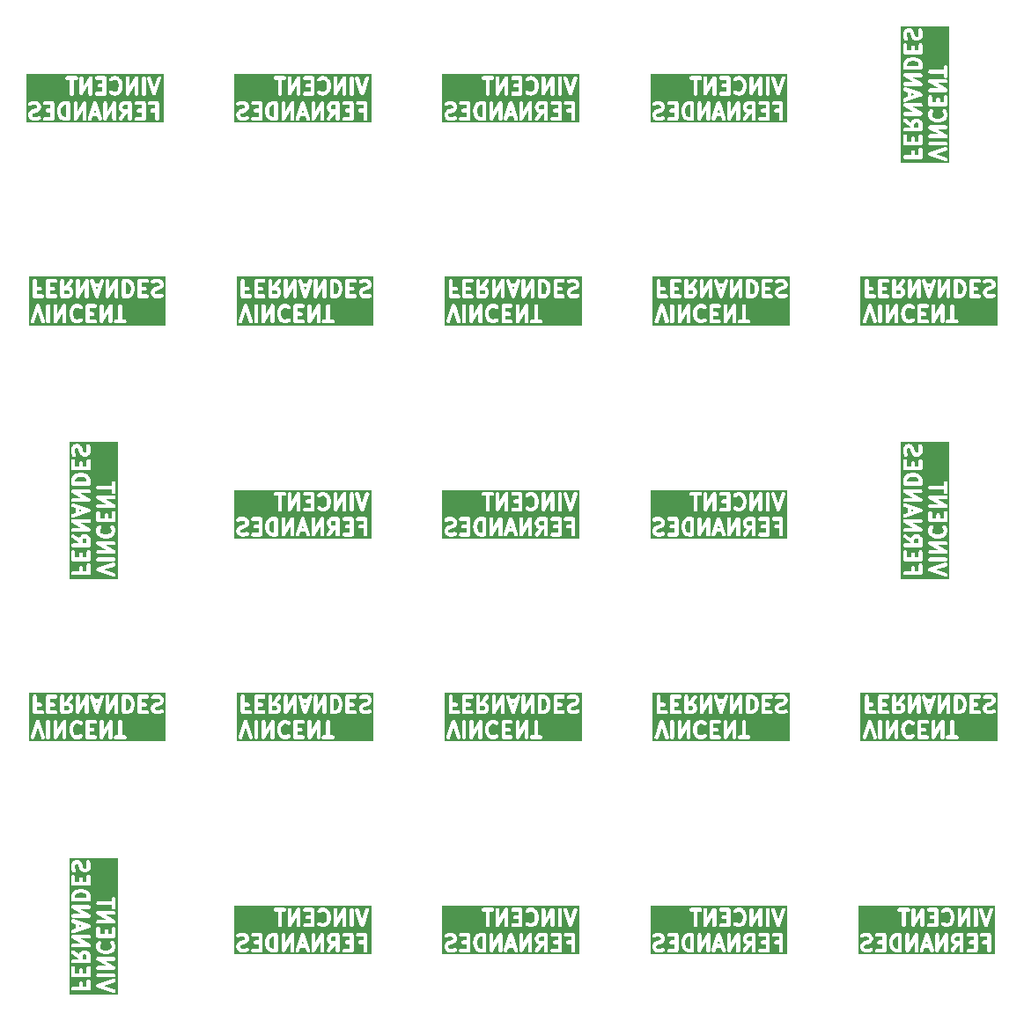
<source format=gbr>
%TF.GenerationSoftware,KiCad,Pcbnew,9.0.7*%
%TF.CreationDate,2026-02-12T20:02:34+01:00*%
%TF.ProjectId,PCB_Neopixel_rigid,5043425f-4e65-46f7-9069-78656c5f7269,rev?*%
%TF.SameCoordinates,Original*%
%TF.FileFunction,Legend,Bot*%
%TF.FilePolarity,Positive*%
%FSLAX46Y46*%
G04 Gerber Fmt 4.6, Leading zero omitted, Abs format (unit mm)*
G04 Created by KiCad (PCBNEW 9.0.7) date 2026-02-12 20:02:34*
%MOMM*%
%LPD*%
G01*
G04 APERTURE LIST*
%ADD10C,0.375000*%
G04 APERTURE END LIST*
D10*
G36*
X188362633Y-78618309D02*
G01*
X188391035Y-78646710D01*
X188429060Y-78722760D01*
X188429060Y-78848523D01*
X188391035Y-78924573D01*
X188362636Y-78952971D01*
X188286583Y-78990999D01*
X187946917Y-78990999D01*
X187946917Y-78580285D01*
X188286584Y-78580285D01*
X188362633Y-78618309D01*
G37*
G36*
X194158132Y-77913808D02*
G01*
X194248177Y-78003852D01*
X194296793Y-78101085D01*
X194357632Y-78344438D01*
X194357632Y-78512559D01*
X194296793Y-78755912D01*
X194248177Y-78853145D01*
X194158132Y-78943189D01*
X194014705Y-78990999D01*
X193875489Y-78990999D01*
X193875489Y-77865999D01*
X194014705Y-77865999D01*
X194158132Y-77913808D01*
G37*
G36*
X191116561Y-78585572D02*
G01*
X191019560Y-78294570D01*
X191213562Y-78294570D01*
X191116561Y-78585572D01*
G37*
G36*
X197705847Y-81968415D02*
G01*
X184528748Y-81968415D01*
X184528748Y-81569964D01*
X184716248Y-81569964D01*
X184721433Y-81642938D01*
X184754151Y-81708375D01*
X184809420Y-81756308D01*
X184878824Y-81779442D01*
X184951798Y-81774257D01*
X185017235Y-81741539D01*
X185065168Y-81686270D01*
X185080153Y-81652708D01*
X185402275Y-80686342D01*
X185724397Y-81652708D01*
X185739382Y-81686270D01*
X185787316Y-81741539D01*
X185852752Y-81774257D01*
X185925727Y-81779442D01*
X185995130Y-81756308D01*
X186050399Y-81708375D01*
X186083117Y-81642938D01*
X186088302Y-81569964D01*
X186080153Y-81534122D01*
X185599917Y-80093415D01*
X186214774Y-80093415D01*
X186214774Y-81593415D01*
X186218377Y-81629994D01*
X186246373Y-81697584D01*
X186298105Y-81749316D01*
X186365695Y-81777312D01*
X186438853Y-81777312D01*
X186506443Y-81749316D01*
X186558175Y-81697584D01*
X186586171Y-81629994D01*
X186589774Y-81593415D01*
X186589774Y-80093415D01*
X186929060Y-80093415D01*
X186929060Y-81593415D01*
X186929986Y-81602823D01*
X186929518Y-81606510D01*
X186930820Y-81611284D01*
X186932663Y-81629994D01*
X186942204Y-81653030D01*
X186948767Y-81677093D01*
X186956086Y-81686543D01*
X186960659Y-81697584D01*
X186978292Y-81715217D01*
X186993562Y-81734934D01*
X187003938Y-81740863D01*
X187012391Y-81749316D01*
X187035429Y-81758858D01*
X187057081Y-81771231D01*
X187068939Y-81772738D01*
X187079981Y-81777312D01*
X187104916Y-81777312D01*
X187129655Y-81780457D01*
X187141187Y-81777312D01*
X187153139Y-81777312D01*
X187176175Y-81767770D01*
X187200238Y-81761208D01*
X187209688Y-81753888D01*
X187220729Y-81749316D01*
X187238362Y-81731682D01*
X187258079Y-81716413D01*
X187268960Y-81701084D01*
X187272461Y-81697584D01*
X187273883Y-81694150D01*
X187279356Y-81686441D01*
X187786203Y-80799458D01*
X187786203Y-81593415D01*
X187789806Y-81629994D01*
X187817802Y-81697584D01*
X187869534Y-81749316D01*
X187937124Y-81777312D01*
X188010282Y-81777312D01*
X188077872Y-81749316D01*
X188129604Y-81697584D01*
X188157600Y-81629994D01*
X188161203Y-81593415D01*
X188161203Y-80736272D01*
X188429061Y-80736272D01*
X188429061Y-80950558D01*
X188429689Y-80956939D01*
X188429283Y-80959672D01*
X188431307Y-80973363D01*
X188432664Y-80987137D01*
X188433721Y-80989688D01*
X188434659Y-80996033D01*
X188506087Y-81281747D01*
X188507052Y-81284448D01*
X188507148Y-81285796D01*
X188512968Y-81301006D01*
X188518454Y-81316360D01*
X188519259Y-81317446D01*
X188520284Y-81320125D01*
X188591713Y-81462982D01*
X188601623Y-81478726D01*
X188603518Y-81483299D01*
X188607744Y-81488448D01*
X188611294Y-81494088D01*
X188615033Y-81497331D01*
X188626835Y-81511712D01*
X188769692Y-81654568D01*
X188798105Y-81677886D01*
X188804329Y-81680464D01*
X188809420Y-81684879D01*
X188842982Y-81699864D01*
X189057268Y-81771293D01*
X189075407Y-81775417D01*
X189079982Y-81777312D01*
X189086613Y-81777965D01*
X189093109Y-81779442D01*
X189098045Y-81779091D01*
X189116561Y-81780915D01*
X189259418Y-81780915D01*
X189277933Y-81779091D01*
X189282870Y-81779442D01*
X189289365Y-81777965D01*
X189295997Y-81777312D01*
X189300571Y-81775417D01*
X189318711Y-81771293D01*
X189532997Y-81699864D01*
X189566559Y-81684879D01*
X189571648Y-81680464D01*
X189577874Y-81677886D01*
X189606287Y-81654569D01*
X189677714Y-81583141D01*
X189701032Y-81554728D01*
X189729029Y-81487138D01*
X189729029Y-81413978D01*
X189701032Y-81346389D01*
X189649301Y-81294658D01*
X189581712Y-81266661D01*
X189508552Y-81266661D01*
X189440962Y-81294658D01*
X189412549Y-81317976D01*
X189372419Y-81358105D01*
X189228991Y-81405915D01*
X189146988Y-81405915D01*
X189003559Y-81358105D01*
X188913514Y-81268060D01*
X188864899Y-81170828D01*
X188804061Y-80927475D01*
X188804061Y-80759354D01*
X188864899Y-80516001D01*
X188913514Y-80418769D01*
X189003559Y-80328724D01*
X189146988Y-80280915D01*
X189228991Y-80280915D01*
X189372419Y-80328724D01*
X189412549Y-80368854D01*
X189440962Y-80392172D01*
X189508552Y-80420169D01*
X189581712Y-80420169D01*
X189649301Y-80392172D01*
X189701032Y-80340441D01*
X189729029Y-80272852D01*
X189729029Y-80199692D01*
X189701032Y-80132102D01*
X189677714Y-80103689D01*
X189667440Y-80093415D01*
X190000489Y-80093415D01*
X190000489Y-81593415D01*
X190004092Y-81629994D01*
X190032088Y-81697584D01*
X190083820Y-81749316D01*
X190151410Y-81777312D01*
X190187989Y-81780915D01*
X190902275Y-81780915D01*
X190938854Y-81777312D01*
X191006444Y-81749316D01*
X191058176Y-81697584D01*
X191086172Y-81629994D01*
X191086172Y-81556836D01*
X191058176Y-81489246D01*
X191006444Y-81437514D01*
X190938854Y-81409518D01*
X190902275Y-81405915D01*
X190375489Y-81405915D01*
X190375489Y-81066629D01*
X190687989Y-81066629D01*
X190724568Y-81063026D01*
X190792158Y-81035030D01*
X190843890Y-80983298D01*
X190871886Y-80915708D01*
X190871886Y-80842550D01*
X190843890Y-80774960D01*
X190792158Y-80723228D01*
X190724568Y-80695232D01*
X190687989Y-80691629D01*
X190375489Y-80691629D01*
X190375489Y-80280915D01*
X190902275Y-80280915D01*
X190938854Y-80277312D01*
X191006444Y-80249316D01*
X191058176Y-80197584D01*
X191086172Y-80129994D01*
X191086172Y-80093415D01*
X191357632Y-80093415D01*
X191357632Y-81593415D01*
X191358558Y-81602823D01*
X191358090Y-81606510D01*
X191359392Y-81611284D01*
X191361235Y-81629994D01*
X191370776Y-81653030D01*
X191377339Y-81677093D01*
X191384658Y-81686543D01*
X191389231Y-81697584D01*
X191406864Y-81715217D01*
X191422134Y-81734934D01*
X191432510Y-81740863D01*
X191440963Y-81749316D01*
X191464001Y-81758858D01*
X191485653Y-81771231D01*
X191497511Y-81772738D01*
X191508553Y-81777312D01*
X191533488Y-81777312D01*
X191558227Y-81780457D01*
X191569759Y-81777312D01*
X191581711Y-81777312D01*
X191604747Y-81767770D01*
X191628810Y-81761208D01*
X191638260Y-81753888D01*
X191649301Y-81749316D01*
X191666934Y-81731682D01*
X191686651Y-81716413D01*
X191697532Y-81701084D01*
X191701033Y-81697584D01*
X191702455Y-81694150D01*
X191707928Y-81686441D01*
X192214775Y-80799458D01*
X192214775Y-81593415D01*
X192218378Y-81629994D01*
X192246374Y-81697584D01*
X192298106Y-81749316D01*
X192365696Y-81777312D01*
X192438854Y-81777312D01*
X192506444Y-81749316D01*
X192558176Y-81697584D01*
X192586172Y-81629994D01*
X192589775Y-81593415D01*
X192589775Y-81556836D01*
X192718379Y-81556836D01*
X192718379Y-81629994D01*
X192746375Y-81697584D01*
X192798107Y-81749316D01*
X192865697Y-81777312D01*
X192902276Y-81780915D01*
X193759419Y-81780915D01*
X193795998Y-81777312D01*
X193863588Y-81749316D01*
X193915320Y-81697584D01*
X193943316Y-81629994D01*
X193943316Y-81556836D01*
X193915320Y-81489246D01*
X193863588Y-81437514D01*
X193795998Y-81409518D01*
X193759419Y-81405915D01*
X193518347Y-81405915D01*
X193518347Y-80093415D01*
X193514744Y-80056836D01*
X193486748Y-79989246D01*
X193435016Y-79937514D01*
X193367426Y-79909518D01*
X193294268Y-79909518D01*
X193226678Y-79937514D01*
X193174946Y-79989246D01*
X193146950Y-80056836D01*
X193143347Y-80093415D01*
X193143347Y-81405915D01*
X192902276Y-81405915D01*
X192865697Y-81409518D01*
X192798107Y-81437514D01*
X192746375Y-81489246D01*
X192718379Y-81556836D01*
X192589775Y-81556836D01*
X192589775Y-80093415D01*
X192588848Y-80084006D01*
X192589317Y-80080319D01*
X192588014Y-80075543D01*
X192586172Y-80056836D01*
X192576630Y-80033800D01*
X192570068Y-80009737D01*
X192562748Y-80000286D01*
X192558176Y-79989246D01*
X192540542Y-79971612D01*
X192525273Y-79951896D01*
X192514896Y-79945966D01*
X192506444Y-79937514D01*
X192483405Y-79927971D01*
X192461754Y-79915599D01*
X192449895Y-79914091D01*
X192438854Y-79909518D01*
X192413925Y-79909518D01*
X192389180Y-79906372D01*
X192377645Y-79909518D01*
X192365696Y-79909518D01*
X192342661Y-79919058D01*
X192318597Y-79925622D01*
X192309146Y-79932941D01*
X192298106Y-79937514D01*
X192280472Y-79955147D01*
X192260756Y-79970417D01*
X192249875Y-79985744D01*
X192246374Y-79989246D01*
X192244950Y-79992682D01*
X192239480Y-80000389D01*
X191732632Y-80887371D01*
X191732632Y-80093415D01*
X191729029Y-80056836D01*
X191701033Y-79989246D01*
X191649301Y-79937514D01*
X191581711Y-79909518D01*
X191508553Y-79909518D01*
X191440963Y-79937514D01*
X191389231Y-79989246D01*
X191361235Y-80056836D01*
X191357632Y-80093415D01*
X191086172Y-80093415D01*
X191086172Y-80056836D01*
X191058176Y-79989246D01*
X191006444Y-79937514D01*
X190938854Y-79909518D01*
X190902275Y-79905915D01*
X190187989Y-79905915D01*
X190151410Y-79909518D01*
X190083820Y-79937514D01*
X190032088Y-79989246D01*
X190004092Y-80056836D01*
X190000489Y-80093415D01*
X189667440Y-80093415D01*
X189606287Y-80032261D01*
X189577874Y-80008944D01*
X189571648Y-80006365D01*
X189566559Y-80001951D01*
X189532997Y-79986966D01*
X189318711Y-79915537D01*
X189300571Y-79911412D01*
X189295997Y-79909518D01*
X189289365Y-79908864D01*
X189282870Y-79907388D01*
X189277933Y-79907738D01*
X189259418Y-79905915D01*
X189116561Y-79905915D01*
X189098045Y-79907738D01*
X189093109Y-79907388D01*
X189086613Y-79908864D01*
X189079982Y-79909518D01*
X189075407Y-79911412D01*
X189057268Y-79915537D01*
X188842982Y-79986966D01*
X188809420Y-80001951D01*
X188804329Y-80006365D01*
X188798105Y-80008944D01*
X188769692Y-80032262D01*
X188626835Y-80175118D01*
X188615033Y-80189498D01*
X188611294Y-80192742D01*
X188607744Y-80198381D01*
X188603518Y-80203531D01*
X188601623Y-80208103D01*
X188591713Y-80223848D01*
X188520284Y-80366705D01*
X188519259Y-80369383D01*
X188518454Y-80370470D01*
X188512968Y-80385823D01*
X188507148Y-80401034D01*
X188507052Y-80402381D01*
X188506087Y-80405083D01*
X188434659Y-80690797D01*
X188433721Y-80697141D01*
X188432664Y-80699693D01*
X188431307Y-80713466D01*
X188429283Y-80727158D01*
X188429689Y-80729890D01*
X188429061Y-80736272D01*
X188161203Y-80736272D01*
X188161203Y-80093415D01*
X188160276Y-80084006D01*
X188160745Y-80080319D01*
X188159442Y-80075543D01*
X188157600Y-80056836D01*
X188148058Y-80033800D01*
X188141496Y-80009737D01*
X188134176Y-80000286D01*
X188129604Y-79989246D01*
X188111970Y-79971612D01*
X188096701Y-79951896D01*
X188086324Y-79945966D01*
X188077872Y-79937514D01*
X188054833Y-79927971D01*
X188033182Y-79915599D01*
X188021323Y-79914091D01*
X188010282Y-79909518D01*
X187985353Y-79909518D01*
X187960608Y-79906372D01*
X187949073Y-79909518D01*
X187937124Y-79909518D01*
X187914089Y-79919058D01*
X187890025Y-79925622D01*
X187880574Y-79932941D01*
X187869534Y-79937514D01*
X187851900Y-79955147D01*
X187832184Y-79970417D01*
X187821303Y-79985744D01*
X187817802Y-79989246D01*
X187816378Y-79992682D01*
X187810908Y-80000389D01*
X187304060Y-80887371D01*
X187304060Y-80093415D01*
X187300457Y-80056836D01*
X187272461Y-79989246D01*
X187220729Y-79937514D01*
X187153139Y-79909518D01*
X187079981Y-79909518D01*
X187012391Y-79937514D01*
X186960659Y-79989246D01*
X186932663Y-80056836D01*
X186929060Y-80093415D01*
X186589774Y-80093415D01*
X186586171Y-80056836D01*
X186558175Y-79989246D01*
X186506443Y-79937514D01*
X186438853Y-79909518D01*
X186365695Y-79909518D01*
X186298105Y-79937514D01*
X186246373Y-79989246D01*
X186218377Y-80056836D01*
X186214774Y-80093415D01*
X185599917Y-80093415D01*
X185580153Y-80034122D01*
X185565168Y-80000560D01*
X185556391Y-79990440D01*
X185550399Y-79978455D01*
X185532638Y-79963051D01*
X185517235Y-79945291D01*
X185505249Y-79939298D01*
X185495130Y-79930522D01*
X185472829Y-79923088D01*
X185451798Y-79912573D01*
X185438433Y-79911623D01*
X185425727Y-79907388D01*
X185402275Y-79909054D01*
X185378824Y-79907388D01*
X185366117Y-79911623D01*
X185352752Y-79912573D01*
X185331720Y-79923088D01*
X185309420Y-79930522D01*
X185299299Y-79939299D01*
X185287316Y-79945291D01*
X185271914Y-79963049D01*
X185254151Y-79978455D01*
X185248158Y-79990440D01*
X185239382Y-80000560D01*
X185224397Y-80034122D01*
X184724397Y-81534122D01*
X184716248Y-81569964D01*
X184528748Y-81569964D01*
X184528748Y-77678499D01*
X184929060Y-77678499D01*
X184929060Y-79178499D01*
X184932663Y-79215078D01*
X184960659Y-79282668D01*
X185012391Y-79334400D01*
X185079981Y-79362396D01*
X185116560Y-79365999D01*
X185830846Y-79365999D01*
X185867425Y-79362396D01*
X185935015Y-79334400D01*
X185986747Y-79282668D01*
X186014743Y-79215078D01*
X186014743Y-79141920D01*
X185986747Y-79074330D01*
X185935015Y-79022598D01*
X185867425Y-78994602D01*
X185830846Y-78990999D01*
X185304060Y-78990999D01*
X185304060Y-78651713D01*
X185616560Y-78651713D01*
X185653139Y-78648110D01*
X185720729Y-78620114D01*
X185772461Y-78568382D01*
X185800457Y-78500792D01*
X185800457Y-78427634D01*
X185772461Y-78360044D01*
X185720729Y-78308312D01*
X185653139Y-78280316D01*
X185616560Y-78276713D01*
X185304060Y-78276713D01*
X185304060Y-77678499D01*
X186214774Y-77678499D01*
X186214774Y-79178499D01*
X186218377Y-79215078D01*
X186246373Y-79282668D01*
X186298105Y-79334400D01*
X186365695Y-79362396D01*
X186402274Y-79365999D01*
X187116560Y-79365999D01*
X187153139Y-79362396D01*
X187220729Y-79334400D01*
X187272461Y-79282668D01*
X187300457Y-79215078D01*
X187300457Y-79141920D01*
X187272461Y-79074330D01*
X187220729Y-79022598D01*
X187153139Y-78994602D01*
X187116560Y-78990999D01*
X186589774Y-78990999D01*
X186589774Y-78651713D01*
X186902274Y-78651713D01*
X186938853Y-78648110D01*
X187006443Y-78620114D01*
X187058175Y-78568382D01*
X187086171Y-78500792D01*
X187086171Y-78427634D01*
X187058175Y-78360044D01*
X187006443Y-78308312D01*
X186938853Y-78280316D01*
X186902274Y-78276713D01*
X186589774Y-78276713D01*
X186589774Y-77865999D01*
X187116560Y-77865999D01*
X187153139Y-77862396D01*
X187220729Y-77834400D01*
X187272461Y-77782668D01*
X187300457Y-77715078D01*
X187300457Y-77678499D01*
X187571917Y-77678499D01*
X187571917Y-79178499D01*
X187575520Y-79215078D01*
X187603516Y-79282668D01*
X187655248Y-79334400D01*
X187722838Y-79362396D01*
X187759417Y-79365999D01*
X188330846Y-79365999D01*
X188367425Y-79362396D01*
X188373649Y-79359817D01*
X188380370Y-79359340D01*
X188414699Y-79346204D01*
X188557556Y-79274775D01*
X188573299Y-79264864D01*
X188577871Y-79262971D01*
X188583019Y-79258746D01*
X188588662Y-79255194D01*
X188591907Y-79251451D01*
X188606285Y-79239653D01*
X188677713Y-79168226D01*
X188689516Y-79153843D01*
X188693256Y-79150600D01*
X188696804Y-79144963D01*
X188701031Y-79139813D01*
X188702925Y-79135238D01*
X188712837Y-79119494D01*
X188784265Y-78976637D01*
X188797401Y-78942308D01*
X188797878Y-78935588D01*
X188800457Y-78929364D01*
X188804060Y-78892785D01*
X188804060Y-78678499D01*
X188800457Y-78641920D01*
X188797878Y-78635695D01*
X188797401Y-78628976D01*
X188784265Y-78594647D01*
X188712837Y-78451790D01*
X188702926Y-78436045D01*
X188701032Y-78431473D01*
X188696805Y-78426323D01*
X188693256Y-78420684D01*
X188689516Y-78417440D01*
X188677715Y-78403060D01*
X188606286Y-78331630D01*
X188591902Y-78319826D01*
X188588661Y-78316089D01*
X188583026Y-78312541D01*
X188577873Y-78308313D01*
X188573297Y-78306417D01*
X188557555Y-78296508D01*
X188450348Y-78242905D01*
X188770166Y-77786023D01*
X188788191Y-77753990D01*
X188804016Y-77682564D01*
X188803299Y-77678499D01*
X189071917Y-77678499D01*
X189071917Y-79178499D01*
X189072843Y-79187907D01*
X189072375Y-79191594D01*
X189073677Y-79196368D01*
X189075520Y-79215078D01*
X189085061Y-79238114D01*
X189091624Y-79262177D01*
X189098943Y-79271627D01*
X189103516Y-79282668D01*
X189121149Y-79300301D01*
X189136419Y-79320018D01*
X189146795Y-79325947D01*
X189155248Y-79334400D01*
X189178286Y-79343942D01*
X189199938Y-79356315D01*
X189211796Y-79357822D01*
X189222838Y-79362396D01*
X189247773Y-79362396D01*
X189272512Y-79365541D01*
X189284044Y-79362396D01*
X189295996Y-79362396D01*
X189319032Y-79352854D01*
X189343095Y-79346292D01*
X189352545Y-79338972D01*
X189363586Y-79334400D01*
X189381219Y-79316766D01*
X189400936Y-79301497D01*
X189411817Y-79286168D01*
X189415318Y-79282668D01*
X189416740Y-79279234D01*
X189422213Y-79271525D01*
X189929060Y-78384542D01*
X189929060Y-79178499D01*
X189932663Y-79215078D01*
X189960659Y-79282668D01*
X190012391Y-79334400D01*
X190079981Y-79362396D01*
X190153139Y-79362396D01*
X190220729Y-79334400D01*
X190272461Y-79282668D01*
X190300457Y-79215078D01*
X190304060Y-79178499D01*
X190304060Y-77701950D01*
X190430534Y-77701950D01*
X190438683Y-77737792D01*
X190938683Y-79237792D01*
X190953668Y-79271354D01*
X190962444Y-79281473D01*
X190968437Y-79293459D01*
X190986200Y-79308864D01*
X191001602Y-79326623D01*
X191013585Y-79332614D01*
X191023706Y-79341392D01*
X191046006Y-79348825D01*
X191067038Y-79359341D01*
X191080403Y-79360290D01*
X191093110Y-79364526D01*
X191116561Y-79362859D01*
X191140013Y-79364526D01*
X191152719Y-79360290D01*
X191166084Y-79359341D01*
X191187115Y-79348825D01*
X191209416Y-79341392D01*
X191219535Y-79332615D01*
X191231521Y-79326623D01*
X191246924Y-79308862D01*
X191264685Y-79293459D01*
X191270677Y-79281473D01*
X191279454Y-79271354D01*
X191294439Y-79237792D01*
X191794439Y-77737792D01*
X191802588Y-77701950D01*
X191800922Y-77678499D01*
X191929060Y-77678499D01*
X191929060Y-79178499D01*
X191929986Y-79187907D01*
X191929518Y-79191594D01*
X191930820Y-79196368D01*
X191932663Y-79215078D01*
X191942204Y-79238114D01*
X191948767Y-79262177D01*
X191956086Y-79271627D01*
X191960659Y-79282668D01*
X191978292Y-79300301D01*
X191993562Y-79320018D01*
X192003938Y-79325947D01*
X192012391Y-79334400D01*
X192035429Y-79343942D01*
X192057081Y-79356315D01*
X192068939Y-79357822D01*
X192079981Y-79362396D01*
X192104916Y-79362396D01*
X192129655Y-79365541D01*
X192141187Y-79362396D01*
X192153139Y-79362396D01*
X192176175Y-79352854D01*
X192200238Y-79346292D01*
X192209688Y-79338972D01*
X192220729Y-79334400D01*
X192238362Y-79316766D01*
X192258079Y-79301497D01*
X192268960Y-79286168D01*
X192272461Y-79282668D01*
X192273883Y-79279234D01*
X192279356Y-79271525D01*
X192786203Y-78384542D01*
X192786203Y-79178499D01*
X192789806Y-79215078D01*
X192817802Y-79282668D01*
X192869534Y-79334400D01*
X192937124Y-79362396D01*
X193010282Y-79362396D01*
X193077872Y-79334400D01*
X193129604Y-79282668D01*
X193157600Y-79215078D01*
X193161203Y-79178499D01*
X193161203Y-77678499D01*
X193500489Y-77678499D01*
X193500489Y-79178499D01*
X193504092Y-79215078D01*
X193532088Y-79282668D01*
X193583820Y-79334400D01*
X193651410Y-79362396D01*
X193687989Y-79365999D01*
X194045132Y-79365999D01*
X194063647Y-79364175D01*
X194068584Y-79364526D01*
X194075079Y-79363049D01*
X194081711Y-79362396D01*
X194086285Y-79360501D01*
X194104425Y-79356377D01*
X194318711Y-79284948D01*
X194352273Y-79269963D01*
X194357362Y-79265548D01*
X194363588Y-79262970D01*
X194392001Y-79239653D01*
X194534857Y-79096796D01*
X194546657Y-79082416D01*
X194550399Y-79079172D01*
X194553949Y-79073531D01*
X194558175Y-79068383D01*
X194560069Y-79063810D01*
X194569980Y-79048066D01*
X194641409Y-78905209D01*
X194642433Y-78902530D01*
X194643239Y-78901444D01*
X194648721Y-78886098D01*
X194654545Y-78870881D01*
X194654640Y-78869532D01*
X194655606Y-78866831D01*
X194727034Y-78581117D01*
X194727972Y-78574772D01*
X194729029Y-78572221D01*
X194730385Y-78558449D01*
X194732410Y-78544757D01*
X194732003Y-78542024D01*
X194732632Y-78535642D01*
X194732632Y-78321356D01*
X194732003Y-78314973D01*
X194732410Y-78312241D01*
X194730385Y-78298548D01*
X194729029Y-78284777D01*
X194727972Y-78282225D01*
X194727034Y-78275881D01*
X194655606Y-77990167D01*
X194654640Y-77987465D01*
X194654545Y-77986117D01*
X194648721Y-77970899D01*
X194643239Y-77955554D01*
X194642433Y-77954467D01*
X194641409Y-77951789D01*
X194569980Y-77808932D01*
X194560069Y-77793187D01*
X194558175Y-77788615D01*
X194553949Y-77783466D01*
X194550399Y-77777826D01*
X194546657Y-77774581D01*
X194534857Y-77760202D01*
X194453155Y-77678499D01*
X195000489Y-77678499D01*
X195000489Y-79178499D01*
X195004092Y-79215078D01*
X195032088Y-79282668D01*
X195083820Y-79334400D01*
X195151410Y-79362396D01*
X195187989Y-79365999D01*
X195902275Y-79365999D01*
X195938854Y-79362396D01*
X196006444Y-79334400D01*
X196058176Y-79282668D01*
X196086172Y-79215078D01*
X196086172Y-79141920D01*
X196058176Y-79074330D01*
X196006444Y-79022598D01*
X195938854Y-78994602D01*
X195902275Y-78990999D01*
X195375489Y-78990999D01*
X195375489Y-78749928D01*
X196286204Y-78749928D01*
X196286204Y-78892785D01*
X196289807Y-78929364D01*
X196292385Y-78935588D01*
X196292863Y-78942308D01*
X196305999Y-78976637D01*
X196377427Y-79119494D01*
X196387338Y-79135238D01*
X196389233Y-79139813D01*
X196393459Y-79144963D01*
X196397008Y-79150600D01*
X196400747Y-79153843D01*
X196412550Y-79168225D01*
X196483979Y-79239653D01*
X196498357Y-79251453D01*
X196501602Y-79255194D01*
X196507241Y-79258743D01*
X196512392Y-79262971D01*
X196516966Y-79264865D01*
X196532708Y-79274775D01*
X196675565Y-79346204D01*
X196709893Y-79359340D01*
X196716614Y-79359817D01*
X196722839Y-79362396D01*
X196759418Y-79365999D01*
X197116561Y-79365999D01*
X197135076Y-79364175D01*
X197140013Y-79364526D01*
X197146508Y-79363049D01*
X197153140Y-79362396D01*
X197157714Y-79360501D01*
X197175854Y-79356377D01*
X197390140Y-79284948D01*
X197423702Y-79269963D01*
X197478970Y-79222029D01*
X197511689Y-79156593D01*
X197516874Y-79083618D01*
X197493739Y-79014215D01*
X197445806Y-78958946D01*
X197380370Y-78926228D01*
X197307395Y-78921043D01*
X197271554Y-78929192D01*
X197086134Y-78990999D01*
X196803681Y-78990999D01*
X196727627Y-78952971D01*
X196699228Y-78924573D01*
X196661204Y-78848523D01*
X196661204Y-78794191D01*
X196699230Y-78718137D01*
X196727627Y-78689740D01*
X196824861Y-78641123D01*
X197090607Y-78574687D01*
X197093308Y-78573721D01*
X197094656Y-78573626D01*
X197109866Y-78567805D01*
X197125220Y-78562320D01*
X197126306Y-78561514D01*
X197128985Y-78560490D01*
X197271842Y-78489061D01*
X197287584Y-78479151D01*
X197292160Y-78477256D01*
X197297313Y-78473027D01*
X197302948Y-78469480D01*
X197306189Y-78465743D01*
X197320573Y-78453939D01*
X197392000Y-78382511D01*
X197403803Y-78368128D01*
X197407542Y-78364886D01*
X197411090Y-78359249D01*
X197415318Y-78354098D01*
X197417212Y-78349523D01*
X197427123Y-78333781D01*
X197498552Y-78190923D01*
X197511688Y-78156594D01*
X197512165Y-78149873D01*
X197514744Y-78143649D01*
X197518347Y-78107070D01*
X197518347Y-77964213D01*
X197514744Y-77927634D01*
X197512165Y-77921409D01*
X197511688Y-77914688D01*
X197498552Y-77880360D01*
X197427123Y-77737503D01*
X197417212Y-77721758D01*
X197415318Y-77717186D01*
X197411092Y-77712037D01*
X197407542Y-77706397D01*
X197403800Y-77703152D01*
X197392000Y-77688773D01*
X197320573Y-77617345D01*
X197306189Y-77605540D01*
X197302948Y-77601804D01*
X197297313Y-77598256D01*
X197292160Y-77594028D01*
X197287584Y-77592132D01*
X197271842Y-77582223D01*
X197128985Y-77510794D01*
X197094656Y-77497658D01*
X197087935Y-77497180D01*
X197081711Y-77494602D01*
X197045132Y-77490999D01*
X196687990Y-77490999D01*
X196669474Y-77492822D01*
X196664538Y-77492472D01*
X196658042Y-77493948D01*
X196651411Y-77494602D01*
X196646836Y-77496496D01*
X196628697Y-77500621D01*
X196414411Y-77572050D01*
X196380849Y-77587035D01*
X196325580Y-77634969D01*
X196292862Y-77700405D01*
X196287677Y-77773380D01*
X196310811Y-77842783D01*
X196358745Y-77898052D01*
X196424181Y-77930770D01*
X196497156Y-77935955D01*
X196532997Y-77927806D01*
X196718417Y-77865999D01*
X197000869Y-77865999D01*
X197076921Y-77904025D01*
X197105320Y-77932423D01*
X197143347Y-78008476D01*
X197143347Y-78062807D01*
X197105320Y-78138860D01*
X197076921Y-78167258D01*
X196979689Y-78215874D01*
X196713943Y-78282311D01*
X196711241Y-78283276D01*
X196709893Y-78283372D01*
X196694675Y-78289195D01*
X196679330Y-78294678D01*
X196678243Y-78295483D01*
X196675565Y-78296508D01*
X196532708Y-78367937D01*
X196516966Y-78377846D01*
X196512392Y-78379741D01*
X196507241Y-78383968D01*
X196501602Y-78387518D01*
X196498357Y-78391258D01*
X196483979Y-78403059D01*
X196412550Y-78474487D01*
X196400746Y-78488869D01*
X196397008Y-78492112D01*
X196393459Y-78497748D01*
X196389233Y-78502899D01*
X196387338Y-78507473D01*
X196377427Y-78523218D01*
X196305998Y-78666076D01*
X196292863Y-78700405D01*
X196292385Y-78707123D01*
X196289807Y-78713349D01*
X196286204Y-78749928D01*
X195375489Y-78749928D01*
X195375489Y-78651713D01*
X195687989Y-78651713D01*
X195724568Y-78648110D01*
X195792158Y-78620114D01*
X195843890Y-78568382D01*
X195871886Y-78500792D01*
X195871886Y-78427634D01*
X195843890Y-78360044D01*
X195792158Y-78308312D01*
X195724568Y-78280316D01*
X195687989Y-78276713D01*
X195375489Y-78276713D01*
X195375489Y-77865999D01*
X195902275Y-77865999D01*
X195938854Y-77862396D01*
X196006444Y-77834400D01*
X196058176Y-77782668D01*
X196086172Y-77715078D01*
X196086172Y-77641920D01*
X196058176Y-77574330D01*
X196006444Y-77522598D01*
X195938854Y-77494602D01*
X195902275Y-77490999D01*
X195187989Y-77490999D01*
X195151410Y-77494602D01*
X195083820Y-77522598D01*
X195032088Y-77574330D01*
X195004092Y-77641920D01*
X195000489Y-77678499D01*
X194453155Y-77678499D01*
X194392001Y-77617345D01*
X194363588Y-77594028D01*
X194357362Y-77591449D01*
X194352273Y-77587035D01*
X194318711Y-77572050D01*
X194104425Y-77500621D01*
X194086285Y-77496496D01*
X194081711Y-77494602D01*
X194075079Y-77493948D01*
X194068584Y-77492472D01*
X194063647Y-77492822D01*
X194045132Y-77490999D01*
X193687989Y-77490999D01*
X193651410Y-77494602D01*
X193583820Y-77522598D01*
X193532088Y-77574330D01*
X193504092Y-77641920D01*
X193500489Y-77678499D01*
X193161203Y-77678499D01*
X193160276Y-77669090D01*
X193160745Y-77665403D01*
X193159442Y-77660627D01*
X193157600Y-77641920D01*
X193148058Y-77618884D01*
X193141496Y-77594821D01*
X193134176Y-77585370D01*
X193129604Y-77574330D01*
X193111970Y-77556696D01*
X193096701Y-77536980D01*
X193086324Y-77531050D01*
X193077872Y-77522598D01*
X193054833Y-77513055D01*
X193033182Y-77500683D01*
X193021323Y-77499175D01*
X193010282Y-77494602D01*
X192985353Y-77494602D01*
X192960608Y-77491456D01*
X192949073Y-77494602D01*
X192937124Y-77494602D01*
X192914089Y-77504142D01*
X192890025Y-77510706D01*
X192880574Y-77518025D01*
X192869534Y-77522598D01*
X192851900Y-77540231D01*
X192832184Y-77555501D01*
X192821303Y-77570828D01*
X192817802Y-77574330D01*
X192816378Y-77577766D01*
X192810908Y-77585473D01*
X192304060Y-78472455D01*
X192304060Y-77678499D01*
X192300457Y-77641920D01*
X192272461Y-77574330D01*
X192220729Y-77522598D01*
X192153139Y-77494602D01*
X192079981Y-77494602D01*
X192012391Y-77522598D01*
X191960659Y-77574330D01*
X191932663Y-77641920D01*
X191929060Y-77678499D01*
X191800922Y-77678499D01*
X191797403Y-77628976D01*
X191764685Y-77563539D01*
X191709416Y-77515606D01*
X191640013Y-77492472D01*
X191567038Y-77497657D01*
X191501602Y-77530375D01*
X191453668Y-77585644D01*
X191438683Y-77619206D01*
X191338562Y-77919570D01*
X190894560Y-77919570D01*
X190794439Y-77619206D01*
X190779454Y-77585644D01*
X190731521Y-77530375D01*
X190666084Y-77497657D01*
X190593110Y-77492472D01*
X190523706Y-77515606D01*
X190468437Y-77563539D01*
X190435719Y-77628976D01*
X190430534Y-77701950D01*
X190304060Y-77701950D01*
X190304060Y-77678499D01*
X190303133Y-77669090D01*
X190303602Y-77665403D01*
X190302299Y-77660627D01*
X190300457Y-77641920D01*
X190290915Y-77618884D01*
X190284353Y-77594821D01*
X190277033Y-77585370D01*
X190272461Y-77574330D01*
X190254827Y-77556696D01*
X190239558Y-77536980D01*
X190229181Y-77531050D01*
X190220729Y-77522598D01*
X190197690Y-77513055D01*
X190176039Y-77500683D01*
X190164180Y-77499175D01*
X190153139Y-77494602D01*
X190128210Y-77494602D01*
X190103465Y-77491456D01*
X190091930Y-77494602D01*
X190079981Y-77494602D01*
X190056946Y-77504142D01*
X190032882Y-77510706D01*
X190023431Y-77518025D01*
X190012391Y-77522598D01*
X189994757Y-77540231D01*
X189975041Y-77555501D01*
X189964160Y-77570828D01*
X189960659Y-77574330D01*
X189959235Y-77577766D01*
X189953765Y-77585473D01*
X189446917Y-78472455D01*
X189446917Y-77678499D01*
X189443314Y-77641920D01*
X189415318Y-77574330D01*
X189363586Y-77522598D01*
X189295996Y-77494602D01*
X189222838Y-77494602D01*
X189155248Y-77522598D01*
X189103516Y-77574330D01*
X189075520Y-77641920D01*
X189071917Y-77678499D01*
X188803299Y-77678499D01*
X188791302Y-77610517D01*
X188751985Y-77548821D01*
X188692051Y-77506868D01*
X188620625Y-77491043D01*
X188548578Y-77503757D01*
X188486882Y-77543074D01*
X188462954Y-77570975D01*
X188018937Y-78205285D01*
X187946917Y-78205285D01*
X187946917Y-77678499D01*
X187943314Y-77641920D01*
X187915318Y-77574330D01*
X187863586Y-77522598D01*
X187795996Y-77494602D01*
X187722838Y-77494602D01*
X187655248Y-77522598D01*
X187603516Y-77574330D01*
X187575520Y-77641920D01*
X187571917Y-77678499D01*
X187300457Y-77678499D01*
X187300457Y-77641920D01*
X187272461Y-77574330D01*
X187220729Y-77522598D01*
X187153139Y-77494602D01*
X187116560Y-77490999D01*
X186402274Y-77490999D01*
X186365695Y-77494602D01*
X186298105Y-77522598D01*
X186246373Y-77574330D01*
X186218377Y-77641920D01*
X186214774Y-77678499D01*
X185304060Y-77678499D01*
X185300457Y-77641920D01*
X185272461Y-77574330D01*
X185220729Y-77522598D01*
X185153139Y-77494602D01*
X185079981Y-77494602D01*
X185012391Y-77522598D01*
X184960659Y-77574330D01*
X184932663Y-77641920D01*
X184929060Y-77678499D01*
X184528748Y-77678499D01*
X184528748Y-77303499D01*
X197705847Y-77303499D01*
X197705847Y-81968415D01*
G37*
G36*
X188137218Y-141909428D02*
G01*
X187998001Y-141909428D01*
X187854573Y-141861619D01*
X187764529Y-141771575D01*
X187715913Y-141674341D01*
X187655075Y-141430988D01*
X187655075Y-141262867D01*
X187715913Y-141019514D01*
X187764528Y-140922282D01*
X187854573Y-140832237D01*
X187998002Y-140784428D01*
X188137218Y-140784428D01*
X188137218Y-141909428D01*
G37*
G36*
X194065790Y-141195142D02*
G01*
X193726123Y-141195142D01*
X193650072Y-141157117D01*
X193621671Y-141128715D01*
X193583647Y-141052666D01*
X193583647Y-140926903D01*
X193621671Y-140850853D01*
X193650070Y-140822455D01*
X193726124Y-140784428D01*
X194065790Y-140784428D01*
X194065790Y-141195142D01*
G37*
G36*
X190993147Y-141480857D02*
G01*
X190799145Y-141480857D01*
X190896146Y-141189855D01*
X190993147Y-141480857D01*
G37*
G36*
X197483959Y-142471928D02*
G01*
X184306860Y-142471928D01*
X184306860Y-141668357D01*
X184494360Y-141668357D01*
X184494360Y-141811214D01*
X184497963Y-141847793D01*
X184500541Y-141854017D01*
X184501019Y-141860738D01*
X184514155Y-141895067D01*
X184585584Y-142037924D01*
X184595494Y-142053668D01*
X184597389Y-142058241D01*
X184601615Y-142063390D01*
X184605165Y-142069030D01*
X184608904Y-142072273D01*
X184620706Y-142086654D01*
X184692136Y-142158083D01*
X184706516Y-142169884D01*
X184709760Y-142173624D01*
X184715399Y-142177173D01*
X184720549Y-142181400D01*
X184725121Y-142183294D01*
X184740866Y-142193205D01*
X184883723Y-142264633D01*
X184918052Y-142277769D01*
X184924771Y-142278246D01*
X184930996Y-142280825D01*
X184967575Y-142284428D01*
X185324718Y-142284428D01*
X185343233Y-142282604D01*
X185348169Y-142282955D01*
X185354663Y-142281478D01*
X185361297Y-142280825D01*
X185365872Y-142278929D01*
X185384010Y-142274806D01*
X185598295Y-142203378D01*
X185631858Y-142188393D01*
X185687126Y-142140460D01*
X185719845Y-142075023D01*
X185725030Y-142002049D01*
X185701896Y-141932645D01*
X185653963Y-141877377D01*
X185588526Y-141844658D01*
X185515552Y-141839473D01*
X185479710Y-141847622D01*
X185294292Y-141909428D01*
X185011837Y-141909428D01*
X184935786Y-141871403D01*
X184907386Y-141843002D01*
X184869360Y-141766950D01*
X184869360Y-141712620D01*
X184907386Y-141636568D01*
X184935785Y-141608168D01*
X185033018Y-141559552D01*
X185298764Y-141493116D01*
X185301465Y-141492150D01*
X185302813Y-141492055D01*
X185318023Y-141486234D01*
X185333377Y-141480749D01*
X185334463Y-141479943D01*
X185337142Y-141478919D01*
X185479999Y-141407490D01*
X185495742Y-141397579D01*
X185500314Y-141395686D01*
X185505462Y-141391461D01*
X185511105Y-141387909D01*
X185514350Y-141384166D01*
X185528728Y-141372368D01*
X185600156Y-141300941D01*
X185611959Y-141286558D01*
X185615699Y-141283315D01*
X185619247Y-141277678D01*
X185623474Y-141272528D01*
X185625368Y-141267953D01*
X185635280Y-141252209D01*
X185706708Y-141109352D01*
X185719844Y-141075023D01*
X185720321Y-141068303D01*
X185722900Y-141062079D01*
X185726503Y-141025500D01*
X185726503Y-140882642D01*
X185722900Y-140846063D01*
X185720321Y-140839838D01*
X185719844Y-140833119D01*
X185706708Y-140798790D01*
X185635280Y-140655933D01*
X185625368Y-140640188D01*
X185623474Y-140635614D01*
X185619247Y-140630463D01*
X185615699Y-140624827D01*
X185611959Y-140621583D01*
X185600156Y-140607201D01*
X185553303Y-140560349D01*
X185926535Y-140560349D01*
X185926535Y-140633507D01*
X185954531Y-140701097D01*
X186006263Y-140752829D01*
X186073853Y-140780825D01*
X186110432Y-140784428D01*
X186637218Y-140784428D01*
X186637218Y-141123714D01*
X186324718Y-141123714D01*
X186288139Y-141127317D01*
X186220549Y-141155313D01*
X186168817Y-141207045D01*
X186140821Y-141274635D01*
X186140821Y-141347793D01*
X186168817Y-141415383D01*
X186220549Y-141467115D01*
X186288139Y-141495111D01*
X186324718Y-141498714D01*
X186637218Y-141498714D01*
X186637218Y-141909428D01*
X186110432Y-141909428D01*
X186073853Y-141913031D01*
X186006263Y-141941027D01*
X185954531Y-141992759D01*
X185926535Y-142060349D01*
X185926535Y-142133507D01*
X185954531Y-142201097D01*
X186006263Y-142252829D01*
X186073853Y-142280825D01*
X186110432Y-142284428D01*
X186824718Y-142284428D01*
X186861297Y-142280825D01*
X186928887Y-142252829D01*
X186980619Y-142201097D01*
X187008615Y-142133507D01*
X187012218Y-142096928D01*
X187012218Y-141239785D01*
X187280075Y-141239785D01*
X187280075Y-141454071D01*
X187280703Y-141460452D01*
X187280297Y-141463185D01*
X187282321Y-141476876D01*
X187283678Y-141490650D01*
X187284735Y-141493201D01*
X187285673Y-141499546D01*
X187357101Y-141785260D01*
X187358066Y-141787961D01*
X187358162Y-141789309D01*
X187363982Y-141804519D01*
X187369468Y-141819873D01*
X187370273Y-141820959D01*
X187371298Y-141823638D01*
X187442727Y-141966495D01*
X187452639Y-141982241D01*
X187454532Y-141986811D01*
X187458755Y-141991957D01*
X187462308Y-141997601D01*
X187466050Y-142000846D01*
X187477849Y-142015224D01*
X187620706Y-142158082D01*
X187649119Y-142181400D01*
X187655344Y-142183978D01*
X187660434Y-142188393D01*
X187693997Y-142203378D01*
X187908283Y-142274806D01*
X187926420Y-142278929D01*
X187930996Y-142280825D01*
X187937629Y-142281478D01*
X187944124Y-142282955D01*
X187949060Y-142282604D01*
X187967575Y-142284428D01*
X188324718Y-142284428D01*
X188361297Y-142280825D01*
X188428887Y-142252829D01*
X188480619Y-142201097D01*
X188508615Y-142133507D01*
X188512218Y-142096928D01*
X188512218Y-140596928D01*
X188851504Y-140596928D01*
X188851504Y-142096928D01*
X188852430Y-142106336D01*
X188851962Y-142110023D01*
X188853264Y-142114797D01*
X188855107Y-142133507D01*
X188864648Y-142156543D01*
X188871211Y-142180606D01*
X188878530Y-142190056D01*
X188883103Y-142201097D01*
X188900736Y-142218730D01*
X188916006Y-142238447D01*
X188926382Y-142244376D01*
X188934835Y-142252829D01*
X188957873Y-142262371D01*
X188979525Y-142274744D01*
X188991383Y-142276251D01*
X189002425Y-142280825D01*
X189027360Y-142280825D01*
X189052099Y-142283970D01*
X189063631Y-142280825D01*
X189075583Y-142280825D01*
X189098619Y-142271283D01*
X189122682Y-142264721D01*
X189132132Y-142257401D01*
X189143173Y-142252829D01*
X189160806Y-142235195D01*
X189180523Y-142219926D01*
X189191404Y-142204597D01*
X189194905Y-142201097D01*
X189196327Y-142197663D01*
X189201800Y-142189954D01*
X189708647Y-141302971D01*
X189708647Y-142096928D01*
X189712250Y-142133507D01*
X189740246Y-142201097D01*
X189791978Y-142252829D01*
X189859568Y-142280825D01*
X189932726Y-142280825D01*
X190000316Y-142252829D01*
X190052048Y-142201097D01*
X190080044Y-142133507D01*
X190083647Y-142096928D01*
X190083647Y-142073477D01*
X190210119Y-142073477D01*
X190215304Y-142146451D01*
X190248022Y-142211888D01*
X190303291Y-142259821D01*
X190372695Y-142282955D01*
X190445669Y-142277770D01*
X190511106Y-142245052D01*
X190559039Y-142189783D01*
X190574024Y-142156221D01*
X190674145Y-141855857D01*
X191118147Y-141855857D01*
X191218268Y-142156221D01*
X191233253Y-142189783D01*
X191281187Y-142245052D01*
X191346623Y-142277770D01*
X191419598Y-142282955D01*
X191489001Y-142259821D01*
X191544270Y-142211888D01*
X191576988Y-142146451D01*
X191582173Y-142073477D01*
X191574024Y-142037635D01*
X191093788Y-140596928D01*
X191708647Y-140596928D01*
X191708647Y-142096928D01*
X191709573Y-142106336D01*
X191709105Y-142110023D01*
X191710407Y-142114797D01*
X191712250Y-142133507D01*
X191721791Y-142156543D01*
X191728354Y-142180606D01*
X191735673Y-142190056D01*
X191740246Y-142201097D01*
X191757879Y-142218730D01*
X191773149Y-142238447D01*
X191783525Y-142244376D01*
X191791978Y-142252829D01*
X191815016Y-142262371D01*
X191836668Y-142274744D01*
X191848526Y-142276251D01*
X191859568Y-142280825D01*
X191884503Y-142280825D01*
X191909242Y-142283970D01*
X191920774Y-142280825D01*
X191932726Y-142280825D01*
X191955762Y-142271283D01*
X191979825Y-142264721D01*
X191989275Y-142257401D01*
X192000316Y-142252829D01*
X192017949Y-142235195D01*
X192037666Y-142219926D01*
X192048547Y-142204597D01*
X192052048Y-142201097D01*
X192053470Y-142197663D01*
X192058943Y-142189954D01*
X192565790Y-141302971D01*
X192565790Y-142096928D01*
X192569393Y-142133507D01*
X192597389Y-142201097D01*
X192649121Y-142252829D01*
X192716711Y-142280825D01*
X192789869Y-142280825D01*
X192857459Y-142252829D01*
X192909191Y-142201097D01*
X192937187Y-142133507D01*
X192940790Y-142096928D01*
X192940790Y-140882642D01*
X193208647Y-140882642D01*
X193208647Y-141096928D01*
X193212250Y-141133507D01*
X193214828Y-141139731D01*
X193215306Y-141146451D01*
X193228442Y-141180780D01*
X193299870Y-141323637D01*
X193309779Y-141339379D01*
X193311675Y-141343955D01*
X193315903Y-141349108D01*
X193319451Y-141354743D01*
X193323188Y-141357984D01*
X193334992Y-141372368D01*
X193406422Y-141443797D01*
X193420802Y-141455598D01*
X193424046Y-141459338D01*
X193429685Y-141462887D01*
X193434835Y-141467114D01*
X193439407Y-141469008D01*
X193455152Y-141478919D01*
X193562358Y-141532521D01*
X193242541Y-141989404D01*
X193224516Y-142021437D01*
X193208691Y-142092863D01*
X193221405Y-142164910D01*
X193260722Y-142226606D01*
X193320656Y-142268559D01*
X193392082Y-142284384D01*
X193464129Y-142271670D01*
X193525825Y-142232353D01*
X193549753Y-142204452D01*
X193993770Y-141570142D01*
X194065790Y-141570142D01*
X194065790Y-142096928D01*
X194069393Y-142133507D01*
X194097389Y-142201097D01*
X194149121Y-142252829D01*
X194216711Y-142280825D01*
X194289869Y-142280825D01*
X194357459Y-142252829D01*
X194409191Y-142201097D01*
X194437187Y-142133507D01*
X194440790Y-142096928D01*
X194440790Y-140596928D01*
X194437187Y-140560349D01*
X194712250Y-140560349D01*
X194712250Y-140633507D01*
X194740246Y-140701097D01*
X194791978Y-140752829D01*
X194859568Y-140780825D01*
X194896147Y-140784428D01*
X195422933Y-140784428D01*
X195422933Y-141123714D01*
X195110433Y-141123714D01*
X195073854Y-141127317D01*
X195006264Y-141155313D01*
X194954532Y-141207045D01*
X194926536Y-141274635D01*
X194926536Y-141347793D01*
X194954532Y-141415383D01*
X195006264Y-141467115D01*
X195073854Y-141495111D01*
X195110433Y-141498714D01*
X195422933Y-141498714D01*
X195422933Y-141909428D01*
X194896147Y-141909428D01*
X194859568Y-141913031D01*
X194791978Y-141941027D01*
X194740246Y-141992759D01*
X194712250Y-142060349D01*
X194712250Y-142133507D01*
X194740246Y-142201097D01*
X194791978Y-142252829D01*
X194859568Y-142280825D01*
X194896147Y-142284428D01*
X195610433Y-142284428D01*
X195647012Y-142280825D01*
X195714602Y-142252829D01*
X195766334Y-142201097D01*
X195794330Y-142133507D01*
X195797933Y-142096928D01*
X195797933Y-140596928D01*
X195794330Y-140560349D01*
X195997964Y-140560349D01*
X195997964Y-140633507D01*
X196025960Y-140701097D01*
X196077692Y-140752829D01*
X196145282Y-140780825D01*
X196181861Y-140784428D01*
X196708647Y-140784428D01*
X196708647Y-141123714D01*
X196396147Y-141123714D01*
X196359568Y-141127317D01*
X196291978Y-141155313D01*
X196240246Y-141207045D01*
X196212250Y-141274635D01*
X196212250Y-141347793D01*
X196240246Y-141415383D01*
X196291978Y-141467115D01*
X196359568Y-141495111D01*
X196396147Y-141498714D01*
X196708647Y-141498714D01*
X196708647Y-142096928D01*
X196712250Y-142133507D01*
X196740246Y-142201097D01*
X196791978Y-142252829D01*
X196859568Y-142280825D01*
X196932726Y-142280825D01*
X197000316Y-142252829D01*
X197052048Y-142201097D01*
X197080044Y-142133507D01*
X197083647Y-142096928D01*
X197083647Y-140596928D01*
X197080044Y-140560349D01*
X197052048Y-140492759D01*
X197000316Y-140441027D01*
X196932726Y-140413031D01*
X196896147Y-140409428D01*
X196181861Y-140409428D01*
X196145282Y-140413031D01*
X196077692Y-140441027D01*
X196025960Y-140492759D01*
X195997964Y-140560349D01*
X195794330Y-140560349D01*
X195766334Y-140492759D01*
X195714602Y-140441027D01*
X195647012Y-140413031D01*
X195610433Y-140409428D01*
X194896147Y-140409428D01*
X194859568Y-140413031D01*
X194791978Y-140441027D01*
X194740246Y-140492759D01*
X194712250Y-140560349D01*
X194437187Y-140560349D01*
X194409191Y-140492759D01*
X194357459Y-140441027D01*
X194289869Y-140413031D01*
X194253290Y-140409428D01*
X193681861Y-140409428D01*
X193645282Y-140413031D01*
X193639057Y-140415609D01*
X193632336Y-140416087D01*
X193598008Y-140429223D01*
X193455151Y-140500652D01*
X193439409Y-140510561D01*
X193434835Y-140512456D01*
X193429684Y-140516683D01*
X193424045Y-140520233D01*
X193420800Y-140523973D01*
X193406422Y-140535774D01*
X193334993Y-140607202D01*
X193323190Y-140621583D01*
X193319451Y-140624827D01*
X193315902Y-140630463D01*
X193311676Y-140635614D01*
X193309781Y-140640188D01*
X193299870Y-140655933D01*
X193228442Y-140798790D01*
X193215306Y-140833119D01*
X193214828Y-140839838D01*
X193212250Y-140846063D01*
X193208647Y-140882642D01*
X192940790Y-140882642D01*
X192940790Y-140596928D01*
X192939863Y-140587519D01*
X192940332Y-140583832D01*
X192939029Y-140579056D01*
X192937187Y-140560349D01*
X192927645Y-140537313D01*
X192921083Y-140513250D01*
X192913763Y-140503799D01*
X192909191Y-140492759D01*
X192891557Y-140475125D01*
X192876288Y-140455409D01*
X192865911Y-140449479D01*
X192857459Y-140441027D01*
X192834420Y-140431484D01*
X192812769Y-140419112D01*
X192800910Y-140417604D01*
X192789869Y-140413031D01*
X192764940Y-140413031D01*
X192740195Y-140409885D01*
X192728660Y-140413031D01*
X192716711Y-140413031D01*
X192693676Y-140422571D01*
X192669612Y-140429135D01*
X192660161Y-140436454D01*
X192649121Y-140441027D01*
X192631487Y-140458660D01*
X192611771Y-140473930D01*
X192600890Y-140489257D01*
X192597389Y-140492759D01*
X192595965Y-140496195D01*
X192590495Y-140503902D01*
X192083647Y-141390884D01*
X192083647Y-140596928D01*
X192080044Y-140560349D01*
X192052048Y-140492759D01*
X192000316Y-140441027D01*
X191932726Y-140413031D01*
X191859568Y-140413031D01*
X191791978Y-140441027D01*
X191740246Y-140492759D01*
X191712250Y-140560349D01*
X191708647Y-140596928D01*
X191093788Y-140596928D01*
X191074024Y-140537635D01*
X191059039Y-140504073D01*
X191050262Y-140493953D01*
X191044270Y-140481968D01*
X191026509Y-140466564D01*
X191011106Y-140448804D01*
X190999120Y-140442811D01*
X190989001Y-140434035D01*
X190966700Y-140426601D01*
X190945669Y-140416086D01*
X190932304Y-140415136D01*
X190919598Y-140410901D01*
X190896146Y-140412567D01*
X190872695Y-140410901D01*
X190859988Y-140415136D01*
X190846623Y-140416086D01*
X190825591Y-140426601D01*
X190803291Y-140434035D01*
X190793170Y-140442812D01*
X190781187Y-140448804D01*
X190765785Y-140466562D01*
X190748022Y-140481968D01*
X190742029Y-140493953D01*
X190733253Y-140504073D01*
X190718268Y-140537635D01*
X190218268Y-142037635D01*
X190210119Y-142073477D01*
X190083647Y-142073477D01*
X190083647Y-140596928D01*
X190082720Y-140587519D01*
X190083189Y-140583832D01*
X190081886Y-140579056D01*
X190080044Y-140560349D01*
X190070502Y-140537313D01*
X190063940Y-140513250D01*
X190056620Y-140503799D01*
X190052048Y-140492759D01*
X190034414Y-140475125D01*
X190019145Y-140455409D01*
X190008768Y-140449479D01*
X190000316Y-140441027D01*
X189977277Y-140431484D01*
X189955626Y-140419112D01*
X189943767Y-140417604D01*
X189932726Y-140413031D01*
X189907797Y-140413031D01*
X189883052Y-140409885D01*
X189871517Y-140413031D01*
X189859568Y-140413031D01*
X189836533Y-140422571D01*
X189812469Y-140429135D01*
X189803018Y-140436454D01*
X189791978Y-140441027D01*
X189774344Y-140458660D01*
X189754628Y-140473930D01*
X189743747Y-140489257D01*
X189740246Y-140492759D01*
X189738822Y-140496195D01*
X189733352Y-140503902D01*
X189226504Y-141390884D01*
X189226504Y-140596928D01*
X189222901Y-140560349D01*
X189194905Y-140492759D01*
X189143173Y-140441027D01*
X189075583Y-140413031D01*
X189002425Y-140413031D01*
X188934835Y-140441027D01*
X188883103Y-140492759D01*
X188855107Y-140560349D01*
X188851504Y-140596928D01*
X188512218Y-140596928D01*
X188508615Y-140560349D01*
X188480619Y-140492759D01*
X188428887Y-140441027D01*
X188361297Y-140413031D01*
X188324718Y-140409428D01*
X187967575Y-140409428D01*
X187949059Y-140411251D01*
X187944123Y-140410901D01*
X187937627Y-140412377D01*
X187930996Y-140413031D01*
X187926421Y-140414925D01*
X187908282Y-140419050D01*
X187693996Y-140490479D01*
X187660434Y-140505464D01*
X187655343Y-140509878D01*
X187649119Y-140512457D01*
X187620706Y-140535775D01*
X187477849Y-140678631D01*
X187466047Y-140693011D01*
X187462308Y-140696255D01*
X187458758Y-140701894D01*
X187454532Y-140707044D01*
X187452637Y-140711616D01*
X187442727Y-140727361D01*
X187371298Y-140870218D01*
X187370273Y-140872896D01*
X187369468Y-140873983D01*
X187363982Y-140889336D01*
X187358162Y-140904547D01*
X187358066Y-140905894D01*
X187357101Y-140908596D01*
X187285673Y-141194310D01*
X187284735Y-141200654D01*
X187283678Y-141203206D01*
X187282321Y-141216979D01*
X187280297Y-141230671D01*
X187280703Y-141233403D01*
X187280075Y-141239785D01*
X187012218Y-141239785D01*
X187012218Y-140596928D01*
X187008615Y-140560349D01*
X186980619Y-140492759D01*
X186928887Y-140441027D01*
X186861297Y-140413031D01*
X186824718Y-140409428D01*
X186110432Y-140409428D01*
X186073853Y-140413031D01*
X186006263Y-140441027D01*
X185954531Y-140492759D01*
X185926535Y-140560349D01*
X185553303Y-140560349D01*
X185528728Y-140535774D01*
X185514350Y-140523975D01*
X185511105Y-140520233D01*
X185505462Y-140516680D01*
X185500314Y-140512456D01*
X185495742Y-140510562D01*
X185479999Y-140500652D01*
X185337142Y-140429223D01*
X185302813Y-140416087D01*
X185296092Y-140415609D01*
X185289868Y-140413031D01*
X185253289Y-140409428D01*
X184896146Y-140409428D01*
X184877630Y-140411251D01*
X184872694Y-140410901D01*
X184866198Y-140412377D01*
X184859567Y-140413031D01*
X184854992Y-140414925D01*
X184836853Y-140419050D01*
X184622567Y-140490479D01*
X184589005Y-140505464D01*
X184533736Y-140553398D01*
X184501018Y-140618834D01*
X184495833Y-140691809D01*
X184518967Y-140761212D01*
X184566901Y-140816481D01*
X184632337Y-140849199D01*
X184705312Y-140854384D01*
X184741153Y-140846235D01*
X184926573Y-140784428D01*
X185209026Y-140784428D01*
X185285079Y-140822455D01*
X185313478Y-140850853D01*
X185351503Y-140926903D01*
X185351503Y-140981238D01*
X185313478Y-141057288D01*
X185285079Y-141085686D01*
X185187845Y-141134303D01*
X184922100Y-141200740D01*
X184919398Y-141201705D01*
X184918050Y-141201801D01*
X184902832Y-141207624D01*
X184887487Y-141213107D01*
X184886400Y-141213912D01*
X184883722Y-141214937D01*
X184740865Y-141286366D01*
X184725118Y-141296278D01*
X184720549Y-141298171D01*
X184715402Y-141302394D01*
X184709759Y-141305947D01*
X184706513Y-141309689D01*
X184692136Y-141321488D01*
X184620706Y-141392917D01*
X184608904Y-141407297D01*
X184605165Y-141410541D01*
X184601615Y-141416180D01*
X184597389Y-141421330D01*
X184595494Y-141425902D01*
X184585584Y-141441647D01*
X184514155Y-141584504D01*
X184501019Y-141618833D01*
X184500541Y-141625553D01*
X184497963Y-141631778D01*
X184494360Y-141668357D01*
X184306860Y-141668357D01*
X184306860Y-138145433D01*
X188069392Y-138145433D01*
X188069392Y-138218591D01*
X188097388Y-138286181D01*
X188149120Y-138337913D01*
X188216710Y-138365909D01*
X188253289Y-138369512D01*
X188494360Y-138369512D01*
X188494360Y-139682012D01*
X188497963Y-139718591D01*
X188525959Y-139786181D01*
X188577691Y-139837913D01*
X188645281Y-139865909D01*
X188718439Y-139865909D01*
X188786029Y-139837913D01*
X188837761Y-139786181D01*
X188865757Y-139718591D01*
X188869360Y-139682012D01*
X188869360Y-138369512D01*
X189110431Y-138369512D01*
X189147010Y-138365909D01*
X189214600Y-138337913D01*
X189266332Y-138286181D01*
X189294328Y-138218591D01*
X189294328Y-138182012D01*
X189422932Y-138182012D01*
X189422932Y-139682012D01*
X189423858Y-139691420D01*
X189423390Y-139695107D01*
X189424692Y-139699881D01*
X189426535Y-139718591D01*
X189436076Y-139741627D01*
X189442639Y-139765690D01*
X189449958Y-139775140D01*
X189454531Y-139786181D01*
X189472164Y-139803814D01*
X189487434Y-139823531D01*
X189497810Y-139829460D01*
X189506263Y-139837913D01*
X189529301Y-139847455D01*
X189550953Y-139859828D01*
X189562811Y-139861335D01*
X189573853Y-139865909D01*
X189598788Y-139865909D01*
X189623527Y-139869054D01*
X189635059Y-139865909D01*
X189647011Y-139865909D01*
X189670047Y-139856367D01*
X189694110Y-139849805D01*
X189703560Y-139842485D01*
X189714601Y-139837913D01*
X189732234Y-139820279D01*
X189751951Y-139805010D01*
X189762832Y-139789681D01*
X189766333Y-139786181D01*
X189767755Y-139782747D01*
X189773228Y-139775038D01*
X190280075Y-138888055D01*
X190280075Y-139682012D01*
X190283678Y-139718591D01*
X190311674Y-139786181D01*
X190363406Y-139837913D01*
X190430996Y-139865909D01*
X190504154Y-139865909D01*
X190571744Y-139837913D01*
X190623476Y-139786181D01*
X190651472Y-139718591D01*
X190655075Y-139682012D01*
X190655075Y-138182012D01*
X190654148Y-138172603D01*
X190654617Y-138168916D01*
X190653314Y-138164140D01*
X190651472Y-138145433D01*
X190926535Y-138145433D01*
X190926535Y-138218591D01*
X190954531Y-138286181D01*
X191006263Y-138337913D01*
X191073853Y-138365909D01*
X191110432Y-138369512D01*
X191637218Y-138369512D01*
X191637218Y-138708798D01*
X191324718Y-138708798D01*
X191288139Y-138712401D01*
X191220549Y-138740397D01*
X191168817Y-138792129D01*
X191140821Y-138859719D01*
X191140821Y-138932877D01*
X191168817Y-139000467D01*
X191220549Y-139052199D01*
X191288139Y-139080195D01*
X191324718Y-139083798D01*
X191637218Y-139083798D01*
X191637218Y-139494512D01*
X191110432Y-139494512D01*
X191073853Y-139498115D01*
X191006263Y-139526111D01*
X190954531Y-139577843D01*
X190926535Y-139645433D01*
X190926535Y-139718591D01*
X190954531Y-139786181D01*
X191006263Y-139837913D01*
X191073853Y-139865909D01*
X191110432Y-139869512D01*
X191824718Y-139869512D01*
X191861297Y-139865909D01*
X191928887Y-139837913D01*
X191980619Y-139786181D01*
X192008615Y-139718591D01*
X192012218Y-139682012D01*
X192012218Y-139575734D01*
X192283677Y-139575734D01*
X192311674Y-139643323D01*
X192334992Y-139671737D01*
X192406419Y-139743165D01*
X192434832Y-139766483D01*
X192441056Y-139769061D01*
X192446148Y-139773477D01*
X192479711Y-139788462D01*
X192693997Y-139859890D01*
X192712134Y-139864013D01*
X192716710Y-139865909D01*
X192723343Y-139866562D01*
X192729838Y-139868039D01*
X192734774Y-139867688D01*
X192753289Y-139869512D01*
X192896146Y-139869512D01*
X192914660Y-139867688D01*
X192919597Y-139868039D01*
X192926091Y-139866562D01*
X192932725Y-139865909D01*
X192937300Y-139864013D01*
X192955438Y-139859890D01*
X193169724Y-139788462D01*
X193203287Y-139773477D01*
X193208376Y-139769062D01*
X193214602Y-139766484D01*
X193243015Y-139743166D01*
X193385872Y-139600308D01*
X193397670Y-139585930D01*
X193401413Y-139582685D01*
X193404965Y-139577041D01*
X193409189Y-139571895D01*
X193411081Y-139567325D01*
X193420994Y-139551579D01*
X193492423Y-139408722D01*
X193493447Y-139406043D01*
X193494253Y-139404957D01*
X193499735Y-139389611D01*
X193505559Y-139374394D01*
X193505654Y-139373045D01*
X193506620Y-139370344D01*
X193578048Y-139084630D01*
X193578986Y-139078285D01*
X193580043Y-139075734D01*
X193581399Y-139061962D01*
X193583424Y-139048270D01*
X193583017Y-139045537D01*
X193583646Y-139039155D01*
X193583646Y-138824869D01*
X193583017Y-138818486D01*
X193583424Y-138815754D01*
X193581399Y-138802061D01*
X193580043Y-138788290D01*
X193578986Y-138785738D01*
X193578048Y-138779394D01*
X193506620Y-138493680D01*
X193505654Y-138490978D01*
X193505559Y-138489630D01*
X193499735Y-138474412D01*
X193494253Y-138459067D01*
X193493447Y-138457980D01*
X193492423Y-138455302D01*
X193420994Y-138312445D01*
X193411083Y-138296700D01*
X193409189Y-138292128D01*
X193404963Y-138286979D01*
X193401413Y-138281339D01*
X193397671Y-138278094D01*
X193385871Y-138263715D01*
X193304169Y-138182012D01*
X193851504Y-138182012D01*
X193851504Y-139682012D01*
X193852430Y-139691420D01*
X193851962Y-139695107D01*
X193853264Y-139699881D01*
X193855107Y-139718591D01*
X193864648Y-139741627D01*
X193871211Y-139765690D01*
X193878530Y-139775140D01*
X193883103Y-139786181D01*
X193900736Y-139803814D01*
X193916006Y-139823531D01*
X193926382Y-139829460D01*
X193934835Y-139837913D01*
X193957873Y-139847455D01*
X193979525Y-139859828D01*
X193991383Y-139861335D01*
X194002425Y-139865909D01*
X194027360Y-139865909D01*
X194052099Y-139869054D01*
X194063631Y-139865909D01*
X194075583Y-139865909D01*
X194098619Y-139856367D01*
X194122682Y-139849805D01*
X194132132Y-139842485D01*
X194143173Y-139837913D01*
X194160806Y-139820279D01*
X194180523Y-139805010D01*
X194191404Y-139789681D01*
X194194905Y-139786181D01*
X194196327Y-139782747D01*
X194201800Y-139775038D01*
X194708647Y-138888055D01*
X194708647Y-139682012D01*
X194712250Y-139718591D01*
X194740246Y-139786181D01*
X194791978Y-139837913D01*
X194859568Y-139865909D01*
X194932726Y-139865909D01*
X195000316Y-139837913D01*
X195052048Y-139786181D01*
X195080044Y-139718591D01*
X195083647Y-139682012D01*
X195083647Y-138182012D01*
X195422933Y-138182012D01*
X195422933Y-139682012D01*
X195426536Y-139718591D01*
X195454532Y-139786181D01*
X195506264Y-139837913D01*
X195573854Y-139865909D01*
X195647012Y-139865909D01*
X195714602Y-139837913D01*
X195766334Y-139786181D01*
X195794330Y-139718591D01*
X195797933Y-139682012D01*
X195797933Y-138205463D01*
X195924405Y-138205463D01*
X195932554Y-138241305D01*
X196432554Y-139741305D01*
X196447539Y-139774867D01*
X196456315Y-139784986D01*
X196462308Y-139796972D01*
X196480071Y-139812377D01*
X196495473Y-139830136D01*
X196507456Y-139836127D01*
X196517577Y-139844905D01*
X196539877Y-139852338D01*
X196560909Y-139862854D01*
X196574274Y-139863803D01*
X196586981Y-139868039D01*
X196610432Y-139866372D01*
X196633884Y-139868039D01*
X196646590Y-139863803D01*
X196659955Y-139862854D01*
X196680986Y-139852338D01*
X196703287Y-139844905D01*
X196713406Y-139836128D01*
X196725392Y-139830136D01*
X196740795Y-139812375D01*
X196758556Y-139796972D01*
X196764548Y-139784986D01*
X196773325Y-139774867D01*
X196788310Y-139741305D01*
X197288310Y-138241305D01*
X197296459Y-138205463D01*
X197291274Y-138132489D01*
X197258556Y-138067052D01*
X197203287Y-138019119D01*
X197133884Y-137995985D01*
X197060909Y-138001170D01*
X196995473Y-138033888D01*
X196947539Y-138089157D01*
X196932554Y-138122719D01*
X196610432Y-139089085D01*
X196288310Y-138122719D01*
X196273325Y-138089157D01*
X196225392Y-138033888D01*
X196159955Y-138001170D01*
X196086981Y-137995985D01*
X196017577Y-138019119D01*
X195962308Y-138067052D01*
X195929590Y-138132489D01*
X195924405Y-138205463D01*
X195797933Y-138205463D01*
X195797933Y-138182012D01*
X195794330Y-138145433D01*
X195766334Y-138077843D01*
X195714602Y-138026111D01*
X195647012Y-137998115D01*
X195573854Y-137998115D01*
X195506264Y-138026111D01*
X195454532Y-138077843D01*
X195426536Y-138145433D01*
X195422933Y-138182012D01*
X195083647Y-138182012D01*
X195082720Y-138172603D01*
X195083189Y-138168916D01*
X195081886Y-138164140D01*
X195080044Y-138145433D01*
X195070502Y-138122397D01*
X195063940Y-138098334D01*
X195056620Y-138088883D01*
X195052048Y-138077843D01*
X195034414Y-138060209D01*
X195019145Y-138040493D01*
X195008768Y-138034563D01*
X195000316Y-138026111D01*
X194977277Y-138016568D01*
X194955626Y-138004196D01*
X194943767Y-138002688D01*
X194932726Y-137998115D01*
X194907797Y-137998115D01*
X194883052Y-137994969D01*
X194871517Y-137998115D01*
X194859568Y-137998115D01*
X194836533Y-138007655D01*
X194812469Y-138014219D01*
X194803018Y-138021538D01*
X194791978Y-138026111D01*
X194774344Y-138043744D01*
X194754628Y-138059014D01*
X194743747Y-138074341D01*
X194740246Y-138077843D01*
X194738822Y-138081279D01*
X194733352Y-138088986D01*
X194226504Y-138975968D01*
X194226504Y-138182012D01*
X194222901Y-138145433D01*
X194194905Y-138077843D01*
X194143173Y-138026111D01*
X194075583Y-137998115D01*
X194002425Y-137998115D01*
X193934835Y-138026111D01*
X193883103Y-138077843D01*
X193855107Y-138145433D01*
X193851504Y-138182012D01*
X193304169Y-138182012D01*
X193243015Y-138120858D01*
X193214602Y-138097541D01*
X193208376Y-138094962D01*
X193203287Y-138090548D01*
X193169725Y-138075563D01*
X192955439Y-138004134D01*
X192937299Y-138000009D01*
X192932725Y-137998115D01*
X192926093Y-137997461D01*
X192919598Y-137995985D01*
X192914661Y-137996335D01*
X192896146Y-137994512D01*
X192753289Y-137994512D01*
X192734773Y-137996335D01*
X192729837Y-137995985D01*
X192723341Y-137997461D01*
X192716710Y-137998115D01*
X192712135Y-138000009D01*
X192693996Y-138004134D01*
X192479710Y-138075563D01*
X192446148Y-138090548D01*
X192441057Y-138094962D01*
X192434833Y-138097541D01*
X192406420Y-138120859D01*
X192334992Y-138192286D01*
X192311675Y-138220699D01*
X192283678Y-138288289D01*
X192283678Y-138361449D01*
X192311675Y-138429039D01*
X192363405Y-138480769D01*
X192430995Y-138508766D01*
X192504155Y-138508766D01*
X192571745Y-138480769D01*
X192600158Y-138457452D01*
X192640287Y-138417321D01*
X192783716Y-138369512D01*
X192865719Y-138369512D01*
X193009146Y-138417321D01*
X193099191Y-138507365D01*
X193147807Y-138604598D01*
X193208646Y-138847951D01*
X193208646Y-139016072D01*
X193147807Y-139259425D01*
X193099191Y-139356659D01*
X193009147Y-139446703D01*
X192865720Y-139494512D01*
X192783715Y-139494512D01*
X192640287Y-139446703D01*
X192600158Y-139406573D01*
X192571746Y-139383256D01*
X192504156Y-139355258D01*
X192430996Y-139355257D01*
X192363407Y-139383254D01*
X192311676Y-139434984D01*
X192283678Y-139502574D01*
X192283677Y-139575734D01*
X192012218Y-139575734D01*
X192012218Y-138182012D01*
X192008615Y-138145433D01*
X191980619Y-138077843D01*
X191928887Y-138026111D01*
X191861297Y-137998115D01*
X191824718Y-137994512D01*
X191110432Y-137994512D01*
X191073853Y-137998115D01*
X191006263Y-138026111D01*
X190954531Y-138077843D01*
X190926535Y-138145433D01*
X190651472Y-138145433D01*
X190641930Y-138122397D01*
X190635368Y-138098334D01*
X190628048Y-138088883D01*
X190623476Y-138077843D01*
X190605842Y-138060209D01*
X190590573Y-138040493D01*
X190580196Y-138034563D01*
X190571744Y-138026111D01*
X190548705Y-138016568D01*
X190527054Y-138004196D01*
X190515195Y-138002688D01*
X190504154Y-137998115D01*
X190479225Y-137998115D01*
X190454480Y-137994969D01*
X190442945Y-137998115D01*
X190430996Y-137998115D01*
X190407961Y-138007655D01*
X190383897Y-138014219D01*
X190374446Y-138021538D01*
X190363406Y-138026111D01*
X190345772Y-138043744D01*
X190326056Y-138059014D01*
X190315175Y-138074341D01*
X190311674Y-138077843D01*
X190310250Y-138081279D01*
X190304780Y-138088986D01*
X189797932Y-138975968D01*
X189797932Y-138182012D01*
X189794329Y-138145433D01*
X189766333Y-138077843D01*
X189714601Y-138026111D01*
X189647011Y-137998115D01*
X189573853Y-137998115D01*
X189506263Y-138026111D01*
X189454531Y-138077843D01*
X189426535Y-138145433D01*
X189422932Y-138182012D01*
X189294328Y-138182012D01*
X189294328Y-138145433D01*
X189266332Y-138077843D01*
X189214600Y-138026111D01*
X189147010Y-137998115D01*
X189110431Y-137994512D01*
X188253289Y-137994512D01*
X188216710Y-137998115D01*
X188149120Y-138026111D01*
X188097388Y-138077843D01*
X188069392Y-138145433D01*
X184306860Y-138145433D01*
X184306860Y-137807012D01*
X197483959Y-137807012D01*
X197483959Y-142471928D01*
G37*
G36*
X168137218Y-141909428D02*
G01*
X167998001Y-141909428D01*
X167854573Y-141861619D01*
X167764529Y-141771575D01*
X167715913Y-141674341D01*
X167655075Y-141430988D01*
X167655075Y-141262867D01*
X167715913Y-141019514D01*
X167764528Y-140922282D01*
X167854573Y-140832237D01*
X167998002Y-140784428D01*
X168137218Y-140784428D01*
X168137218Y-141909428D01*
G37*
G36*
X174065790Y-141195142D02*
G01*
X173726123Y-141195142D01*
X173650072Y-141157117D01*
X173621671Y-141128715D01*
X173583647Y-141052666D01*
X173583647Y-140926903D01*
X173621671Y-140850853D01*
X173650070Y-140822455D01*
X173726124Y-140784428D01*
X174065790Y-140784428D01*
X174065790Y-141195142D01*
G37*
G36*
X170993147Y-141480857D02*
G01*
X170799145Y-141480857D01*
X170896146Y-141189855D01*
X170993147Y-141480857D01*
G37*
G36*
X177483959Y-142471928D02*
G01*
X164306860Y-142471928D01*
X164306860Y-141668357D01*
X164494360Y-141668357D01*
X164494360Y-141811214D01*
X164497963Y-141847793D01*
X164500541Y-141854017D01*
X164501019Y-141860738D01*
X164514155Y-141895067D01*
X164585584Y-142037924D01*
X164595494Y-142053668D01*
X164597389Y-142058241D01*
X164601615Y-142063390D01*
X164605165Y-142069030D01*
X164608904Y-142072273D01*
X164620706Y-142086654D01*
X164692136Y-142158083D01*
X164706516Y-142169884D01*
X164709760Y-142173624D01*
X164715399Y-142177173D01*
X164720549Y-142181400D01*
X164725121Y-142183294D01*
X164740866Y-142193205D01*
X164883723Y-142264633D01*
X164918052Y-142277769D01*
X164924771Y-142278246D01*
X164930996Y-142280825D01*
X164967575Y-142284428D01*
X165324718Y-142284428D01*
X165343233Y-142282604D01*
X165348169Y-142282955D01*
X165354663Y-142281478D01*
X165361297Y-142280825D01*
X165365872Y-142278929D01*
X165384010Y-142274806D01*
X165598295Y-142203378D01*
X165631858Y-142188393D01*
X165687126Y-142140460D01*
X165719845Y-142075023D01*
X165725030Y-142002049D01*
X165701896Y-141932645D01*
X165653963Y-141877377D01*
X165588526Y-141844658D01*
X165515552Y-141839473D01*
X165479710Y-141847622D01*
X165294292Y-141909428D01*
X165011837Y-141909428D01*
X164935786Y-141871403D01*
X164907386Y-141843002D01*
X164869360Y-141766950D01*
X164869360Y-141712620D01*
X164907386Y-141636568D01*
X164935785Y-141608168D01*
X165033018Y-141559552D01*
X165298764Y-141493116D01*
X165301465Y-141492150D01*
X165302813Y-141492055D01*
X165318023Y-141486234D01*
X165333377Y-141480749D01*
X165334463Y-141479943D01*
X165337142Y-141478919D01*
X165479999Y-141407490D01*
X165495742Y-141397579D01*
X165500314Y-141395686D01*
X165505462Y-141391461D01*
X165511105Y-141387909D01*
X165514350Y-141384166D01*
X165528728Y-141372368D01*
X165600156Y-141300941D01*
X165611959Y-141286558D01*
X165615699Y-141283315D01*
X165619247Y-141277678D01*
X165623474Y-141272528D01*
X165625368Y-141267953D01*
X165635280Y-141252209D01*
X165706708Y-141109352D01*
X165719844Y-141075023D01*
X165720321Y-141068303D01*
X165722900Y-141062079D01*
X165726503Y-141025500D01*
X165726503Y-140882642D01*
X165722900Y-140846063D01*
X165720321Y-140839838D01*
X165719844Y-140833119D01*
X165706708Y-140798790D01*
X165635280Y-140655933D01*
X165625368Y-140640188D01*
X165623474Y-140635614D01*
X165619247Y-140630463D01*
X165615699Y-140624827D01*
X165611959Y-140621583D01*
X165600156Y-140607201D01*
X165553303Y-140560349D01*
X165926535Y-140560349D01*
X165926535Y-140633507D01*
X165954531Y-140701097D01*
X166006263Y-140752829D01*
X166073853Y-140780825D01*
X166110432Y-140784428D01*
X166637218Y-140784428D01*
X166637218Y-141123714D01*
X166324718Y-141123714D01*
X166288139Y-141127317D01*
X166220549Y-141155313D01*
X166168817Y-141207045D01*
X166140821Y-141274635D01*
X166140821Y-141347793D01*
X166168817Y-141415383D01*
X166220549Y-141467115D01*
X166288139Y-141495111D01*
X166324718Y-141498714D01*
X166637218Y-141498714D01*
X166637218Y-141909428D01*
X166110432Y-141909428D01*
X166073853Y-141913031D01*
X166006263Y-141941027D01*
X165954531Y-141992759D01*
X165926535Y-142060349D01*
X165926535Y-142133507D01*
X165954531Y-142201097D01*
X166006263Y-142252829D01*
X166073853Y-142280825D01*
X166110432Y-142284428D01*
X166824718Y-142284428D01*
X166861297Y-142280825D01*
X166928887Y-142252829D01*
X166980619Y-142201097D01*
X167008615Y-142133507D01*
X167012218Y-142096928D01*
X167012218Y-141239785D01*
X167280075Y-141239785D01*
X167280075Y-141454071D01*
X167280703Y-141460452D01*
X167280297Y-141463185D01*
X167282321Y-141476876D01*
X167283678Y-141490650D01*
X167284735Y-141493201D01*
X167285673Y-141499546D01*
X167357101Y-141785260D01*
X167358066Y-141787961D01*
X167358162Y-141789309D01*
X167363982Y-141804519D01*
X167369468Y-141819873D01*
X167370273Y-141820959D01*
X167371298Y-141823638D01*
X167442727Y-141966495D01*
X167452639Y-141982241D01*
X167454532Y-141986811D01*
X167458755Y-141991957D01*
X167462308Y-141997601D01*
X167466050Y-142000846D01*
X167477849Y-142015224D01*
X167620706Y-142158082D01*
X167649119Y-142181400D01*
X167655344Y-142183978D01*
X167660434Y-142188393D01*
X167693997Y-142203378D01*
X167908283Y-142274806D01*
X167926420Y-142278929D01*
X167930996Y-142280825D01*
X167937629Y-142281478D01*
X167944124Y-142282955D01*
X167949060Y-142282604D01*
X167967575Y-142284428D01*
X168324718Y-142284428D01*
X168361297Y-142280825D01*
X168428887Y-142252829D01*
X168480619Y-142201097D01*
X168508615Y-142133507D01*
X168512218Y-142096928D01*
X168512218Y-140596928D01*
X168851504Y-140596928D01*
X168851504Y-142096928D01*
X168852430Y-142106336D01*
X168851962Y-142110023D01*
X168853264Y-142114797D01*
X168855107Y-142133507D01*
X168864648Y-142156543D01*
X168871211Y-142180606D01*
X168878530Y-142190056D01*
X168883103Y-142201097D01*
X168900736Y-142218730D01*
X168916006Y-142238447D01*
X168926382Y-142244376D01*
X168934835Y-142252829D01*
X168957873Y-142262371D01*
X168979525Y-142274744D01*
X168991383Y-142276251D01*
X169002425Y-142280825D01*
X169027360Y-142280825D01*
X169052099Y-142283970D01*
X169063631Y-142280825D01*
X169075583Y-142280825D01*
X169098619Y-142271283D01*
X169122682Y-142264721D01*
X169132132Y-142257401D01*
X169143173Y-142252829D01*
X169160806Y-142235195D01*
X169180523Y-142219926D01*
X169191404Y-142204597D01*
X169194905Y-142201097D01*
X169196327Y-142197663D01*
X169201800Y-142189954D01*
X169708647Y-141302971D01*
X169708647Y-142096928D01*
X169712250Y-142133507D01*
X169740246Y-142201097D01*
X169791978Y-142252829D01*
X169859568Y-142280825D01*
X169932726Y-142280825D01*
X170000316Y-142252829D01*
X170052048Y-142201097D01*
X170080044Y-142133507D01*
X170083647Y-142096928D01*
X170083647Y-142073477D01*
X170210119Y-142073477D01*
X170215304Y-142146451D01*
X170248022Y-142211888D01*
X170303291Y-142259821D01*
X170372695Y-142282955D01*
X170445669Y-142277770D01*
X170511106Y-142245052D01*
X170559039Y-142189783D01*
X170574024Y-142156221D01*
X170674145Y-141855857D01*
X171118147Y-141855857D01*
X171218268Y-142156221D01*
X171233253Y-142189783D01*
X171281187Y-142245052D01*
X171346623Y-142277770D01*
X171419598Y-142282955D01*
X171489001Y-142259821D01*
X171544270Y-142211888D01*
X171576988Y-142146451D01*
X171582173Y-142073477D01*
X171574024Y-142037635D01*
X171093788Y-140596928D01*
X171708647Y-140596928D01*
X171708647Y-142096928D01*
X171709573Y-142106336D01*
X171709105Y-142110023D01*
X171710407Y-142114797D01*
X171712250Y-142133507D01*
X171721791Y-142156543D01*
X171728354Y-142180606D01*
X171735673Y-142190056D01*
X171740246Y-142201097D01*
X171757879Y-142218730D01*
X171773149Y-142238447D01*
X171783525Y-142244376D01*
X171791978Y-142252829D01*
X171815016Y-142262371D01*
X171836668Y-142274744D01*
X171848526Y-142276251D01*
X171859568Y-142280825D01*
X171884503Y-142280825D01*
X171909242Y-142283970D01*
X171920774Y-142280825D01*
X171932726Y-142280825D01*
X171955762Y-142271283D01*
X171979825Y-142264721D01*
X171989275Y-142257401D01*
X172000316Y-142252829D01*
X172017949Y-142235195D01*
X172037666Y-142219926D01*
X172048547Y-142204597D01*
X172052048Y-142201097D01*
X172053470Y-142197663D01*
X172058943Y-142189954D01*
X172565790Y-141302971D01*
X172565790Y-142096928D01*
X172569393Y-142133507D01*
X172597389Y-142201097D01*
X172649121Y-142252829D01*
X172716711Y-142280825D01*
X172789869Y-142280825D01*
X172857459Y-142252829D01*
X172909191Y-142201097D01*
X172937187Y-142133507D01*
X172940790Y-142096928D01*
X172940790Y-140882642D01*
X173208647Y-140882642D01*
X173208647Y-141096928D01*
X173212250Y-141133507D01*
X173214828Y-141139731D01*
X173215306Y-141146451D01*
X173228442Y-141180780D01*
X173299870Y-141323637D01*
X173309779Y-141339379D01*
X173311675Y-141343955D01*
X173315903Y-141349108D01*
X173319451Y-141354743D01*
X173323188Y-141357984D01*
X173334992Y-141372368D01*
X173406422Y-141443797D01*
X173420802Y-141455598D01*
X173424046Y-141459338D01*
X173429685Y-141462887D01*
X173434835Y-141467114D01*
X173439407Y-141469008D01*
X173455152Y-141478919D01*
X173562358Y-141532521D01*
X173242541Y-141989404D01*
X173224516Y-142021437D01*
X173208691Y-142092863D01*
X173221405Y-142164910D01*
X173260722Y-142226606D01*
X173320656Y-142268559D01*
X173392082Y-142284384D01*
X173464129Y-142271670D01*
X173525825Y-142232353D01*
X173549753Y-142204452D01*
X173993770Y-141570142D01*
X174065790Y-141570142D01*
X174065790Y-142096928D01*
X174069393Y-142133507D01*
X174097389Y-142201097D01*
X174149121Y-142252829D01*
X174216711Y-142280825D01*
X174289869Y-142280825D01*
X174357459Y-142252829D01*
X174409191Y-142201097D01*
X174437187Y-142133507D01*
X174440790Y-142096928D01*
X174440790Y-140596928D01*
X174437187Y-140560349D01*
X174712250Y-140560349D01*
X174712250Y-140633507D01*
X174740246Y-140701097D01*
X174791978Y-140752829D01*
X174859568Y-140780825D01*
X174896147Y-140784428D01*
X175422933Y-140784428D01*
X175422933Y-141123714D01*
X175110433Y-141123714D01*
X175073854Y-141127317D01*
X175006264Y-141155313D01*
X174954532Y-141207045D01*
X174926536Y-141274635D01*
X174926536Y-141347793D01*
X174954532Y-141415383D01*
X175006264Y-141467115D01*
X175073854Y-141495111D01*
X175110433Y-141498714D01*
X175422933Y-141498714D01*
X175422933Y-141909428D01*
X174896147Y-141909428D01*
X174859568Y-141913031D01*
X174791978Y-141941027D01*
X174740246Y-141992759D01*
X174712250Y-142060349D01*
X174712250Y-142133507D01*
X174740246Y-142201097D01*
X174791978Y-142252829D01*
X174859568Y-142280825D01*
X174896147Y-142284428D01*
X175610433Y-142284428D01*
X175647012Y-142280825D01*
X175714602Y-142252829D01*
X175766334Y-142201097D01*
X175794330Y-142133507D01*
X175797933Y-142096928D01*
X175797933Y-140596928D01*
X175794330Y-140560349D01*
X175997964Y-140560349D01*
X175997964Y-140633507D01*
X176025960Y-140701097D01*
X176077692Y-140752829D01*
X176145282Y-140780825D01*
X176181861Y-140784428D01*
X176708647Y-140784428D01*
X176708647Y-141123714D01*
X176396147Y-141123714D01*
X176359568Y-141127317D01*
X176291978Y-141155313D01*
X176240246Y-141207045D01*
X176212250Y-141274635D01*
X176212250Y-141347793D01*
X176240246Y-141415383D01*
X176291978Y-141467115D01*
X176359568Y-141495111D01*
X176396147Y-141498714D01*
X176708647Y-141498714D01*
X176708647Y-142096928D01*
X176712250Y-142133507D01*
X176740246Y-142201097D01*
X176791978Y-142252829D01*
X176859568Y-142280825D01*
X176932726Y-142280825D01*
X177000316Y-142252829D01*
X177052048Y-142201097D01*
X177080044Y-142133507D01*
X177083647Y-142096928D01*
X177083647Y-140596928D01*
X177080044Y-140560349D01*
X177052048Y-140492759D01*
X177000316Y-140441027D01*
X176932726Y-140413031D01*
X176896147Y-140409428D01*
X176181861Y-140409428D01*
X176145282Y-140413031D01*
X176077692Y-140441027D01*
X176025960Y-140492759D01*
X175997964Y-140560349D01*
X175794330Y-140560349D01*
X175766334Y-140492759D01*
X175714602Y-140441027D01*
X175647012Y-140413031D01*
X175610433Y-140409428D01*
X174896147Y-140409428D01*
X174859568Y-140413031D01*
X174791978Y-140441027D01*
X174740246Y-140492759D01*
X174712250Y-140560349D01*
X174437187Y-140560349D01*
X174409191Y-140492759D01*
X174357459Y-140441027D01*
X174289869Y-140413031D01*
X174253290Y-140409428D01*
X173681861Y-140409428D01*
X173645282Y-140413031D01*
X173639057Y-140415609D01*
X173632336Y-140416087D01*
X173598008Y-140429223D01*
X173455151Y-140500652D01*
X173439409Y-140510561D01*
X173434835Y-140512456D01*
X173429684Y-140516683D01*
X173424045Y-140520233D01*
X173420800Y-140523973D01*
X173406422Y-140535774D01*
X173334993Y-140607202D01*
X173323190Y-140621583D01*
X173319451Y-140624827D01*
X173315902Y-140630463D01*
X173311676Y-140635614D01*
X173309781Y-140640188D01*
X173299870Y-140655933D01*
X173228442Y-140798790D01*
X173215306Y-140833119D01*
X173214828Y-140839838D01*
X173212250Y-140846063D01*
X173208647Y-140882642D01*
X172940790Y-140882642D01*
X172940790Y-140596928D01*
X172939863Y-140587519D01*
X172940332Y-140583832D01*
X172939029Y-140579056D01*
X172937187Y-140560349D01*
X172927645Y-140537313D01*
X172921083Y-140513250D01*
X172913763Y-140503799D01*
X172909191Y-140492759D01*
X172891557Y-140475125D01*
X172876288Y-140455409D01*
X172865911Y-140449479D01*
X172857459Y-140441027D01*
X172834420Y-140431484D01*
X172812769Y-140419112D01*
X172800910Y-140417604D01*
X172789869Y-140413031D01*
X172764940Y-140413031D01*
X172740195Y-140409885D01*
X172728660Y-140413031D01*
X172716711Y-140413031D01*
X172693676Y-140422571D01*
X172669612Y-140429135D01*
X172660161Y-140436454D01*
X172649121Y-140441027D01*
X172631487Y-140458660D01*
X172611771Y-140473930D01*
X172600890Y-140489257D01*
X172597389Y-140492759D01*
X172595965Y-140496195D01*
X172590495Y-140503902D01*
X172083647Y-141390884D01*
X172083647Y-140596928D01*
X172080044Y-140560349D01*
X172052048Y-140492759D01*
X172000316Y-140441027D01*
X171932726Y-140413031D01*
X171859568Y-140413031D01*
X171791978Y-140441027D01*
X171740246Y-140492759D01*
X171712250Y-140560349D01*
X171708647Y-140596928D01*
X171093788Y-140596928D01*
X171074024Y-140537635D01*
X171059039Y-140504073D01*
X171050262Y-140493953D01*
X171044270Y-140481968D01*
X171026509Y-140466564D01*
X171011106Y-140448804D01*
X170999120Y-140442811D01*
X170989001Y-140434035D01*
X170966700Y-140426601D01*
X170945669Y-140416086D01*
X170932304Y-140415136D01*
X170919598Y-140410901D01*
X170896146Y-140412567D01*
X170872695Y-140410901D01*
X170859988Y-140415136D01*
X170846623Y-140416086D01*
X170825591Y-140426601D01*
X170803291Y-140434035D01*
X170793170Y-140442812D01*
X170781187Y-140448804D01*
X170765785Y-140466562D01*
X170748022Y-140481968D01*
X170742029Y-140493953D01*
X170733253Y-140504073D01*
X170718268Y-140537635D01*
X170218268Y-142037635D01*
X170210119Y-142073477D01*
X170083647Y-142073477D01*
X170083647Y-140596928D01*
X170082720Y-140587519D01*
X170083189Y-140583832D01*
X170081886Y-140579056D01*
X170080044Y-140560349D01*
X170070502Y-140537313D01*
X170063940Y-140513250D01*
X170056620Y-140503799D01*
X170052048Y-140492759D01*
X170034414Y-140475125D01*
X170019145Y-140455409D01*
X170008768Y-140449479D01*
X170000316Y-140441027D01*
X169977277Y-140431484D01*
X169955626Y-140419112D01*
X169943767Y-140417604D01*
X169932726Y-140413031D01*
X169907797Y-140413031D01*
X169883052Y-140409885D01*
X169871517Y-140413031D01*
X169859568Y-140413031D01*
X169836533Y-140422571D01*
X169812469Y-140429135D01*
X169803018Y-140436454D01*
X169791978Y-140441027D01*
X169774344Y-140458660D01*
X169754628Y-140473930D01*
X169743747Y-140489257D01*
X169740246Y-140492759D01*
X169738822Y-140496195D01*
X169733352Y-140503902D01*
X169226504Y-141390884D01*
X169226504Y-140596928D01*
X169222901Y-140560349D01*
X169194905Y-140492759D01*
X169143173Y-140441027D01*
X169075583Y-140413031D01*
X169002425Y-140413031D01*
X168934835Y-140441027D01*
X168883103Y-140492759D01*
X168855107Y-140560349D01*
X168851504Y-140596928D01*
X168512218Y-140596928D01*
X168508615Y-140560349D01*
X168480619Y-140492759D01*
X168428887Y-140441027D01*
X168361297Y-140413031D01*
X168324718Y-140409428D01*
X167967575Y-140409428D01*
X167949059Y-140411251D01*
X167944123Y-140410901D01*
X167937627Y-140412377D01*
X167930996Y-140413031D01*
X167926421Y-140414925D01*
X167908282Y-140419050D01*
X167693996Y-140490479D01*
X167660434Y-140505464D01*
X167655343Y-140509878D01*
X167649119Y-140512457D01*
X167620706Y-140535775D01*
X167477849Y-140678631D01*
X167466047Y-140693011D01*
X167462308Y-140696255D01*
X167458758Y-140701894D01*
X167454532Y-140707044D01*
X167452637Y-140711616D01*
X167442727Y-140727361D01*
X167371298Y-140870218D01*
X167370273Y-140872896D01*
X167369468Y-140873983D01*
X167363982Y-140889336D01*
X167358162Y-140904547D01*
X167358066Y-140905894D01*
X167357101Y-140908596D01*
X167285673Y-141194310D01*
X167284735Y-141200654D01*
X167283678Y-141203206D01*
X167282321Y-141216979D01*
X167280297Y-141230671D01*
X167280703Y-141233403D01*
X167280075Y-141239785D01*
X167012218Y-141239785D01*
X167012218Y-140596928D01*
X167008615Y-140560349D01*
X166980619Y-140492759D01*
X166928887Y-140441027D01*
X166861297Y-140413031D01*
X166824718Y-140409428D01*
X166110432Y-140409428D01*
X166073853Y-140413031D01*
X166006263Y-140441027D01*
X165954531Y-140492759D01*
X165926535Y-140560349D01*
X165553303Y-140560349D01*
X165528728Y-140535774D01*
X165514350Y-140523975D01*
X165511105Y-140520233D01*
X165505462Y-140516680D01*
X165500314Y-140512456D01*
X165495742Y-140510562D01*
X165479999Y-140500652D01*
X165337142Y-140429223D01*
X165302813Y-140416087D01*
X165296092Y-140415609D01*
X165289868Y-140413031D01*
X165253289Y-140409428D01*
X164896146Y-140409428D01*
X164877630Y-140411251D01*
X164872694Y-140410901D01*
X164866198Y-140412377D01*
X164859567Y-140413031D01*
X164854992Y-140414925D01*
X164836853Y-140419050D01*
X164622567Y-140490479D01*
X164589005Y-140505464D01*
X164533736Y-140553398D01*
X164501018Y-140618834D01*
X164495833Y-140691809D01*
X164518967Y-140761212D01*
X164566901Y-140816481D01*
X164632337Y-140849199D01*
X164705312Y-140854384D01*
X164741153Y-140846235D01*
X164926573Y-140784428D01*
X165209026Y-140784428D01*
X165285079Y-140822455D01*
X165313478Y-140850853D01*
X165351503Y-140926903D01*
X165351503Y-140981238D01*
X165313478Y-141057288D01*
X165285079Y-141085686D01*
X165187845Y-141134303D01*
X164922100Y-141200740D01*
X164919398Y-141201705D01*
X164918050Y-141201801D01*
X164902832Y-141207624D01*
X164887487Y-141213107D01*
X164886400Y-141213912D01*
X164883722Y-141214937D01*
X164740865Y-141286366D01*
X164725118Y-141296278D01*
X164720549Y-141298171D01*
X164715402Y-141302394D01*
X164709759Y-141305947D01*
X164706513Y-141309689D01*
X164692136Y-141321488D01*
X164620706Y-141392917D01*
X164608904Y-141407297D01*
X164605165Y-141410541D01*
X164601615Y-141416180D01*
X164597389Y-141421330D01*
X164595494Y-141425902D01*
X164585584Y-141441647D01*
X164514155Y-141584504D01*
X164501019Y-141618833D01*
X164500541Y-141625553D01*
X164497963Y-141631778D01*
X164494360Y-141668357D01*
X164306860Y-141668357D01*
X164306860Y-138145433D01*
X168069392Y-138145433D01*
X168069392Y-138218591D01*
X168097388Y-138286181D01*
X168149120Y-138337913D01*
X168216710Y-138365909D01*
X168253289Y-138369512D01*
X168494360Y-138369512D01*
X168494360Y-139682012D01*
X168497963Y-139718591D01*
X168525959Y-139786181D01*
X168577691Y-139837913D01*
X168645281Y-139865909D01*
X168718439Y-139865909D01*
X168786029Y-139837913D01*
X168837761Y-139786181D01*
X168865757Y-139718591D01*
X168869360Y-139682012D01*
X168869360Y-138369512D01*
X169110431Y-138369512D01*
X169147010Y-138365909D01*
X169214600Y-138337913D01*
X169266332Y-138286181D01*
X169294328Y-138218591D01*
X169294328Y-138182012D01*
X169422932Y-138182012D01*
X169422932Y-139682012D01*
X169423858Y-139691420D01*
X169423390Y-139695107D01*
X169424692Y-139699881D01*
X169426535Y-139718591D01*
X169436076Y-139741627D01*
X169442639Y-139765690D01*
X169449958Y-139775140D01*
X169454531Y-139786181D01*
X169472164Y-139803814D01*
X169487434Y-139823531D01*
X169497810Y-139829460D01*
X169506263Y-139837913D01*
X169529301Y-139847455D01*
X169550953Y-139859828D01*
X169562811Y-139861335D01*
X169573853Y-139865909D01*
X169598788Y-139865909D01*
X169623527Y-139869054D01*
X169635059Y-139865909D01*
X169647011Y-139865909D01*
X169670047Y-139856367D01*
X169694110Y-139849805D01*
X169703560Y-139842485D01*
X169714601Y-139837913D01*
X169732234Y-139820279D01*
X169751951Y-139805010D01*
X169762832Y-139789681D01*
X169766333Y-139786181D01*
X169767755Y-139782747D01*
X169773228Y-139775038D01*
X170280075Y-138888055D01*
X170280075Y-139682012D01*
X170283678Y-139718591D01*
X170311674Y-139786181D01*
X170363406Y-139837913D01*
X170430996Y-139865909D01*
X170504154Y-139865909D01*
X170571744Y-139837913D01*
X170623476Y-139786181D01*
X170651472Y-139718591D01*
X170655075Y-139682012D01*
X170655075Y-138182012D01*
X170654148Y-138172603D01*
X170654617Y-138168916D01*
X170653314Y-138164140D01*
X170651472Y-138145433D01*
X170926535Y-138145433D01*
X170926535Y-138218591D01*
X170954531Y-138286181D01*
X171006263Y-138337913D01*
X171073853Y-138365909D01*
X171110432Y-138369512D01*
X171637218Y-138369512D01*
X171637218Y-138708798D01*
X171324718Y-138708798D01*
X171288139Y-138712401D01*
X171220549Y-138740397D01*
X171168817Y-138792129D01*
X171140821Y-138859719D01*
X171140821Y-138932877D01*
X171168817Y-139000467D01*
X171220549Y-139052199D01*
X171288139Y-139080195D01*
X171324718Y-139083798D01*
X171637218Y-139083798D01*
X171637218Y-139494512D01*
X171110432Y-139494512D01*
X171073853Y-139498115D01*
X171006263Y-139526111D01*
X170954531Y-139577843D01*
X170926535Y-139645433D01*
X170926535Y-139718591D01*
X170954531Y-139786181D01*
X171006263Y-139837913D01*
X171073853Y-139865909D01*
X171110432Y-139869512D01*
X171824718Y-139869512D01*
X171861297Y-139865909D01*
X171928887Y-139837913D01*
X171980619Y-139786181D01*
X172008615Y-139718591D01*
X172012218Y-139682012D01*
X172012218Y-139575734D01*
X172283677Y-139575734D01*
X172311674Y-139643323D01*
X172334992Y-139671737D01*
X172406419Y-139743165D01*
X172434832Y-139766483D01*
X172441056Y-139769061D01*
X172446148Y-139773477D01*
X172479711Y-139788462D01*
X172693997Y-139859890D01*
X172712134Y-139864013D01*
X172716710Y-139865909D01*
X172723343Y-139866562D01*
X172729838Y-139868039D01*
X172734774Y-139867688D01*
X172753289Y-139869512D01*
X172896146Y-139869512D01*
X172914660Y-139867688D01*
X172919597Y-139868039D01*
X172926091Y-139866562D01*
X172932725Y-139865909D01*
X172937300Y-139864013D01*
X172955438Y-139859890D01*
X173169724Y-139788462D01*
X173203287Y-139773477D01*
X173208376Y-139769062D01*
X173214602Y-139766484D01*
X173243015Y-139743166D01*
X173385872Y-139600308D01*
X173397670Y-139585930D01*
X173401413Y-139582685D01*
X173404965Y-139577041D01*
X173409189Y-139571895D01*
X173411081Y-139567325D01*
X173420994Y-139551579D01*
X173492423Y-139408722D01*
X173493447Y-139406043D01*
X173494253Y-139404957D01*
X173499735Y-139389611D01*
X173505559Y-139374394D01*
X173505654Y-139373045D01*
X173506620Y-139370344D01*
X173578048Y-139084630D01*
X173578986Y-139078285D01*
X173580043Y-139075734D01*
X173581399Y-139061962D01*
X173583424Y-139048270D01*
X173583017Y-139045537D01*
X173583646Y-139039155D01*
X173583646Y-138824869D01*
X173583017Y-138818486D01*
X173583424Y-138815754D01*
X173581399Y-138802061D01*
X173580043Y-138788290D01*
X173578986Y-138785738D01*
X173578048Y-138779394D01*
X173506620Y-138493680D01*
X173505654Y-138490978D01*
X173505559Y-138489630D01*
X173499735Y-138474412D01*
X173494253Y-138459067D01*
X173493447Y-138457980D01*
X173492423Y-138455302D01*
X173420994Y-138312445D01*
X173411083Y-138296700D01*
X173409189Y-138292128D01*
X173404963Y-138286979D01*
X173401413Y-138281339D01*
X173397671Y-138278094D01*
X173385871Y-138263715D01*
X173304169Y-138182012D01*
X173851504Y-138182012D01*
X173851504Y-139682012D01*
X173852430Y-139691420D01*
X173851962Y-139695107D01*
X173853264Y-139699881D01*
X173855107Y-139718591D01*
X173864648Y-139741627D01*
X173871211Y-139765690D01*
X173878530Y-139775140D01*
X173883103Y-139786181D01*
X173900736Y-139803814D01*
X173916006Y-139823531D01*
X173926382Y-139829460D01*
X173934835Y-139837913D01*
X173957873Y-139847455D01*
X173979525Y-139859828D01*
X173991383Y-139861335D01*
X174002425Y-139865909D01*
X174027360Y-139865909D01*
X174052099Y-139869054D01*
X174063631Y-139865909D01*
X174075583Y-139865909D01*
X174098619Y-139856367D01*
X174122682Y-139849805D01*
X174132132Y-139842485D01*
X174143173Y-139837913D01*
X174160806Y-139820279D01*
X174180523Y-139805010D01*
X174191404Y-139789681D01*
X174194905Y-139786181D01*
X174196327Y-139782747D01*
X174201800Y-139775038D01*
X174708647Y-138888055D01*
X174708647Y-139682012D01*
X174712250Y-139718591D01*
X174740246Y-139786181D01*
X174791978Y-139837913D01*
X174859568Y-139865909D01*
X174932726Y-139865909D01*
X175000316Y-139837913D01*
X175052048Y-139786181D01*
X175080044Y-139718591D01*
X175083647Y-139682012D01*
X175083647Y-138182012D01*
X175422933Y-138182012D01*
X175422933Y-139682012D01*
X175426536Y-139718591D01*
X175454532Y-139786181D01*
X175506264Y-139837913D01*
X175573854Y-139865909D01*
X175647012Y-139865909D01*
X175714602Y-139837913D01*
X175766334Y-139786181D01*
X175794330Y-139718591D01*
X175797933Y-139682012D01*
X175797933Y-138205463D01*
X175924405Y-138205463D01*
X175932554Y-138241305D01*
X176432554Y-139741305D01*
X176447539Y-139774867D01*
X176456315Y-139784986D01*
X176462308Y-139796972D01*
X176480071Y-139812377D01*
X176495473Y-139830136D01*
X176507456Y-139836127D01*
X176517577Y-139844905D01*
X176539877Y-139852338D01*
X176560909Y-139862854D01*
X176574274Y-139863803D01*
X176586981Y-139868039D01*
X176610432Y-139866372D01*
X176633884Y-139868039D01*
X176646590Y-139863803D01*
X176659955Y-139862854D01*
X176680986Y-139852338D01*
X176703287Y-139844905D01*
X176713406Y-139836128D01*
X176725392Y-139830136D01*
X176740795Y-139812375D01*
X176758556Y-139796972D01*
X176764548Y-139784986D01*
X176773325Y-139774867D01*
X176788310Y-139741305D01*
X177288310Y-138241305D01*
X177296459Y-138205463D01*
X177291274Y-138132489D01*
X177258556Y-138067052D01*
X177203287Y-138019119D01*
X177133884Y-137995985D01*
X177060909Y-138001170D01*
X176995473Y-138033888D01*
X176947539Y-138089157D01*
X176932554Y-138122719D01*
X176610432Y-139089085D01*
X176288310Y-138122719D01*
X176273325Y-138089157D01*
X176225392Y-138033888D01*
X176159955Y-138001170D01*
X176086981Y-137995985D01*
X176017577Y-138019119D01*
X175962308Y-138067052D01*
X175929590Y-138132489D01*
X175924405Y-138205463D01*
X175797933Y-138205463D01*
X175797933Y-138182012D01*
X175794330Y-138145433D01*
X175766334Y-138077843D01*
X175714602Y-138026111D01*
X175647012Y-137998115D01*
X175573854Y-137998115D01*
X175506264Y-138026111D01*
X175454532Y-138077843D01*
X175426536Y-138145433D01*
X175422933Y-138182012D01*
X175083647Y-138182012D01*
X175082720Y-138172603D01*
X175083189Y-138168916D01*
X175081886Y-138164140D01*
X175080044Y-138145433D01*
X175070502Y-138122397D01*
X175063940Y-138098334D01*
X175056620Y-138088883D01*
X175052048Y-138077843D01*
X175034414Y-138060209D01*
X175019145Y-138040493D01*
X175008768Y-138034563D01*
X175000316Y-138026111D01*
X174977277Y-138016568D01*
X174955626Y-138004196D01*
X174943767Y-138002688D01*
X174932726Y-137998115D01*
X174907797Y-137998115D01*
X174883052Y-137994969D01*
X174871517Y-137998115D01*
X174859568Y-137998115D01*
X174836533Y-138007655D01*
X174812469Y-138014219D01*
X174803018Y-138021538D01*
X174791978Y-138026111D01*
X174774344Y-138043744D01*
X174754628Y-138059014D01*
X174743747Y-138074341D01*
X174740246Y-138077843D01*
X174738822Y-138081279D01*
X174733352Y-138088986D01*
X174226504Y-138975968D01*
X174226504Y-138182012D01*
X174222901Y-138145433D01*
X174194905Y-138077843D01*
X174143173Y-138026111D01*
X174075583Y-137998115D01*
X174002425Y-137998115D01*
X173934835Y-138026111D01*
X173883103Y-138077843D01*
X173855107Y-138145433D01*
X173851504Y-138182012D01*
X173304169Y-138182012D01*
X173243015Y-138120858D01*
X173214602Y-138097541D01*
X173208376Y-138094962D01*
X173203287Y-138090548D01*
X173169725Y-138075563D01*
X172955439Y-138004134D01*
X172937299Y-138000009D01*
X172932725Y-137998115D01*
X172926093Y-137997461D01*
X172919598Y-137995985D01*
X172914661Y-137996335D01*
X172896146Y-137994512D01*
X172753289Y-137994512D01*
X172734773Y-137996335D01*
X172729837Y-137995985D01*
X172723341Y-137997461D01*
X172716710Y-137998115D01*
X172712135Y-138000009D01*
X172693996Y-138004134D01*
X172479710Y-138075563D01*
X172446148Y-138090548D01*
X172441057Y-138094962D01*
X172434833Y-138097541D01*
X172406420Y-138120859D01*
X172334992Y-138192286D01*
X172311675Y-138220699D01*
X172283678Y-138288289D01*
X172283678Y-138361449D01*
X172311675Y-138429039D01*
X172363405Y-138480769D01*
X172430995Y-138508766D01*
X172504155Y-138508766D01*
X172571745Y-138480769D01*
X172600158Y-138457452D01*
X172640287Y-138417321D01*
X172783716Y-138369512D01*
X172865719Y-138369512D01*
X173009146Y-138417321D01*
X173099191Y-138507365D01*
X173147807Y-138604598D01*
X173208646Y-138847951D01*
X173208646Y-139016072D01*
X173147807Y-139259425D01*
X173099191Y-139356659D01*
X173009147Y-139446703D01*
X172865720Y-139494512D01*
X172783715Y-139494512D01*
X172640287Y-139446703D01*
X172600158Y-139406573D01*
X172571746Y-139383256D01*
X172504156Y-139355258D01*
X172430996Y-139355257D01*
X172363407Y-139383254D01*
X172311676Y-139434984D01*
X172283678Y-139502574D01*
X172283677Y-139575734D01*
X172012218Y-139575734D01*
X172012218Y-138182012D01*
X172008615Y-138145433D01*
X171980619Y-138077843D01*
X171928887Y-138026111D01*
X171861297Y-137998115D01*
X171824718Y-137994512D01*
X171110432Y-137994512D01*
X171073853Y-137998115D01*
X171006263Y-138026111D01*
X170954531Y-138077843D01*
X170926535Y-138145433D01*
X170651472Y-138145433D01*
X170641930Y-138122397D01*
X170635368Y-138098334D01*
X170628048Y-138088883D01*
X170623476Y-138077843D01*
X170605842Y-138060209D01*
X170590573Y-138040493D01*
X170580196Y-138034563D01*
X170571744Y-138026111D01*
X170548705Y-138016568D01*
X170527054Y-138004196D01*
X170515195Y-138002688D01*
X170504154Y-137998115D01*
X170479225Y-137998115D01*
X170454480Y-137994969D01*
X170442945Y-137998115D01*
X170430996Y-137998115D01*
X170407961Y-138007655D01*
X170383897Y-138014219D01*
X170374446Y-138021538D01*
X170363406Y-138026111D01*
X170345772Y-138043744D01*
X170326056Y-138059014D01*
X170315175Y-138074341D01*
X170311674Y-138077843D01*
X170310250Y-138081279D01*
X170304780Y-138088986D01*
X169797932Y-138975968D01*
X169797932Y-138182012D01*
X169794329Y-138145433D01*
X169766333Y-138077843D01*
X169714601Y-138026111D01*
X169647011Y-137998115D01*
X169573853Y-137998115D01*
X169506263Y-138026111D01*
X169454531Y-138077843D01*
X169426535Y-138145433D01*
X169422932Y-138182012D01*
X169294328Y-138182012D01*
X169294328Y-138145433D01*
X169266332Y-138077843D01*
X169214600Y-138026111D01*
X169147010Y-137998115D01*
X169110431Y-137994512D01*
X168253289Y-137994512D01*
X168216710Y-137998115D01*
X168149120Y-138026111D01*
X168097388Y-138077843D01*
X168069392Y-138145433D01*
X164306860Y-138145433D01*
X164306860Y-137807012D01*
X177483959Y-137807012D01*
X177483959Y-142471928D01*
G37*
G36*
X148137218Y-141909428D02*
G01*
X147998001Y-141909428D01*
X147854573Y-141861619D01*
X147764529Y-141771575D01*
X147715913Y-141674341D01*
X147655075Y-141430988D01*
X147655075Y-141262867D01*
X147715913Y-141019514D01*
X147764528Y-140922282D01*
X147854573Y-140832237D01*
X147998002Y-140784428D01*
X148137218Y-140784428D01*
X148137218Y-141909428D01*
G37*
G36*
X154065790Y-141195142D02*
G01*
X153726123Y-141195142D01*
X153650072Y-141157117D01*
X153621671Y-141128715D01*
X153583647Y-141052666D01*
X153583647Y-140926903D01*
X153621671Y-140850853D01*
X153650070Y-140822455D01*
X153726124Y-140784428D01*
X154065790Y-140784428D01*
X154065790Y-141195142D01*
G37*
G36*
X150993147Y-141480857D02*
G01*
X150799145Y-141480857D01*
X150896146Y-141189855D01*
X150993147Y-141480857D01*
G37*
G36*
X157483959Y-142471928D02*
G01*
X144306860Y-142471928D01*
X144306860Y-141668357D01*
X144494360Y-141668357D01*
X144494360Y-141811214D01*
X144497963Y-141847793D01*
X144500541Y-141854017D01*
X144501019Y-141860738D01*
X144514155Y-141895067D01*
X144585584Y-142037924D01*
X144595494Y-142053668D01*
X144597389Y-142058241D01*
X144601615Y-142063390D01*
X144605165Y-142069030D01*
X144608904Y-142072273D01*
X144620706Y-142086654D01*
X144692136Y-142158083D01*
X144706516Y-142169884D01*
X144709760Y-142173624D01*
X144715399Y-142177173D01*
X144720549Y-142181400D01*
X144725121Y-142183294D01*
X144740866Y-142193205D01*
X144883723Y-142264633D01*
X144918052Y-142277769D01*
X144924771Y-142278246D01*
X144930996Y-142280825D01*
X144967575Y-142284428D01*
X145324718Y-142284428D01*
X145343233Y-142282604D01*
X145348169Y-142282955D01*
X145354663Y-142281478D01*
X145361297Y-142280825D01*
X145365872Y-142278929D01*
X145384010Y-142274806D01*
X145598295Y-142203378D01*
X145631858Y-142188393D01*
X145687126Y-142140460D01*
X145719845Y-142075023D01*
X145725030Y-142002049D01*
X145701896Y-141932645D01*
X145653963Y-141877377D01*
X145588526Y-141844658D01*
X145515552Y-141839473D01*
X145479710Y-141847622D01*
X145294292Y-141909428D01*
X145011837Y-141909428D01*
X144935786Y-141871403D01*
X144907386Y-141843002D01*
X144869360Y-141766950D01*
X144869360Y-141712620D01*
X144907386Y-141636568D01*
X144935785Y-141608168D01*
X145033018Y-141559552D01*
X145298764Y-141493116D01*
X145301465Y-141492150D01*
X145302813Y-141492055D01*
X145318023Y-141486234D01*
X145333377Y-141480749D01*
X145334463Y-141479943D01*
X145337142Y-141478919D01*
X145479999Y-141407490D01*
X145495742Y-141397579D01*
X145500314Y-141395686D01*
X145505462Y-141391461D01*
X145511105Y-141387909D01*
X145514350Y-141384166D01*
X145528728Y-141372368D01*
X145600156Y-141300941D01*
X145611959Y-141286558D01*
X145615699Y-141283315D01*
X145619247Y-141277678D01*
X145623474Y-141272528D01*
X145625368Y-141267953D01*
X145635280Y-141252209D01*
X145706708Y-141109352D01*
X145719844Y-141075023D01*
X145720321Y-141068303D01*
X145722900Y-141062079D01*
X145726503Y-141025500D01*
X145726503Y-140882642D01*
X145722900Y-140846063D01*
X145720321Y-140839838D01*
X145719844Y-140833119D01*
X145706708Y-140798790D01*
X145635280Y-140655933D01*
X145625368Y-140640188D01*
X145623474Y-140635614D01*
X145619247Y-140630463D01*
X145615699Y-140624827D01*
X145611959Y-140621583D01*
X145600156Y-140607201D01*
X145553303Y-140560349D01*
X145926535Y-140560349D01*
X145926535Y-140633507D01*
X145954531Y-140701097D01*
X146006263Y-140752829D01*
X146073853Y-140780825D01*
X146110432Y-140784428D01*
X146637218Y-140784428D01*
X146637218Y-141123714D01*
X146324718Y-141123714D01*
X146288139Y-141127317D01*
X146220549Y-141155313D01*
X146168817Y-141207045D01*
X146140821Y-141274635D01*
X146140821Y-141347793D01*
X146168817Y-141415383D01*
X146220549Y-141467115D01*
X146288139Y-141495111D01*
X146324718Y-141498714D01*
X146637218Y-141498714D01*
X146637218Y-141909428D01*
X146110432Y-141909428D01*
X146073853Y-141913031D01*
X146006263Y-141941027D01*
X145954531Y-141992759D01*
X145926535Y-142060349D01*
X145926535Y-142133507D01*
X145954531Y-142201097D01*
X146006263Y-142252829D01*
X146073853Y-142280825D01*
X146110432Y-142284428D01*
X146824718Y-142284428D01*
X146861297Y-142280825D01*
X146928887Y-142252829D01*
X146980619Y-142201097D01*
X147008615Y-142133507D01*
X147012218Y-142096928D01*
X147012218Y-141239785D01*
X147280075Y-141239785D01*
X147280075Y-141454071D01*
X147280703Y-141460452D01*
X147280297Y-141463185D01*
X147282321Y-141476876D01*
X147283678Y-141490650D01*
X147284735Y-141493201D01*
X147285673Y-141499546D01*
X147357101Y-141785260D01*
X147358066Y-141787961D01*
X147358162Y-141789309D01*
X147363982Y-141804519D01*
X147369468Y-141819873D01*
X147370273Y-141820959D01*
X147371298Y-141823638D01*
X147442727Y-141966495D01*
X147452639Y-141982241D01*
X147454532Y-141986811D01*
X147458755Y-141991957D01*
X147462308Y-141997601D01*
X147466050Y-142000846D01*
X147477849Y-142015224D01*
X147620706Y-142158082D01*
X147649119Y-142181400D01*
X147655344Y-142183978D01*
X147660434Y-142188393D01*
X147693997Y-142203378D01*
X147908283Y-142274806D01*
X147926420Y-142278929D01*
X147930996Y-142280825D01*
X147937629Y-142281478D01*
X147944124Y-142282955D01*
X147949060Y-142282604D01*
X147967575Y-142284428D01*
X148324718Y-142284428D01*
X148361297Y-142280825D01*
X148428887Y-142252829D01*
X148480619Y-142201097D01*
X148508615Y-142133507D01*
X148512218Y-142096928D01*
X148512218Y-140596928D01*
X148851504Y-140596928D01*
X148851504Y-142096928D01*
X148852430Y-142106336D01*
X148851962Y-142110023D01*
X148853264Y-142114797D01*
X148855107Y-142133507D01*
X148864648Y-142156543D01*
X148871211Y-142180606D01*
X148878530Y-142190056D01*
X148883103Y-142201097D01*
X148900736Y-142218730D01*
X148916006Y-142238447D01*
X148926382Y-142244376D01*
X148934835Y-142252829D01*
X148957873Y-142262371D01*
X148979525Y-142274744D01*
X148991383Y-142276251D01*
X149002425Y-142280825D01*
X149027360Y-142280825D01*
X149052099Y-142283970D01*
X149063631Y-142280825D01*
X149075583Y-142280825D01*
X149098619Y-142271283D01*
X149122682Y-142264721D01*
X149132132Y-142257401D01*
X149143173Y-142252829D01*
X149160806Y-142235195D01*
X149180523Y-142219926D01*
X149191404Y-142204597D01*
X149194905Y-142201097D01*
X149196327Y-142197663D01*
X149201800Y-142189954D01*
X149708647Y-141302971D01*
X149708647Y-142096928D01*
X149712250Y-142133507D01*
X149740246Y-142201097D01*
X149791978Y-142252829D01*
X149859568Y-142280825D01*
X149932726Y-142280825D01*
X150000316Y-142252829D01*
X150052048Y-142201097D01*
X150080044Y-142133507D01*
X150083647Y-142096928D01*
X150083647Y-142073477D01*
X150210119Y-142073477D01*
X150215304Y-142146451D01*
X150248022Y-142211888D01*
X150303291Y-142259821D01*
X150372695Y-142282955D01*
X150445669Y-142277770D01*
X150511106Y-142245052D01*
X150559039Y-142189783D01*
X150574024Y-142156221D01*
X150674145Y-141855857D01*
X151118147Y-141855857D01*
X151218268Y-142156221D01*
X151233253Y-142189783D01*
X151281187Y-142245052D01*
X151346623Y-142277770D01*
X151419598Y-142282955D01*
X151489001Y-142259821D01*
X151544270Y-142211888D01*
X151576988Y-142146451D01*
X151582173Y-142073477D01*
X151574024Y-142037635D01*
X151093788Y-140596928D01*
X151708647Y-140596928D01*
X151708647Y-142096928D01*
X151709573Y-142106336D01*
X151709105Y-142110023D01*
X151710407Y-142114797D01*
X151712250Y-142133507D01*
X151721791Y-142156543D01*
X151728354Y-142180606D01*
X151735673Y-142190056D01*
X151740246Y-142201097D01*
X151757879Y-142218730D01*
X151773149Y-142238447D01*
X151783525Y-142244376D01*
X151791978Y-142252829D01*
X151815016Y-142262371D01*
X151836668Y-142274744D01*
X151848526Y-142276251D01*
X151859568Y-142280825D01*
X151884503Y-142280825D01*
X151909242Y-142283970D01*
X151920774Y-142280825D01*
X151932726Y-142280825D01*
X151955762Y-142271283D01*
X151979825Y-142264721D01*
X151989275Y-142257401D01*
X152000316Y-142252829D01*
X152017949Y-142235195D01*
X152037666Y-142219926D01*
X152048547Y-142204597D01*
X152052048Y-142201097D01*
X152053470Y-142197663D01*
X152058943Y-142189954D01*
X152565790Y-141302971D01*
X152565790Y-142096928D01*
X152569393Y-142133507D01*
X152597389Y-142201097D01*
X152649121Y-142252829D01*
X152716711Y-142280825D01*
X152789869Y-142280825D01*
X152857459Y-142252829D01*
X152909191Y-142201097D01*
X152937187Y-142133507D01*
X152940790Y-142096928D01*
X152940790Y-140882642D01*
X153208647Y-140882642D01*
X153208647Y-141096928D01*
X153212250Y-141133507D01*
X153214828Y-141139731D01*
X153215306Y-141146451D01*
X153228442Y-141180780D01*
X153299870Y-141323637D01*
X153309779Y-141339379D01*
X153311675Y-141343955D01*
X153315903Y-141349108D01*
X153319451Y-141354743D01*
X153323188Y-141357984D01*
X153334992Y-141372368D01*
X153406422Y-141443797D01*
X153420802Y-141455598D01*
X153424046Y-141459338D01*
X153429685Y-141462887D01*
X153434835Y-141467114D01*
X153439407Y-141469008D01*
X153455152Y-141478919D01*
X153562358Y-141532521D01*
X153242541Y-141989404D01*
X153224516Y-142021437D01*
X153208691Y-142092863D01*
X153221405Y-142164910D01*
X153260722Y-142226606D01*
X153320656Y-142268559D01*
X153392082Y-142284384D01*
X153464129Y-142271670D01*
X153525825Y-142232353D01*
X153549753Y-142204452D01*
X153993770Y-141570142D01*
X154065790Y-141570142D01*
X154065790Y-142096928D01*
X154069393Y-142133507D01*
X154097389Y-142201097D01*
X154149121Y-142252829D01*
X154216711Y-142280825D01*
X154289869Y-142280825D01*
X154357459Y-142252829D01*
X154409191Y-142201097D01*
X154437187Y-142133507D01*
X154440790Y-142096928D01*
X154440790Y-140596928D01*
X154437187Y-140560349D01*
X154712250Y-140560349D01*
X154712250Y-140633507D01*
X154740246Y-140701097D01*
X154791978Y-140752829D01*
X154859568Y-140780825D01*
X154896147Y-140784428D01*
X155422933Y-140784428D01*
X155422933Y-141123714D01*
X155110433Y-141123714D01*
X155073854Y-141127317D01*
X155006264Y-141155313D01*
X154954532Y-141207045D01*
X154926536Y-141274635D01*
X154926536Y-141347793D01*
X154954532Y-141415383D01*
X155006264Y-141467115D01*
X155073854Y-141495111D01*
X155110433Y-141498714D01*
X155422933Y-141498714D01*
X155422933Y-141909428D01*
X154896147Y-141909428D01*
X154859568Y-141913031D01*
X154791978Y-141941027D01*
X154740246Y-141992759D01*
X154712250Y-142060349D01*
X154712250Y-142133507D01*
X154740246Y-142201097D01*
X154791978Y-142252829D01*
X154859568Y-142280825D01*
X154896147Y-142284428D01*
X155610433Y-142284428D01*
X155647012Y-142280825D01*
X155714602Y-142252829D01*
X155766334Y-142201097D01*
X155794330Y-142133507D01*
X155797933Y-142096928D01*
X155797933Y-140596928D01*
X155794330Y-140560349D01*
X155997964Y-140560349D01*
X155997964Y-140633507D01*
X156025960Y-140701097D01*
X156077692Y-140752829D01*
X156145282Y-140780825D01*
X156181861Y-140784428D01*
X156708647Y-140784428D01*
X156708647Y-141123714D01*
X156396147Y-141123714D01*
X156359568Y-141127317D01*
X156291978Y-141155313D01*
X156240246Y-141207045D01*
X156212250Y-141274635D01*
X156212250Y-141347793D01*
X156240246Y-141415383D01*
X156291978Y-141467115D01*
X156359568Y-141495111D01*
X156396147Y-141498714D01*
X156708647Y-141498714D01*
X156708647Y-142096928D01*
X156712250Y-142133507D01*
X156740246Y-142201097D01*
X156791978Y-142252829D01*
X156859568Y-142280825D01*
X156932726Y-142280825D01*
X157000316Y-142252829D01*
X157052048Y-142201097D01*
X157080044Y-142133507D01*
X157083647Y-142096928D01*
X157083647Y-140596928D01*
X157080044Y-140560349D01*
X157052048Y-140492759D01*
X157000316Y-140441027D01*
X156932726Y-140413031D01*
X156896147Y-140409428D01*
X156181861Y-140409428D01*
X156145282Y-140413031D01*
X156077692Y-140441027D01*
X156025960Y-140492759D01*
X155997964Y-140560349D01*
X155794330Y-140560349D01*
X155766334Y-140492759D01*
X155714602Y-140441027D01*
X155647012Y-140413031D01*
X155610433Y-140409428D01*
X154896147Y-140409428D01*
X154859568Y-140413031D01*
X154791978Y-140441027D01*
X154740246Y-140492759D01*
X154712250Y-140560349D01*
X154437187Y-140560349D01*
X154409191Y-140492759D01*
X154357459Y-140441027D01*
X154289869Y-140413031D01*
X154253290Y-140409428D01*
X153681861Y-140409428D01*
X153645282Y-140413031D01*
X153639057Y-140415609D01*
X153632336Y-140416087D01*
X153598008Y-140429223D01*
X153455151Y-140500652D01*
X153439409Y-140510561D01*
X153434835Y-140512456D01*
X153429684Y-140516683D01*
X153424045Y-140520233D01*
X153420800Y-140523973D01*
X153406422Y-140535774D01*
X153334993Y-140607202D01*
X153323190Y-140621583D01*
X153319451Y-140624827D01*
X153315902Y-140630463D01*
X153311676Y-140635614D01*
X153309781Y-140640188D01*
X153299870Y-140655933D01*
X153228442Y-140798790D01*
X153215306Y-140833119D01*
X153214828Y-140839838D01*
X153212250Y-140846063D01*
X153208647Y-140882642D01*
X152940790Y-140882642D01*
X152940790Y-140596928D01*
X152939863Y-140587519D01*
X152940332Y-140583832D01*
X152939029Y-140579056D01*
X152937187Y-140560349D01*
X152927645Y-140537313D01*
X152921083Y-140513250D01*
X152913763Y-140503799D01*
X152909191Y-140492759D01*
X152891557Y-140475125D01*
X152876288Y-140455409D01*
X152865911Y-140449479D01*
X152857459Y-140441027D01*
X152834420Y-140431484D01*
X152812769Y-140419112D01*
X152800910Y-140417604D01*
X152789869Y-140413031D01*
X152764940Y-140413031D01*
X152740195Y-140409885D01*
X152728660Y-140413031D01*
X152716711Y-140413031D01*
X152693676Y-140422571D01*
X152669612Y-140429135D01*
X152660161Y-140436454D01*
X152649121Y-140441027D01*
X152631487Y-140458660D01*
X152611771Y-140473930D01*
X152600890Y-140489257D01*
X152597389Y-140492759D01*
X152595965Y-140496195D01*
X152590495Y-140503902D01*
X152083647Y-141390884D01*
X152083647Y-140596928D01*
X152080044Y-140560349D01*
X152052048Y-140492759D01*
X152000316Y-140441027D01*
X151932726Y-140413031D01*
X151859568Y-140413031D01*
X151791978Y-140441027D01*
X151740246Y-140492759D01*
X151712250Y-140560349D01*
X151708647Y-140596928D01*
X151093788Y-140596928D01*
X151074024Y-140537635D01*
X151059039Y-140504073D01*
X151050262Y-140493953D01*
X151044270Y-140481968D01*
X151026509Y-140466564D01*
X151011106Y-140448804D01*
X150999120Y-140442811D01*
X150989001Y-140434035D01*
X150966700Y-140426601D01*
X150945669Y-140416086D01*
X150932304Y-140415136D01*
X150919598Y-140410901D01*
X150896146Y-140412567D01*
X150872695Y-140410901D01*
X150859988Y-140415136D01*
X150846623Y-140416086D01*
X150825591Y-140426601D01*
X150803291Y-140434035D01*
X150793170Y-140442812D01*
X150781187Y-140448804D01*
X150765785Y-140466562D01*
X150748022Y-140481968D01*
X150742029Y-140493953D01*
X150733253Y-140504073D01*
X150718268Y-140537635D01*
X150218268Y-142037635D01*
X150210119Y-142073477D01*
X150083647Y-142073477D01*
X150083647Y-140596928D01*
X150082720Y-140587519D01*
X150083189Y-140583832D01*
X150081886Y-140579056D01*
X150080044Y-140560349D01*
X150070502Y-140537313D01*
X150063940Y-140513250D01*
X150056620Y-140503799D01*
X150052048Y-140492759D01*
X150034414Y-140475125D01*
X150019145Y-140455409D01*
X150008768Y-140449479D01*
X150000316Y-140441027D01*
X149977277Y-140431484D01*
X149955626Y-140419112D01*
X149943767Y-140417604D01*
X149932726Y-140413031D01*
X149907797Y-140413031D01*
X149883052Y-140409885D01*
X149871517Y-140413031D01*
X149859568Y-140413031D01*
X149836533Y-140422571D01*
X149812469Y-140429135D01*
X149803018Y-140436454D01*
X149791978Y-140441027D01*
X149774344Y-140458660D01*
X149754628Y-140473930D01*
X149743747Y-140489257D01*
X149740246Y-140492759D01*
X149738822Y-140496195D01*
X149733352Y-140503902D01*
X149226504Y-141390884D01*
X149226504Y-140596928D01*
X149222901Y-140560349D01*
X149194905Y-140492759D01*
X149143173Y-140441027D01*
X149075583Y-140413031D01*
X149002425Y-140413031D01*
X148934835Y-140441027D01*
X148883103Y-140492759D01*
X148855107Y-140560349D01*
X148851504Y-140596928D01*
X148512218Y-140596928D01*
X148508615Y-140560349D01*
X148480619Y-140492759D01*
X148428887Y-140441027D01*
X148361297Y-140413031D01*
X148324718Y-140409428D01*
X147967575Y-140409428D01*
X147949059Y-140411251D01*
X147944123Y-140410901D01*
X147937627Y-140412377D01*
X147930996Y-140413031D01*
X147926421Y-140414925D01*
X147908282Y-140419050D01*
X147693996Y-140490479D01*
X147660434Y-140505464D01*
X147655343Y-140509878D01*
X147649119Y-140512457D01*
X147620706Y-140535775D01*
X147477849Y-140678631D01*
X147466047Y-140693011D01*
X147462308Y-140696255D01*
X147458758Y-140701894D01*
X147454532Y-140707044D01*
X147452637Y-140711616D01*
X147442727Y-140727361D01*
X147371298Y-140870218D01*
X147370273Y-140872896D01*
X147369468Y-140873983D01*
X147363982Y-140889336D01*
X147358162Y-140904547D01*
X147358066Y-140905894D01*
X147357101Y-140908596D01*
X147285673Y-141194310D01*
X147284735Y-141200654D01*
X147283678Y-141203206D01*
X147282321Y-141216979D01*
X147280297Y-141230671D01*
X147280703Y-141233403D01*
X147280075Y-141239785D01*
X147012218Y-141239785D01*
X147012218Y-140596928D01*
X147008615Y-140560349D01*
X146980619Y-140492759D01*
X146928887Y-140441027D01*
X146861297Y-140413031D01*
X146824718Y-140409428D01*
X146110432Y-140409428D01*
X146073853Y-140413031D01*
X146006263Y-140441027D01*
X145954531Y-140492759D01*
X145926535Y-140560349D01*
X145553303Y-140560349D01*
X145528728Y-140535774D01*
X145514350Y-140523975D01*
X145511105Y-140520233D01*
X145505462Y-140516680D01*
X145500314Y-140512456D01*
X145495742Y-140510562D01*
X145479999Y-140500652D01*
X145337142Y-140429223D01*
X145302813Y-140416087D01*
X145296092Y-140415609D01*
X145289868Y-140413031D01*
X145253289Y-140409428D01*
X144896146Y-140409428D01*
X144877630Y-140411251D01*
X144872694Y-140410901D01*
X144866198Y-140412377D01*
X144859567Y-140413031D01*
X144854992Y-140414925D01*
X144836853Y-140419050D01*
X144622567Y-140490479D01*
X144589005Y-140505464D01*
X144533736Y-140553398D01*
X144501018Y-140618834D01*
X144495833Y-140691809D01*
X144518967Y-140761212D01*
X144566901Y-140816481D01*
X144632337Y-140849199D01*
X144705312Y-140854384D01*
X144741153Y-140846235D01*
X144926573Y-140784428D01*
X145209026Y-140784428D01*
X145285079Y-140822455D01*
X145313478Y-140850853D01*
X145351503Y-140926903D01*
X145351503Y-140981238D01*
X145313478Y-141057288D01*
X145285079Y-141085686D01*
X145187845Y-141134303D01*
X144922100Y-141200740D01*
X144919398Y-141201705D01*
X144918050Y-141201801D01*
X144902832Y-141207624D01*
X144887487Y-141213107D01*
X144886400Y-141213912D01*
X144883722Y-141214937D01*
X144740865Y-141286366D01*
X144725118Y-141296278D01*
X144720549Y-141298171D01*
X144715402Y-141302394D01*
X144709759Y-141305947D01*
X144706513Y-141309689D01*
X144692136Y-141321488D01*
X144620706Y-141392917D01*
X144608904Y-141407297D01*
X144605165Y-141410541D01*
X144601615Y-141416180D01*
X144597389Y-141421330D01*
X144595494Y-141425902D01*
X144585584Y-141441647D01*
X144514155Y-141584504D01*
X144501019Y-141618833D01*
X144500541Y-141625553D01*
X144497963Y-141631778D01*
X144494360Y-141668357D01*
X144306860Y-141668357D01*
X144306860Y-138145433D01*
X148069392Y-138145433D01*
X148069392Y-138218591D01*
X148097388Y-138286181D01*
X148149120Y-138337913D01*
X148216710Y-138365909D01*
X148253289Y-138369512D01*
X148494360Y-138369512D01*
X148494360Y-139682012D01*
X148497963Y-139718591D01*
X148525959Y-139786181D01*
X148577691Y-139837913D01*
X148645281Y-139865909D01*
X148718439Y-139865909D01*
X148786029Y-139837913D01*
X148837761Y-139786181D01*
X148865757Y-139718591D01*
X148869360Y-139682012D01*
X148869360Y-138369512D01*
X149110431Y-138369512D01*
X149147010Y-138365909D01*
X149214600Y-138337913D01*
X149266332Y-138286181D01*
X149294328Y-138218591D01*
X149294328Y-138182012D01*
X149422932Y-138182012D01*
X149422932Y-139682012D01*
X149423858Y-139691420D01*
X149423390Y-139695107D01*
X149424692Y-139699881D01*
X149426535Y-139718591D01*
X149436076Y-139741627D01*
X149442639Y-139765690D01*
X149449958Y-139775140D01*
X149454531Y-139786181D01*
X149472164Y-139803814D01*
X149487434Y-139823531D01*
X149497810Y-139829460D01*
X149506263Y-139837913D01*
X149529301Y-139847455D01*
X149550953Y-139859828D01*
X149562811Y-139861335D01*
X149573853Y-139865909D01*
X149598788Y-139865909D01*
X149623527Y-139869054D01*
X149635059Y-139865909D01*
X149647011Y-139865909D01*
X149670047Y-139856367D01*
X149694110Y-139849805D01*
X149703560Y-139842485D01*
X149714601Y-139837913D01*
X149732234Y-139820279D01*
X149751951Y-139805010D01*
X149762832Y-139789681D01*
X149766333Y-139786181D01*
X149767755Y-139782747D01*
X149773228Y-139775038D01*
X150280075Y-138888055D01*
X150280075Y-139682012D01*
X150283678Y-139718591D01*
X150311674Y-139786181D01*
X150363406Y-139837913D01*
X150430996Y-139865909D01*
X150504154Y-139865909D01*
X150571744Y-139837913D01*
X150623476Y-139786181D01*
X150651472Y-139718591D01*
X150655075Y-139682012D01*
X150655075Y-138182012D01*
X150654148Y-138172603D01*
X150654617Y-138168916D01*
X150653314Y-138164140D01*
X150651472Y-138145433D01*
X150926535Y-138145433D01*
X150926535Y-138218591D01*
X150954531Y-138286181D01*
X151006263Y-138337913D01*
X151073853Y-138365909D01*
X151110432Y-138369512D01*
X151637218Y-138369512D01*
X151637218Y-138708798D01*
X151324718Y-138708798D01*
X151288139Y-138712401D01*
X151220549Y-138740397D01*
X151168817Y-138792129D01*
X151140821Y-138859719D01*
X151140821Y-138932877D01*
X151168817Y-139000467D01*
X151220549Y-139052199D01*
X151288139Y-139080195D01*
X151324718Y-139083798D01*
X151637218Y-139083798D01*
X151637218Y-139494512D01*
X151110432Y-139494512D01*
X151073853Y-139498115D01*
X151006263Y-139526111D01*
X150954531Y-139577843D01*
X150926535Y-139645433D01*
X150926535Y-139718591D01*
X150954531Y-139786181D01*
X151006263Y-139837913D01*
X151073853Y-139865909D01*
X151110432Y-139869512D01*
X151824718Y-139869512D01*
X151861297Y-139865909D01*
X151928887Y-139837913D01*
X151980619Y-139786181D01*
X152008615Y-139718591D01*
X152012218Y-139682012D01*
X152012218Y-139575734D01*
X152283677Y-139575734D01*
X152311674Y-139643323D01*
X152334992Y-139671737D01*
X152406419Y-139743165D01*
X152434832Y-139766483D01*
X152441056Y-139769061D01*
X152446148Y-139773477D01*
X152479711Y-139788462D01*
X152693997Y-139859890D01*
X152712134Y-139864013D01*
X152716710Y-139865909D01*
X152723343Y-139866562D01*
X152729838Y-139868039D01*
X152734774Y-139867688D01*
X152753289Y-139869512D01*
X152896146Y-139869512D01*
X152914660Y-139867688D01*
X152919597Y-139868039D01*
X152926091Y-139866562D01*
X152932725Y-139865909D01*
X152937300Y-139864013D01*
X152955438Y-139859890D01*
X153169724Y-139788462D01*
X153203287Y-139773477D01*
X153208376Y-139769062D01*
X153214602Y-139766484D01*
X153243015Y-139743166D01*
X153385872Y-139600308D01*
X153397670Y-139585930D01*
X153401413Y-139582685D01*
X153404965Y-139577041D01*
X153409189Y-139571895D01*
X153411081Y-139567325D01*
X153420994Y-139551579D01*
X153492423Y-139408722D01*
X153493447Y-139406043D01*
X153494253Y-139404957D01*
X153499735Y-139389611D01*
X153505559Y-139374394D01*
X153505654Y-139373045D01*
X153506620Y-139370344D01*
X153578048Y-139084630D01*
X153578986Y-139078285D01*
X153580043Y-139075734D01*
X153581399Y-139061962D01*
X153583424Y-139048270D01*
X153583017Y-139045537D01*
X153583646Y-139039155D01*
X153583646Y-138824869D01*
X153583017Y-138818486D01*
X153583424Y-138815754D01*
X153581399Y-138802061D01*
X153580043Y-138788290D01*
X153578986Y-138785738D01*
X153578048Y-138779394D01*
X153506620Y-138493680D01*
X153505654Y-138490978D01*
X153505559Y-138489630D01*
X153499735Y-138474412D01*
X153494253Y-138459067D01*
X153493447Y-138457980D01*
X153492423Y-138455302D01*
X153420994Y-138312445D01*
X153411083Y-138296700D01*
X153409189Y-138292128D01*
X153404963Y-138286979D01*
X153401413Y-138281339D01*
X153397671Y-138278094D01*
X153385871Y-138263715D01*
X153304169Y-138182012D01*
X153851504Y-138182012D01*
X153851504Y-139682012D01*
X153852430Y-139691420D01*
X153851962Y-139695107D01*
X153853264Y-139699881D01*
X153855107Y-139718591D01*
X153864648Y-139741627D01*
X153871211Y-139765690D01*
X153878530Y-139775140D01*
X153883103Y-139786181D01*
X153900736Y-139803814D01*
X153916006Y-139823531D01*
X153926382Y-139829460D01*
X153934835Y-139837913D01*
X153957873Y-139847455D01*
X153979525Y-139859828D01*
X153991383Y-139861335D01*
X154002425Y-139865909D01*
X154027360Y-139865909D01*
X154052099Y-139869054D01*
X154063631Y-139865909D01*
X154075583Y-139865909D01*
X154098619Y-139856367D01*
X154122682Y-139849805D01*
X154132132Y-139842485D01*
X154143173Y-139837913D01*
X154160806Y-139820279D01*
X154180523Y-139805010D01*
X154191404Y-139789681D01*
X154194905Y-139786181D01*
X154196327Y-139782747D01*
X154201800Y-139775038D01*
X154708647Y-138888055D01*
X154708647Y-139682012D01*
X154712250Y-139718591D01*
X154740246Y-139786181D01*
X154791978Y-139837913D01*
X154859568Y-139865909D01*
X154932726Y-139865909D01*
X155000316Y-139837913D01*
X155052048Y-139786181D01*
X155080044Y-139718591D01*
X155083647Y-139682012D01*
X155083647Y-138182012D01*
X155422933Y-138182012D01*
X155422933Y-139682012D01*
X155426536Y-139718591D01*
X155454532Y-139786181D01*
X155506264Y-139837913D01*
X155573854Y-139865909D01*
X155647012Y-139865909D01*
X155714602Y-139837913D01*
X155766334Y-139786181D01*
X155794330Y-139718591D01*
X155797933Y-139682012D01*
X155797933Y-138205463D01*
X155924405Y-138205463D01*
X155932554Y-138241305D01*
X156432554Y-139741305D01*
X156447539Y-139774867D01*
X156456315Y-139784986D01*
X156462308Y-139796972D01*
X156480071Y-139812377D01*
X156495473Y-139830136D01*
X156507456Y-139836127D01*
X156517577Y-139844905D01*
X156539877Y-139852338D01*
X156560909Y-139862854D01*
X156574274Y-139863803D01*
X156586981Y-139868039D01*
X156610432Y-139866372D01*
X156633884Y-139868039D01*
X156646590Y-139863803D01*
X156659955Y-139862854D01*
X156680986Y-139852338D01*
X156703287Y-139844905D01*
X156713406Y-139836128D01*
X156725392Y-139830136D01*
X156740795Y-139812375D01*
X156758556Y-139796972D01*
X156764548Y-139784986D01*
X156773325Y-139774867D01*
X156788310Y-139741305D01*
X157288310Y-138241305D01*
X157296459Y-138205463D01*
X157291274Y-138132489D01*
X157258556Y-138067052D01*
X157203287Y-138019119D01*
X157133884Y-137995985D01*
X157060909Y-138001170D01*
X156995473Y-138033888D01*
X156947539Y-138089157D01*
X156932554Y-138122719D01*
X156610432Y-139089085D01*
X156288310Y-138122719D01*
X156273325Y-138089157D01*
X156225392Y-138033888D01*
X156159955Y-138001170D01*
X156086981Y-137995985D01*
X156017577Y-138019119D01*
X155962308Y-138067052D01*
X155929590Y-138132489D01*
X155924405Y-138205463D01*
X155797933Y-138205463D01*
X155797933Y-138182012D01*
X155794330Y-138145433D01*
X155766334Y-138077843D01*
X155714602Y-138026111D01*
X155647012Y-137998115D01*
X155573854Y-137998115D01*
X155506264Y-138026111D01*
X155454532Y-138077843D01*
X155426536Y-138145433D01*
X155422933Y-138182012D01*
X155083647Y-138182012D01*
X155082720Y-138172603D01*
X155083189Y-138168916D01*
X155081886Y-138164140D01*
X155080044Y-138145433D01*
X155070502Y-138122397D01*
X155063940Y-138098334D01*
X155056620Y-138088883D01*
X155052048Y-138077843D01*
X155034414Y-138060209D01*
X155019145Y-138040493D01*
X155008768Y-138034563D01*
X155000316Y-138026111D01*
X154977277Y-138016568D01*
X154955626Y-138004196D01*
X154943767Y-138002688D01*
X154932726Y-137998115D01*
X154907797Y-137998115D01*
X154883052Y-137994969D01*
X154871517Y-137998115D01*
X154859568Y-137998115D01*
X154836533Y-138007655D01*
X154812469Y-138014219D01*
X154803018Y-138021538D01*
X154791978Y-138026111D01*
X154774344Y-138043744D01*
X154754628Y-138059014D01*
X154743747Y-138074341D01*
X154740246Y-138077843D01*
X154738822Y-138081279D01*
X154733352Y-138088986D01*
X154226504Y-138975968D01*
X154226504Y-138182012D01*
X154222901Y-138145433D01*
X154194905Y-138077843D01*
X154143173Y-138026111D01*
X154075583Y-137998115D01*
X154002425Y-137998115D01*
X153934835Y-138026111D01*
X153883103Y-138077843D01*
X153855107Y-138145433D01*
X153851504Y-138182012D01*
X153304169Y-138182012D01*
X153243015Y-138120858D01*
X153214602Y-138097541D01*
X153208376Y-138094962D01*
X153203287Y-138090548D01*
X153169725Y-138075563D01*
X152955439Y-138004134D01*
X152937299Y-138000009D01*
X152932725Y-137998115D01*
X152926093Y-137997461D01*
X152919598Y-137995985D01*
X152914661Y-137996335D01*
X152896146Y-137994512D01*
X152753289Y-137994512D01*
X152734773Y-137996335D01*
X152729837Y-137995985D01*
X152723341Y-137997461D01*
X152716710Y-137998115D01*
X152712135Y-138000009D01*
X152693996Y-138004134D01*
X152479710Y-138075563D01*
X152446148Y-138090548D01*
X152441057Y-138094962D01*
X152434833Y-138097541D01*
X152406420Y-138120859D01*
X152334992Y-138192286D01*
X152311675Y-138220699D01*
X152283678Y-138288289D01*
X152283678Y-138361449D01*
X152311675Y-138429039D01*
X152363405Y-138480769D01*
X152430995Y-138508766D01*
X152504155Y-138508766D01*
X152571745Y-138480769D01*
X152600158Y-138457452D01*
X152640287Y-138417321D01*
X152783716Y-138369512D01*
X152865719Y-138369512D01*
X153009146Y-138417321D01*
X153099191Y-138507365D01*
X153147807Y-138604598D01*
X153208646Y-138847951D01*
X153208646Y-139016072D01*
X153147807Y-139259425D01*
X153099191Y-139356659D01*
X153009147Y-139446703D01*
X152865720Y-139494512D01*
X152783715Y-139494512D01*
X152640287Y-139446703D01*
X152600158Y-139406573D01*
X152571746Y-139383256D01*
X152504156Y-139355258D01*
X152430996Y-139355257D01*
X152363407Y-139383254D01*
X152311676Y-139434984D01*
X152283678Y-139502574D01*
X152283677Y-139575734D01*
X152012218Y-139575734D01*
X152012218Y-138182012D01*
X152008615Y-138145433D01*
X151980619Y-138077843D01*
X151928887Y-138026111D01*
X151861297Y-137998115D01*
X151824718Y-137994512D01*
X151110432Y-137994512D01*
X151073853Y-137998115D01*
X151006263Y-138026111D01*
X150954531Y-138077843D01*
X150926535Y-138145433D01*
X150651472Y-138145433D01*
X150641930Y-138122397D01*
X150635368Y-138098334D01*
X150628048Y-138088883D01*
X150623476Y-138077843D01*
X150605842Y-138060209D01*
X150590573Y-138040493D01*
X150580196Y-138034563D01*
X150571744Y-138026111D01*
X150548705Y-138016568D01*
X150527054Y-138004196D01*
X150515195Y-138002688D01*
X150504154Y-137998115D01*
X150479225Y-137998115D01*
X150454480Y-137994969D01*
X150442945Y-137998115D01*
X150430996Y-137998115D01*
X150407961Y-138007655D01*
X150383897Y-138014219D01*
X150374446Y-138021538D01*
X150363406Y-138026111D01*
X150345772Y-138043744D01*
X150326056Y-138059014D01*
X150315175Y-138074341D01*
X150311674Y-138077843D01*
X150310250Y-138081279D01*
X150304780Y-138088986D01*
X149797932Y-138975968D01*
X149797932Y-138182012D01*
X149794329Y-138145433D01*
X149766333Y-138077843D01*
X149714601Y-138026111D01*
X149647011Y-137998115D01*
X149573853Y-137998115D01*
X149506263Y-138026111D01*
X149454531Y-138077843D01*
X149426535Y-138145433D01*
X149422932Y-138182012D01*
X149294328Y-138182012D01*
X149294328Y-138145433D01*
X149266332Y-138077843D01*
X149214600Y-138026111D01*
X149147010Y-137998115D01*
X149110431Y-137994512D01*
X148253289Y-137994512D01*
X148216710Y-137998115D01*
X148149120Y-138026111D01*
X148097388Y-138077843D01*
X148069392Y-138145433D01*
X144306860Y-138145433D01*
X144306860Y-137807012D01*
X157483959Y-137807012D01*
X157483959Y-142471928D01*
G37*
G36*
X128137218Y-141909428D02*
G01*
X127998001Y-141909428D01*
X127854573Y-141861619D01*
X127764529Y-141771575D01*
X127715913Y-141674341D01*
X127655075Y-141430988D01*
X127655075Y-141262867D01*
X127715913Y-141019514D01*
X127764528Y-140922282D01*
X127854573Y-140832237D01*
X127998002Y-140784428D01*
X128137218Y-140784428D01*
X128137218Y-141909428D01*
G37*
G36*
X134065790Y-141195142D02*
G01*
X133726123Y-141195142D01*
X133650072Y-141157117D01*
X133621671Y-141128715D01*
X133583647Y-141052666D01*
X133583647Y-140926903D01*
X133621671Y-140850853D01*
X133650070Y-140822455D01*
X133726124Y-140784428D01*
X134065790Y-140784428D01*
X134065790Y-141195142D01*
G37*
G36*
X130993147Y-141480857D02*
G01*
X130799145Y-141480857D01*
X130896146Y-141189855D01*
X130993147Y-141480857D01*
G37*
G36*
X137483959Y-142471928D02*
G01*
X124306860Y-142471928D01*
X124306860Y-141668357D01*
X124494360Y-141668357D01*
X124494360Y-141811214D01*
X124497963Y-141847793D01*
X124500541Y-141854017D01*
X124501019Y-141860738D01*
X124514155Y-141895067D01*
X124585584Y-142037924D01*
X124595494Y-142053668D01*
X124597389Y-142058241D01*
X124601615Y-142063390D01*
X124605165Y-142069030D01*
X124608904Y-142072273D01*
X124620706Y-142086654D01*
X124692136Y-142158083D01*
X124706516Y-142169884D01*
X124709760Y-142173624D01*
X124715399Y-142177173D01*
X124720549Y-142181400D01*
X124725121Y-142183294D01*
X124740866Y-142193205D01*
X124883723Y-142264633D01*
X124918052Y-142277769D01*
X124924771Y-142278246D01*
X124930996Y-142280825D01*
X124967575Y-142284428D01*
X125324718Y-142284428D01*
X125343233Y-142282604D01*
X125348169Y-142282955D01*
X125354663Y-142281478D01*
X125361297Y-142280825D01*
X125365872Y-142278929D01*
X125384010Y-142274806D01*
X125598295Y-142203378D01*
X125631858Y-142188393D01*
X125687126Y-142140460D01*
X125719845Y-142075023D01*
X125725030Y-142002049D01*
X125701896Y-141932645D01*
X125653963Y-141877377D01*
X125588526Y-141844658D01*
X125515552Y-141839473D01*
X125479710Y-141847622D01*
X125294292Y-141909428D01*
X125011837Y-141909428D01*
X124935786Y-141871403D01*
X124907386Y-141843002D01*
X124869360Y-141766950D01*
X124869360Y-141712620D01*
X124907386Y-141636568D01*
X124935785Y-141608168D01*
X125033018Y-141559552D01*
X125298764Y-141493116D01*
X125301465Y-141492150D01*
X125302813Y-141492055D01*
X125318023Y-141486234D01*
X125333377Y-141480749D01*
X125334463Y-141479943D01*
X125337142Y-141478919D01*
X125479999Y-141407490D01*
X125495742Y-141397579D01*
X125500314Y-141395686D01*
X125505462Y-141391461D01*
X125511105Y-141387909D01*
X125514350Y-141384166D01*
X125528728Y-141372368D01*
X125600156Y-141300941D01*
X125611959Y-141286558D01*
X125615699Y-141283315D01*
X125619247Y-141277678D01*
X125623474Y-141272528D01*
X125625368Y-141267953D01*
X125635280Y-141252209D01*
X125706708Y-141109352D01*
X125719844Y-141075023D01*
X125720321Y-141068303D01*
X125722900Y-141062079D01*
X125726503Y-141025500D01*
X125726503Y-140882642D01*
X125722900Y-140846063D01*
X125720321Y-140839838D01*
X125719844Y-140833119D01*
X125706708Y-140798790D01*
X125635280Y-140655933D01*
X125625368Y-140640188D01*
X125623474Y-140635614D01*
X125619247Y-140630463D01*
X125615699Y-140624827D01*
X125611959Y-140621583D01*
X125600156Y-140607201D01*
X125553303Y-140560349D01*
X125926535Y-140560349D01*
X125926535Y-140633507D01*
X125954531Y-140701097D01*
X126006263Y-140752829D01*
X126073853Y-140780825D01*
X126110432Y-140784428D01*
X126637218Y-140784428D01*
X126637218Y-141123714D01*
X126324718Y-141123714D01*
X126288139Y-141127317D01*
X126220549Y-141155313D01*
X126168817Y-141207045D01*
X126140821Y-141274635D01*
X126140821Y-141347793D01*
X126168817Y-141415383D01*
X126220549Y-141467115D01*
X126288139Y-141495111D01*
X126324718Y-141498714D01*
X126637218Y-141498714D01*
X126637218Y-141909428D01*
X126110432Y-141909428D01*
X126073853Y-141913031D01*
X126006263Y-141941027D01*
X125954531Y-141992759D01*
X125926535Y-142060349D01*
X125926535Y-142133507D01*
X125954531Y-142201097D01*
X126006263Y-142252829D01*
X126073853Y-142280825D01*
X126110432Y-142284428D01*
X126824718Y-142284428D01*
X126861297Y-142280825D01*
X126928887Y-142252829D01*
X126980619Y-142201097D01*
X127008615Y-142133507D01*
X127012218Y-142096928D01*
X127012218Y-141239785D01*
X127280075Y-141239785D01*
X127280075Y-141454071D01*
X127280703Y-141460452D01*
X127280297Y-141463185D01*
X127282321Y-141476876D01*
X127283678Y-141490650D01*
X127284735Y-141493201D01*
X127285673Y-141499546D01*
X127357101Y-141785260D01*
X127358066Y-141787961D01*
X127358162Y-141789309D01*
X127363982Y-141804519D01*
X127369468Y-141819873D01*
X127370273Y-141820959D01*
X127371298Y-141823638D01*
X127442727Y-141966495D01*
X127452639Y-141982241D01*
X127454532Y-141986811D01*
X127458755Y-141991957D01*
X127462308Y-141997601D01*
X127466050Y-142000846D01*
X127477849Y-142015224D01*
X127620706Y-142158082D01*
X127649119Y-142181400D01*
X127655344Y-142183978D01*
X127660434Y-142188393D01*
X127693997Y-142203378D01*
X127908283Y-142274806D01*
X127926420Y-142278929D01*
X127930996Y-142280825D01*
X127937629Y-142281478D01*
X127944124Y-142282955D01*
X127949060Y-142282604D01*
X127967575Y-142284428D01*
X128324718Y-142284428D01*
X128361297Y-142280825D01*
X128428887Y-142252829D01*
X128480619Y-142201097D01*
X128508615Y-142133507D01*
X128512218Y-142096928D01*
X128512218Y-140596928D01*
X128851504Y-140596928D01*
X128851504Y-142096928D01*
X128852430Y-142106336D01*
X128851962Y-142110023D01*
X128853264Y-142114797D01*
X128855107Y-142133507D01*
X128864648Y-142156543D01*
X128871211Y-142180606D01*
X128878530Y-142190056D01*
X128883103Y-142201097D01*
X128900736Y-142218730D01*
X128916006Y-142238447D01*
X128926382Y-142244376D01*
X128934835Y-142252829D01*
X128957873Y-142262371D01*
X128979525Y-142274744D01*
X128991383Y-142276251D01*
X129002425Y-142280825D01*
X129027360Y-142280825D01*
X129052099Y-142283970D01*
X129063631Y-142280825D01*
X129075583Y-142280825D01*
X129098619Y-142271283D01*
X129122682Y-142264721D01*
X129132132Y-142257401D01*
X129143173Y-142252829D01*
X129160806Y-142235195D01*
X129180523Y-142219926D01*
X129191404Y-142204597D01*
X129194905Y-142201097D01*
X129196327Y-142197663D01*
X129201800Y-142189954D01*
X129708647Y-141302971D01*
X129708647Y-142096928D01*
X129712250Y-142133507D01*
X129740246Y-142201097D01*
X129791978Y-142252829D01*
X129859568Y-142280825D01*
X129932726Y-142280825D01*
X130000316Y-142252829D01*
X130052048Y-142201097D01*
X130080044Y-142133507D01*
X130083647Y-142096928D01*
X130083647Y-142073477D01*
X130210119Y-142073477D01*
X130215304Y-142146451D01*
X130248022Y-142211888D01*
X130303291Y-142259821D01*
X130372695Y-142282955D01*
X130445669Y-142277770D01*
X130511106Y-142245052D01*
X130559039Y-142189783D01*
X130574024Y-142156221D01*
X130674145Y-141855857D01*
X131118147Y-141855857D01*
X131218268Y-142156221D01*
X131233253Y-142189783D01*
X131281187Y-142245052D01*
X131346623Y-142277770D01*
X131419598Y-142282955D01*
X131489001Y-142259821D01*
X131544270Y-142211888D01*
X131576988Y-142146451D01*
X131582173Y-142073477D01*
X131574024Y-142037635D01*
X131093788Y-140596928D01*
X131708647Y-140596928D01*
X131708647Y-142096928D01*
X131709573Y-142106336D01*
X131709105Y-142110023D01*
X131710407Y-142114797D01*
X131712250Y-142133507D01*
X131721791Y-142156543D01*
X131728354Y-142180606D01*
X131735673Y-142190056D01*
X131740246Y-142201097D01*
X131757879Y-142218730D01*
X131773149Y-142238447D01*
X131783525Y-142244376D01*
X131791978Y-142252829D01*
X131815016Y-142262371D01*
X131836668Y-142274744D01*
X131848526Y-142276251D01*
X131859568Y-142280825D01*
X131884503Y-142280825D01*
X131909242Y-142283970D01*
X131920774Y-142280825D01*
X131932726Y-142280825D01*
X131955762Y-142271283D01*
X131979825Y-142264721D01*
X131989275Y-142257401D01*
X132000316Y-142252829D01*
X132017949Y-142235195D01*
X132037666Y-142219926D01*
X132048547Y-142204597D01*
X132052048Y-142201097D01*
X132053470Y-142197663D01*
X132058943Y-142189954D01*
X132565790Y-141302971D01*
X132565790Y-142096928D01*
X132569393Y-142133507D01*
X132597389Y-142201097D01*
X132649121Y-142252829D01*
X132716711Y-142280825D01*
X132789869Y-142280825D01*
X132857459Y-142252829D01*
X132909191Y-142201097D01*
X132937187Y-142133507D01*
X132940790Y-142096928D01*
X132940790Y-140882642D01*
X133208647Y-140882642D01*
X133208647Y-141096928D01*
X133212250Y-141133507D01*
X133214828Y-141139731D01*
X133215306Y-141146451D01*
X133228442Y-141180780D01*
X133299870Y-141323637D01*
X133309779Y-141339379D01*
X133311675Y-141343955D01*
X133315903Y-141349108D01*
X133319451Y-141354743D01*
X133323188Y-141357984D01*
X133334992Y-141372368D01*
X133406422Y-141443797D01*
X133420802Y-141455598D01*
X133424046Y-141459338D01*
X133429685Y-141462887D01*
X133434835Y-141467114D01*
X133439407Y-141469008D01*
X133455152Y-141478919D01*
X133562358Y-141532521D01*
X133242541Y-141989404D01*
X133224516Y-142021437D01*
X133208691Y-142092863D01*
X133221405Y-142164910D01*
X133260722Y-142226606D01*
X133320656Y-142268559D01*
X133392082Y-142284384D01*
X133464129Y-142271670D01*
X133525825Y-142232353D01*
X133549753Y-142204452D01*
X133993770Y-141570142D01*
X134065790Y-141570142D01*
X134065790Y-142096928D01*
X134069393Y-142133507D01*
X134097389Y-142201097D01*
X134149121Y-142252829D01*
X134216711Y-142280825D01*
X134289869Y-142280825D01*
X134357459Y-142252829D01*
X134409191Y-142201097D01*
X134437187Y-142133507D01*
X134440790Y-142096928D01*
X134440790Y-140596928D01*
X134437187Y-140560349D01*
X134712250Y-140560349D01*
X134712250Y-140633507D01*
X134740246Y-140701097D01*
X134791978Y-140752829D01*
X134859568Y-140780825D01*
X134896147Y-140784428D01*
X135422933Y-140784428D01*
X135422933Y-141123714D01*
X135110433Y-141123714D01*
X135073854Y-141127317D01*
X135006264Y-141155313D01*
X134954532Y-141207045D01*
X134926536Y-141274635D01*
X134926536Y-141347793D01*
X134954532Y-141415383D01*
X135006264Y-141467115D01*
X135073854Y-141495111D01*
X135110433Y-141498714D01*
X135422933Y-141498714D01*
X135422933Y-141909428D01*
X134896147Y-141909428D01*
X134859568Y-141913031D01*
X134791978Y-141941027D01*
X134740246Y-141992759D01*
X134712250Y-142060349D01*
X134712250Y-142133507D01*
X134740246Y-142201097D01*
X134791978Y-142252829D01*
X134859568Y-142280825D01*
X134896147Y-142284428D01*
X135610433Y-142284428D01*
X135647012Y-142280825D01*
X135714602Y-142252829D01*
X135766334Y-142201097D01*
X135794330Y-142133507D01*
X135797933Y-142096928D01*
X135797933Y-140596928D01*
X135794330Y-140560349D01*
X135997964Y-140560349D01*
X135997964Y-140633507D01*
X136025960Y-140701097D01*
X136077692Y-140752829D01*
X136145282Y-140780825D01*
X136181861Y-140784428D01*
X136708647Y-140784428D01*
X136708647Y-141123714D01*
X136396147Y-141123714D01*
X136359568Y-141127317D01*
X136291978Y-141155313D01*
X136240246Y-141207045D01*
X136212250Y-141274635D01*
X136212250Y-141347793D01*
X136240246Y-141415383D01*
X136291978Y-141467115D01*
X136359568Y-141495111D01*
X136396147Y-141498714D01*
X136708647Y-141498714D01*
X136708647Y-142096928D01*
X136712250Y-142133507D01*
X136740246Y-142201097D01*
X136791978Y-142252829D01*
X136859568Y-142280825D01*
X136932726Y-142280825D01*
X137000316Y-142252829D01*
X137052048Y-142201097D01*
X137080044Y-142133507D01*
X137083647Y-142096928D01*
X137083647Y-140596928D01*
X137080044Y-140560349D01*
X137052048Y-140492759D01*
X137000316Y-140441027D01*
X136932726Y-140413031D01*
X136896147Y-140409428D01*
X136181861Y-140409428D01*
X136145282Y-140413031D01*
X136077692Y-140441027D01*
X136025960Y-140492759D01*
X135997964Y-140560349D01*
X135794330Y-140560349D01*
X135766334Y-140492759D01*
X135714602Y-140441027D01*
X135647012Y-140413031D01*
X135610433Y-140409428D01*
X134896147Y-140409428D01*
X134859568Y-140413031D01*
X134791978Y-140441027D01*
X134740246Y-140492759D01*
X134712250Y-140560349D01*
X134437187Y-140560349D01*
X134409191Y-140492759D01*
X134357459Y-140441027D01*
X134289869Y-140413031D01*
X134253290Y-140409428D01*
X133681861Y-140409428D01*
X133645282Y-140413031D01*
X133639057Y-140415609D01*
X133632336Y-140416087D01*
X133598008Y-140429223D01*
X133455151Y-140500652D01*
X133439409Y-140510561D01*
X133434835Y-140512456D01*
X133429684Y-140516683D01*
X133424045Y-140520233D01*
X133420800Y-140523973D01*
X133406422Y-140535774D01*
X133334993Y-140607202D01*
X133323190Y-140621583D01*
X133319451Y-140624827D01*
X133315902Y-140630463D01*
X133311676Y-140635614D01*
X133309781Y-140640188D01*
X133299870Y-140655933D01*
X133228442Y-140798790D01*
X133215306Y-140833119D01*
X133214828Y-140839838D01*
X133212250Y-140846063D01*
X133208647Y-140882642D01*
X132940790Y-140882642D01*
X132940790Y-140596928D01*
X132939863Y-140587519D01*
X132940332Y-140583832D01*
X132939029Y-140579056D01*
X132937187Y-140560349D01*
X132927645Y-140537313D01*
X132921083Y-140513250D01*
X132913763Y-140503799D01*
X132909191Y-140492759D01*
X132891557Y-140475125D01*
X132876288Y-140455409D01*
X132865911Y-140449479D01*
X132857459Y-140441027D01*
X132834420Y-140431484D01*
X132812769Y-140419112D01*
X132800910Y-140417604D01*
X132789869Y-140413031D01*
X132764940Y-140413031D01*
X132740195Y-140409885D01*
X132728660Y-140413031D01*
X132716711Y-140413031D01*
X132693676Y-140422571D01*
X132669612Y-140429135D01*
X132660161Y-140436454D01*
X132649121Y-140441027D01*
X132631487Y-140458660D01*
X132611771Y-140473930D01*
X132600890Y-140489257D01*
X132597389Y-140492759D01*
X132595965Y-140496195D01*
X132590495Y-140503902D01*
X132083647Y-141390884D01*
X132083647Y-140596928D01*
X132080044Y-140560349D01*
X132052048Y-140492759D01*
X132000316Y-140441027D01*
X131932726Y-140413031D01*
X131859568Y-140413031D01*
X131791978Y-140441027D01*
X131740246Y-140492759D01*
X131712250Y-140560349D01*
X131708647Y-140596928D01*
X131093788Y-140596928D01*
X131074024Y-140537635D01*
X131059039Y-140504073D01*
X131050262Y-140493953D01*
X131044270Y-140481968D01*
X131026509Y-140466564D01*
X131011106Y-140448804D01*
X130999120Y-140442811D01*
X130989001Y-140434035D01*
X130966700Y-140426601D01*
X130945669Y-140416086D01*
X130932304Y-140415136D01*
X130919598Y-140410901D01*
X130896146Y-140412567D01*
X130872695Y-140410901D01*
X130859988Y-140415136D01*
X130846623Y-140416086D01*
X130825591Y-140426601D01*
X130803291Y-140434035D01*
X130793170Y-140442812D01*
X130781187Y-140448804D01*
X130765785Y-140466562D01*
X130748022Y-140481968D01*
X130742029Y-140493953D01*
X130733253Y-140504073D01*
X130718268Y-140537635D01*
X130218268Y-142037635D01*
X130210119Y-142073477D01*
X130083647Y-142073477D01*
X130083647Y-140596928D01*
X130082720Y-140587519D01*
X130083189Y-140583832D01*
X130081886Y-140579056D01*
X130080044Y-140560349D01*
X130070502Y-140537313D01*
X130063940Y-140513250D01*
X130056620Y-140503799D01*
X130052048Y-140492759D01*
X130034414Y-140475125D01*
X130019145Y-140455409D01*
X130008768Y-140449479D01*
X130000316Y-140441027D01*
X129977277Y-140431484D01*
X129955626Y-140419112D01*
X129943767Y-140417604D01*
X129932726Y-140413031D01*
X129907797Y-140413031D01*
X129883052Y-140409885D01*
X129871517Y-140413031D01*
X129859568Y-140413031D01*
X129836533Y-140422571D01*
X129812469Y-140429135D01*
X129803018Y-140436454D01*
X129791978Y-140441027D01*
X129774344Y-140458660D01*
X129754628Y-140473930D01*
X129743747Y-140489257D01*
X129740246Y-140492759D01*
X129738822Y-140496195D01*
X129733352Y-140503902D01*
X129226504Y-141390884D01*
X129226504Y-140596928D01*
X129222901Y-140560349D01*
X129194905Y-140492759D01*
X129143173Y-140441027D01*
X129075583Y-140413031D01*
X129002425Y-140413031D01*
X128934835Y-140441027D01*
X128883103Y-140492759D01*
X128855107Y-140560349D01*
X128851504Y-140596928D01*
X128512218Y-140596928D01*
X128508615Y-140560349D01*
X128480619Y-140492759D01*
X128428887Y-140441027D01*
X128361297Y-140413031D01*
X128324718Y-140409428D01*
X127967575Y-140409428D01*
X127949059Y-140411251D01*
X127944123Y-140410901D01*
X127937627Y-140412377D01*
X127930996Y-140413031D01*
X127926421Y-140414925D01*
X127908282Y-140419050D01*
X127693996Y-140490479D01*
X127660434Y-140505464D01*
X127655343Y-140509878D01*
X127649119Y-140512457D01*
X127620706Y-140535775D01*
X127477849Y-140678631D01*
X127466047Y-140693011D01*
X127462308Y-140696255D01*
X127458758Y-140701894D01*
X127454532Y-140707044D01*
X127452637Y-140711616D01*
X127442727Y-140727361D01*
X127371298Y-140870218D01*
X127370273Y-140872896D01*
X127369468Y-140873983D01*
X127363982Y-140889336D01*
X127358162Y-140904547D01*
X127358066Y-140905894D01*
X127357101Y-140908596D01*
X127285673Y-141194310D01*
X127284735Y-141200654D01*
X127283678Y-141203206D01*
X127282321Y-141216979D01*
X127280297Y-141230671D01*
X127280703Y-141233403D01*
X127280075Y-141239785D01*
X127012218Y-141239785D01*
X127012218Y-140596928D01*
X127008615Y-140560349D01*
X126980619Y-140492759D01*
X126928887Y-140441027D01*
X126861297Y-140413031D01*
X126824718Y-140409428D01*
X126110432Y-140409428D01*
X126073853Y-140413031D01*
X126006263Y-140441027D01*
X125954531Y-140492759D01*
X125926535Y-140560349D01*
X125553303Y-140560349D01*
X125528728Y-140535774D01*
X125514350Y-140523975D01*
X125511105Y-140520233D01*
X125505462Y-140516680D01*
X125500314Y-140512456D01*
X125495742Y-140510562D01*
X125479999Y-140500652D01*
X125337142Y-140429223D01*
X125302813Y-140416087D01*
X125296092Y-140415609D01*
X125289868Y-140413031D01*
X125253289Y-140409428D01*
X124896146Y-140409428D01*
X124877630Y-140411251D01*
X124872694Y-140410901D01*
X124866198Y-140412377D01*
X124859567Y-140413031D01*
X124854992Y-140414925D01*
X124836853Y-140419050D01*
X124622567Y-140490479D01*
X124589005Y-140505464D01*
X124533736Y-140553398D01*
X124501018Y-140618834D01*
X124495833Y-140691809D01*
X124518967Y-140761212D01*
X124566901Y-140816481D01*
X124632337Y-140849199D01*
X124705312Y-140854384D01*
X124741153Y-140846235D01*
X124926573Y-140784428D01*
X125209026Y-140784428D01*
X125285079Y-140822455D01*
X125313478Y-140850853D01*
X125351503Y-140926903D01*
X125351503Y-140981238D01*
X125313478Y-141057288D01*
X125285079Y-141085686D01*
X125187845Y-141134303D01*
X124922100Y-141200740D01*
X124919398Y-141201705D01*
X124918050Y-141201801D01*
X124902832Y-141207624D01*
X124887487Y-141213107D01*
X124886400Y-141213912D01*
X124883722Y-141214937D01*
X124740865Y-141286366D01*
X124725118Y-141296278D01*
X124720549Y-141298171D01*
X124715402Y-141302394D01*
X124709759Y-141305947D01*
X124706513Y-141309689D01*
X124692136Y-141321488D01*
X124620706Y-141392917D01*
X124608904Y-141407297D01*
X124605165Y-141410541D01*
X124601615Y-141416180D01*
X124597389Y-141421330D01*
X124595494Y-141425902D01*
X124585584Y-141441647D01*
X124514155Y-141584504D01*
X124501019Y-141618833D01*
X124500541Y-141625553D01*
X124497963Y-141631778D01*
X124494360Y-141668357D01*
X124306860Y-141668357D01*
X124306860Y-138145433D01*
X128069392Y-138145433D01*
X128069392Y-138218591D01*
X128097388Y-138286181D01*
X128149120Y-138337913D01*
X128216710Y-138365909D01*
X128253289Y-138369512D01*
X128494360Y-138369512D01*
X128494360Y-139682012D01*
X128497963Y-139718591D01*
X128525959Y-139786181D01*
X128577691Y-139837913D01*
X128645281Y-139865909D01*
X128718439Y-139865909D01*
X128786029Y-139837913D01*
X128837761Y-139786181D01*
X128865757Y-139718591D01*
X128869360Y-139682012D01*
X128869360Y-138369512D01*
X129110431Y-138369512D01*
X129147010Y-138365909D01*
X129214600Y-138337913D01*
X129266332Y-138286181D01*
X129294328Y-138218591D01*
X129294328Y-138182012D01*
X129422932Y-138182012D01*
X129422932Y-139682012D01*
X129423858Y-139691420D01*
X129423390Y-139695107D01*
X129424692Y-139699881D01*
X129426535Y-139718591D01*
X129436076Y-139741627D01*
X129442639Y-139765690D01*
X129449958Y-139775140D01*
X129454531Y-139786181D01*
X129472164Y-139803814D01*
X129487434Y-139823531D01*
X129497810Y-139829460D01*
X129506263Y-139837913D01*
X129529301Y-139847455D01*
X129550953Y-139859828D01*
X129562811Y-139861335D01*
X129573853Y-139865909D01*
X129598788Y-139865909D01*
X129623527Y-139869054D01*
X129635059Y-139865909D01*
X129647011Y-139865909D01*
X129670047Y-139856367D01*
X129694110Y-139849805D01*
X129703560Y-139842485D01*
X129714601Y-139837913D01*
X129732234Y-139820279D01*
X129751951Y-139805010D01*
X129762832Y-139789681D01*
X129766333Y-139786181D01*
X129767755Y-139782747D01*
X129773228Y-139775038D01*
X130280075Y-138888055D01*
X130280075Y-139682012D01*
X130283678Y-139718591D01*
X130311674Y-139786181D01*
X130363406Y-139837913D01*
X130430996Y-139865909D01*
X130504154Y-139865909D01*
X130571744Y-139837913D01*
X130623476Y-139786181D01*
X130651472Y-139718591D01*
X130655075Y-139682012D01*
X130655075Y-138182012D01*
X130654148Y-138172603D01*
X130654617Y-138168916D01*
X130653314Y-138164140D01*
X130651472Y-138145433D01*
X130926535Y-138145433D01*
X130926535Y-138218591D01*
X130954531Y-138286181D01*
X131006263Y-138337913D01*
X131073853Y-138365909D01*
X131110432Y-138369512D01*
X131637218Y-138369512D01*
X131637218Y-138708798D01*
X131324718Y-138708798D01*
X131288139Y-138712401D01*
X131220549Y-138740397D01*
X131168817Y-138792129D01*
X131140821Y-138859719D01*
X131140821Y-138932877D01*
X131168817Y-139000467D01*
X131220549Y-139052199D01*
X131288139Y-139080195D01*
X131324718Y-139083798D01*
X131637218Y-139083798D01*
X131637218Y-139494512D01*
X131110432Y-139494512D01*
X131073853Y-139498115D01*
X131006263Y-139526111D01*
X130954531Y-139577843D01*
X130926535Y-139645433D01*
X130926535Y-139718591D01*
X130954531Y-139786181D01*
X131006263Y-139837913D01*
X131073853Y-139865909D01*
X131110432Y-139869512D01*
X131824718Y-139869512D01*
X131861297Y-139865909D01*
X131928887Y-139837913D01*
X131980619Y-139786181D01*
X132008615Y-139718591D01*
X132012218Y-139682012D01*
X132012218Y-139575734D01*
X132283677Y-139575734D01*
X132311674Y-139643323D01*
X132334992Y-139671737D01*
X132406419Y-139743165D01*
X132434832Y-139766483D01*
X132441056Y-139769061D01*
X132446148Y-139773477D01*
X132479711Y-139788462D01*
X132693997Y-139859890D01*
X132712134Y-139864013D01*
X132716710Y-139865909D01*
X132723343Y-139866562D01*
X132729838Y-139868039D01*
X132734774Y-139867688D01*
X132753289Y-139869512D01*
X132896146Y-139869512D01*
X132914660Y-139867688D01*
X132919597Y-139868039D01*
X132926091Y-139866562D01*
X132932725Y-139865909D01*
X132937300Y-139864013D01*
X132955438Y-139859890D01*
X133169724Y-139788462D01*
X133203287Y-139773477D01*
X133208376Y-139769062D01*
X133214602Y-139766484D01*
X133243015Y-139743166D01*
X133385872Y-139600308D01*
X133397670Y-139585930D01*
X133401413Y-139582685D01*
X133404965Y-139577041D01*
X133409189Y-139571895D01*
X133411081Y-139567325D01*
X133420994Y-139551579D01*
X133492423Y-139408722D01*
X133493447Y-139406043D01*
X133494253Y-139404957D01*
X133499735Y-139389611D01*
X133505559Y-139374394D01*
X133505654Y-139373045D01*
X133506620Y-139370344D01*
X133578048Y-139084630D01*
X133578986Y-139078285D01*
X133580043Y-139075734D01*
X133581399Y-139061962D01*
X133583424Y-139048270D01*
X133583017Y-139045537D01*
X133583646Y-139039155D01*
X133583646Y-138824869D01*
X133583017Y-138818486D01*
X133583424Y-138815754D01*
X133581399Y-138802061D01*
X133580043Y-138788290D01*
X133578986Y-138785738D01*
X133578048Y-138779394D01*
X133506620Y-138493680D01*
X133505654Y-138490978D01*
X133505559Y-138489630D01*
X133499735Y-138474412D01*
X133494253Y-138459067D01*
X133493447Y-138457980D01*
X133492423Y-138455302D01*
X133420994Y-138312445D01*
X133411083Y-138296700D01*
X133409189Y-138292128D01*
X133404963Y-138286979D01*
X133401413Y-138281339D01*
X133397671Y-138278094D01*
X133385871Y-138263715D01*
X133304169Y-138182012D01*
X133851504Y-138182012D01*
X133851504Y-139682012D01*
X133852430Y-139691420D01*
X133851962Y-139695107D01*
X133853264Y-139699881D01*
X133855107Y-139718591D01*
X133864648Y-139741627D01*
X133871211Y-139765690D01*
X133878530Y-139775140D01*
X133883103Y-139786181D01*
X133900736Y-139803814D01*
X133916006Y-139823531D01*
X133926382Y-139829460D01*
X133934835Y-139837913D01*
X133957873Y-139847455D01*
X133979525Y-139859828D01*
X133991383Y-139861335D01*
X134002425Y-139865909D01*
X134027360Y-139865909D01*
X134052099Y-139869054D01*
X134063631Y-139865909D01*
X134075583Y-139865909D01*
X134098619Y-139856367D01*
X134122682Y-139849805D01*
X134132132Y-139842485D01*
X134143173Y-139837913D01*
X134160806Y-139820279D01*
X134180523Y-139805010D01*
X134191404Y-139789681D01*
X134194905Y-139786181D01*
X134196327Y-139782747D01*
X134201800Y-139775038D01*
X134708647Y-138888055D01*
X134708647Y-139682012D01*
X134712250Y-139718591D01*
X134740246Y-139786181D01*
X134791978Y-139837913D01*
X134859568Y-139865909D01*
X134932726Y-139865909D01*
X135000316Y-139837913D01*
X135052048Y-139786181D01*
X135080044Y-139718591D01*
X135083647Y-139682012D01*
X135083647Y-138182012D01*
X135422933Y-138182012D01*
X135422933Y-139682012D01*
X135426536Y-139718591D01*
X135454532Y-139786181D01*
X135506264Y-139837913D01*
X135573854Y-139865909D01*
X135647012Y-139865909D01*
X135714602Y-139837913D01*
X135766334Y-139786181D01*
X135794330Y-139718591D01*
X135797933Y-139682012D01*
X135797933Y-138205463D01*
X135924405Y-138205463D01*
X135932554Y-138241305D01*
X136432554Y-139741305D01*
X136447539Y-139774867D01*
X136456315Y-139784986D01*
X136462308Y-139796972D01*
X136480071Y-139812377D01*
X136495473Y-139830136D01*
X136507456Y-139836127D01*
X136517577Y-139844905D01*
X136539877Y-139852338D01*
X136560909Y-139862854D01*
X136574274Y-139863803D01*
X136586981Y-139868039D01*
X136610432Y-139866372D01*
X136633884Y-139868039D01*
X136646590Y-139863803D01*
X136659955Y-139862854D01*
X136680986Y-139852338D01*
X136703287Y-139844905D01*
X136713406Y-139836128D01*
X136725392Y-139830136D01*
X136740795Y-139812375D01*
X136758556Y-139796972D01*
X136764548Y-139784986D01*
X136773325Y-139774867D01*
X136788310Y-139741305D01*
X137288310Y-138241305D01*
X137296459Y-138205463D01*
X137291274Y-138132489D01*
X137258556Y-138067052D01*
X137203287Y-138019119D01*
X137133884Y-137995985D01*
X137060909Y-138001170D01*
X136995473Y-138033888D01*
X136947539Y-138089157D01*
X136932554Y-138122719D01*
X136610432Y-139089085D01*
X136288310Y-138122719D01*
X136273325Y-138089157D01*
X136225392Y-138033888D01*
X136159955Y-138001170D01*
X136086981Y-137995985D01*
X136017577Y-138019119D01*
X135962308Y-138067052D01*
X135929590Y-138132489D01*
X135924405Y-138205463D01*
X135797933Y-138205463D01*
X135797933Y-138182012D01*
X135794330Y-138145433D01*
X135766334Y-138077843D01*
X135714602Y-138026111D01*
X135647012Y-137998115D01*
X135573854Y-137998115D01*
X135506264Y-138026111D01*
X135454532Y-138077843D01*
X135426536Y-138145433D01*
X135422933Y-138182012D01*
X135083647Y-138182012D01*
X135082720Y-138172603D01*
X135083189Y-138168916D01*
X135081886Y-138164140D01*
X135080044Y-138145433D01*
X135070502Y-138122397D01*
X135063940Y-138098334D01*
X135056620Y-138088883D01*
X135052048Y-138077843D01*
X135034414Y-138060209D01*
X135019145Y-138040493D01*
X135008768Y-138034563D01*
X135000316Y-138026111D01*
X134977277Y-138016568D01*
X134955626Y-138004196D01*
X134943767Y-138002688D01*
X134932726Y-137998115D01*
X134907797Y-137998115D01*
X134883052Y-137994969D01*
X134871517Y-137998115D01*
X134859568Y-137998115D01*
X134836533Y-138007655D01*
X134812469Y-138014219D01*
X134803018Y-138021538D01*
X134791978Y-138026111D01*
X134774344Y-138043744D01*
X134754628Y-138059014D01*
X134743747Y-138074341D01*
X134740246Y-138077843D01*
X134738822Y-138081279D01*
X134733352Y-138088986D01*
X134226504Y-138975968D01*
X134226504Y-138182012D01*
X134222901Y-138145433D01*
X134194905Y-138077843D01*
X134143173Y-138026111D01*
X134075583Y-137998115D01*
X134002425Y-137998115D01*
X133934835Y-138026111D01*
X133883103Y-138077843D01*
X133855107Y-138145433D01*
X133851504Y-138182012D01*
X133304169Y-138182012D01*
X133243015Y-138120858D01*
X133214602Y-138097541D01*
X133208376Y-138094962D01*
X133203287Y-138090548D01*
X133169725Y-138075563D01*
X132955439Y-138004134D01*
X132937299Y-138000009D01*
X132932725Y-137998115D01*
X132926093Y-137997461D01*
X132919598Y-137995985D01*
X132914661Y-137996335D01*
X132896146Y-137994512D01*
X132753289Y-137994512D01*
X132734773Y-137996335D01*
X132729837Y-137995985D01*
X132723341Y-137997461D01*
X132716710Y-137998115D01*
X132712135Y-138000009D01*
X132693996Y-138004134D01*
X132479710Y-138075563D01*
X132446148Y-138090548D01*
X132441057Y-138094962D01*
X132434833Y-138097541D01*
X132406420Y-138120859D01*
X132334992Y-138192286D01*
X132311675Y-138220699D01*
X132283678Y-138288289D01*
X132283678Y-138361449D01*
X132311675Y-138429039D01*
X132363405Y-138480769D01*
X132430995Y-138508766D01*
X132504155Y-138508766D01*
X132571745Y-138480769D01*
X132600158Y-138457452D01*
X132640287Y-138417321D01*
X132783716Y-138369512D01*
X132865719Y-138369512D01*
X133009146Y-138417321D01*
X133099191Y-138507365D01*
X133147807Y-138604598D01*
X133208646Y-138847951D01*
X133208646Y-139016072D01*
X133147807Y-139259425D01*
X133099191Y-139356659D01*
X133009147Y-139446703D01*
X132865720Y-139494512D01*
X132783715Y-139494512D01*
X132640287Y-139446703D01*
X132600158Y-139406573D01*
X132571746Y-139383256D01*
X132504156Y-139355258D01*
X132430996Y-139355257D01*
X132363407Y-139383254D01*
X132311676Y-139434984D01*
X132283678Y-139502574D01*
X132283677Y-139575734D01*
X132012218Y-139575734D01*
X132012218Y-138182012D01*
X132008615Y-138145433D01*
X131980619Y-138077843D01*
X131928887Y-138026111D01*
X131861297Y-137998115D01*
X131824718Y-137994512D01*
X131110432Y-137994512D01*
X131073853Y-137998115D01*
X131006263Y-138026111D01*
X130954531Y-138077843D01*
X130926535Y-138145433D01*
X130651472Y-138145433D01*
X130641930Y-138122397D01*
X130635368Y-138098334D01*
X130628048Y-138088883D01*
X130623476Y-138077843D01*
X130605842Y-138060209D01*
X130590573Y-138040493D01*
X130580196Y-138034563D01*
X130571744Y-138026111D01*
X130548705Y-138016568D01*
X130527054Y-138004196D01*
X130515195Y-138002688D01*
X130504154Y-137998115D01*
X130479225Y-137998115D01*
X130454480Y-137994969D01*
X130442945Y-137998115D01*
X130430996Y-137998115D01*
X130407961Y-138007655D01*
X130383897Y-138014219D01*
X130374446Y-138021538D01*
X130363406Y-138026111D01*
X130345772Y-138043744D01*
X130326056Y-138059014D01*
X130315175Y-138074341D01*
X130311674Y-138077843D01*
X130310250Y-138081279D01*
X130304780Y-138088986D01*
X129797932Y-138975968D01*
X129797932Y-138182012D01*
X129794329Y-138145433D01*
X129766333Y-138077843D01*
X129714601Y-138026111D01*
X129647011Y-137998115D01*
X129573853Y-137998115D01*
X129506263Y-138026111D01*
X129454531Y-138077843D01*
X129426535Y-138145433D01*
X129422932Y-138182012D01*
X129294328Y-138182012D01*
X129294328Y-138145433D01*
X129266332Y-138077843D01*
X129214600Y-138026111D01*
X129147010Y-137998115D01*
X129110431Y-137994512D01*
X128253289Y-137994512D01*
X128216710Y-137998115D01*
X128149120Y-138026111D01*
X128097388Y-138077843D01*
X128069392Y-138145433D01*
X124306860Y-138145433D01*
X124306860Y-137807012D01*
X137483959Y-137807012D01*
X137483959Y-142471928D01*
G37*
G36*
X110043214Y-142503031D02*
G01*
X110071612Y-142531430D01*
X110109640Y-142607484D01*
X110109640Y-142947150D01*
X109698926Y-142947150D01*
X109698926Y-142607482D01*
X109736950Y-142531433D01*
X109765351Y-142503031D01*
X109841402Y-142465007D01*
X109967164Y-142465007D01*
X110043214Y-142503031D01*
G37*
G36*
X109704213Y-139777506D02*
G01*
X109413211Y-139874506D01*
X109413211Y-139680505D01*
X109704213Y-139777506D01*
G37*
G36*
X109874553Y-136597273D02*
G01*
X109971785Y-136645888D01*
X110061830Y-136735933D01*
X110109640Y-136879362D01*
X110109640Y-137018578D01*
X108984640Y-137018578D01*
X108984640Y-136879362D01*
X109032449Y-136735934D01*
X109122493Y-136645889D01*
X109219726Y-136597273D01*
X109463080Y-136536435D01*
X109631200Y-136536435D01*
X109874553Y-136597273D01*
G37*
G36*
X113087056Y-146365319D02*
G01*
X108422140Y-146365319D01*
X108422140Y-145740928D01*
X108613243Y-145740928D01*
X108613243Y-145814086D01*
X108641239Y-145881676D01*
X108692971Y-145933408D01*
X108760561Y-145961404D01*
X108797140Y-145965007D01*
X110297140Y-145965007D01*
X110333719Y-145961404D01*
X110401309Y-145933408D01*
X110453041Y-145881676D01*
X110481037Y-145814086D01*
X110484640Y-145777507D01*
X110484640Y-145468341D01*
X111026029Y-145468341D01*
X111027695Y-145491792D01*
X111026029Y-145515243D01*
X111030264Y-145527949D01*
X111031214Y-145541315D01*
X111041729Y-145562347D01*
X111049163Y-145584647D01*
X111057939Y-145594766D01*
X111063932Y-145606752D01*
X111081692Y-145622155D01*
X111097096Y-145639916D01*
X111109081Y-145645908D01*
X111119201Y-145654685D01*
X111152763Y-145669670D01*
X112652763Y-146169670D01*
X112688605Y-146177819D01*
X112761579Y-146172634D01*
X112827016Y-146139916D01*
X112874949Y-146084647D01*
X112898083Y-146015244D01*
X112892898Y-145942269D01*
X112860180Y-145876833D01*
X112804911Y-145828899D01*
X112771349Y-145813914D01*
X111804983Y-145491792D01*
X112771349Y-145169670D01*
X112804911Y-145154685D01*
X112860180Y-145106751D01*
X112892898Y-145041315D01*
X112898083Y-144968340D01*
X112874949Y-144898937D01*
X112827016Y-144843668D01*
X112761579Y-144810950D01*
X112688605Y-144805765D01*
X112652763Y-144813914D01*
X111152763Y-145313914D01*
X111119201Y-145328899D01*
X111109081Y-145337675D01*
X111097096Y-145343668D01*
X111081692Y-145361428D01*
X111063932Y-145376832D01*
X111057939Y-145388817D01*
X111049163Y-145398937D01*
X111041729Y-145421236D01*
X111031214Y-145442269D01*
X111030264Y-145455634D01*
X111026029Y-145468341D01*
X110484640Y-145468341D01*
X110484640Y-145063221D01*
X110481037Y-145026642D01*
X110453041Y-144959052D01*
X110401309Y-144907320D01*
X110333719Y-144879324D01*
X110260561Y-144879324D01*
X110192971Y-144907320D01*
X110141239Y-144959052D01*
X110113243Y-145026642D01*
X110109640Y-145063221D01*
X110109640Y-145590007D01*
X109770354Y-145590007D01*
X109770354Y-145277507D01*
X109766751Y-145240928D01*
X109738755Y-145173338D01*
X109687023Y-145121606D01*
X109619433Y-145093610D01*
X109546275Y-145093610D01*
X109478685Y-145121606D01*
X109426953Y-145173338D01*
X109398957Y-145240928D01*
X109395354Y-145277507D01*
X109395354Y-145590007D01*
X108797140Y-145590007D01*
X108760561Y-145593610D01*
X108692971Y-145621606D01*
X108641239Y-145673338D01*
X108613243Y-145740928D01*
X108422140Y-145740928D01*
X108422140Y-143777507D01*
X108609640Y-143777507D01*
X108609640Y-144491793D01*
X108613243Y-144528372D01*
X108641239Y-144595962D01*
X108692971Y-144647694D01*
X108760561Y-144675690D01*
X108797140Y-144679293D01*
X110297140Y-144679293D01*
X110333719Y-144675690D01*
X110401309Y-144647694D01*
X110453041Y-144595962D01*
X110481037Y-144528372D01*
X110484640Y-144491793D01*
X110484640Y-144455214D01*
X111028159Y-144455214D01*
X111028159Y-144528372D01*
X111056155Y-144595962D01*
X111107887Y-144647694D01*
X111175477Y-144675690D01*
X111212056Y-144679293D01*
X112712056Y-144679293D01*
X112748635Y-144675690D01*
X112816225Y-144647694D01*
X112867957Y-144595962D01*
X112895953Y-144528372D01*
X112895953Y-144455214D01*
X112867957Y-144387624D01*
X112816225Y-144335892D01*
X112748635Y-144307896D01*
X112712056Y-144304293D01*
X111212056Y-144304293D01*
X111175477Y-144307896D01*
X111107887Y-144335892D01*
X111056155Y-144387624D01*
X111028159Y-144455214D01*
X110484640Y-144455214D01*
X110484640Y-143777507D01*
X110481037Y-143740928D01*
X110453041Y-143673338D01*
X110401309Y-143621606D01*
X110333719Y-143593610D01*
X110260561Y-143593610D01*
X110192971Y-143621606D01*
X110141239Y-143673338D01*
X110113243Y-143740928D01*
X110109640Y-143777507D01*
X110109640Y-144304293D01*
X109770354Y-144304293D01*
X109770354Y-143991793D01*
X109766751Y-143955214D01*
X109738755Y-143887624D01*
X109687023Y-143835892D01*
X109619433Y-143807896D01*
X109546275Y-143807896D01*
X109478685Y-143835892D01*
X109426953Y-143887624D01*
X109398957Y-143955214D01*
X109395354Y-143991793D01*
X109395354Y-144304293D01*
X108984640Y-144304293D01*
X108984640Y-143777507D01*
X108981037Y-143740928D01*
X108953041Y-143673338D01*
X108901309Y-143621606D01*
X108833719Y-143593610D01*
X108760561Y-143593610D01*
X108692971Y-143621606D01*
X108641239Y-143673338D01*
X108613243Y-143740928D01*
X108609640Y-143777507D01*
X108422140Y-143777507D01*
X108422140Y-142273442D01*
X108609684Y-142273442D01*
X108622398Y-142345489D01*
X108661715Y-142407185D01*
X108689616Y-142431113D01*
X109323926Y-142875129D01*
X109323926Y-142947150D01*
X108797140Y-142947150D01*
X108760561Y-142950753D01*
X108692971Y-142978749D01*
X108641239Y-143030481D01*
X108613243Y-143098071D01*
X108613243Y-143171229D01*
X108641239Y-143238819D01*
X108692971Y-143290551D01*
X108760561Y-143318547D01*
X108797140Y-143322150D01*
X110297140Y-143322150D01*
X110333719Y-143318547D01*
X110401309Y-143290551D01*
X110453041Y-143238819D01*
X110481037Y-143171229D01*
X110484640Y-143134650D01*
X110484640Y-142933459D01*
X111025014Y-142933459D01*
X111028159Y-142944991D01*
X111028159Y-142956943D01*
X111037700Y-142979979D01*
X111044263Y-143004042D01*
X111051582Y-143013492D01*
X111056155Y-143024533D01*
X111073788Y-143042166D01*
X111089058Y-143061883D01*
X111104386Y-143072764D01*
X111107887Y-143076265D01*
X111111320Y-143077687D01*
X111119030Y-143083160D01*
X112006012Y-143590007D01*
X111212056Y-143590007D01*
X111175477Y-143593610D01*
X111107887Y-143621606D01*
X111056155Y-143673338D01*
X111028159Y-143740928D01*
X111028159Y-143814086D01*
X111056155Y-143881676D01*
X111107887Y-143933408D01*
X111175477Y-143961404D01*
X111212056Y-143965007D01*
X112712056Y-143965007D01*
X112721464Y-143964080D01*
X112725152Y-143964549D01*
X112729927Y-143963246D01*
X112748635Y-143961404D01*
X112771670Y-143951862D01*
X112795734Y-143945300D01*
X112805184Y-143937980D01*
X112816225Y-143933408D01*
X112833858Y-143915774D01*
X112853575Y-143900505D01*
X112859504Y-143890128D01*
X112867957Y-143881676D01*
X112877499Y-143858637D01*
X112889872Y-143836986D01*
X112891379Y-143825127D01*
X112895953Y-143814086D01*
X112895953Y-143789156D01*
X112899099Y-143764412D01*
X112895953Y-143752876D01*
X112895953Y-143740928D01*
X112886412Y-143717893D01*
X112879849Y-143693829D01*
X112872529Y-143684378D01*
X112867957Y-143673338D01*
X112850323Y-143655704D01*
X112835054Y-143635988D01*
X112819726Y-143625107D01*
X112816225Y-143621606D01*
X112812788Y-143620182D01*
X112805082Y-143614712D01*
X111918099Y-143107864D01*
X112712056Y-143107864D01*
X112748635Y-143104261D01*
X112816225Y-143076265D01*
X112867957Y-143024533D01*
X112895953Y-142956943D01*
X112895953Y-142883785D01*
X112867957Y-142816195D01*
X112816225Y-142764463D01*
X112748635Y-142736467D01*
X112712056Y-142732864D01*
X111212056Y-142732864D01*
X111202647Y-142733790D01*
X111198961Y-142733322D01*
X111194186Y-142734624D01*
X111175477Y-142736467D01*
X111152440Y-142746008D01*
X111128378Y-142752571D01*
X111118927Y-142759890D01*
X111107887Y-142764463D01*
X111090253Y-142782096D01*
X111070537Y-142797366D01*
X111064607Y-142807742D01*
X111056155Y-142816195D01*
X111046612Y-142839233D01*
X111034240Y-142860885D01*
X111032732Y-142872743D01*
X111028159Y-142883785D01*
X111028159Y-142908719D01*
X111025014Y-142933459D01*
X110484640Y-142933459D01*
X110484640Y-142563221D01*
X110481037Y-142526642D01*
X110478458Y-142520417D01*
X110477981Y-142513696D01*
X110464845Y-142479368D01*
X110393416Y-142336511D01*
X110383506Y-142320769D01*
X110381612Y-142316195D01*
X110377384Y-142311044D01*
X110373835Y-142305405D01*
X110370094Y-142302160D01*
X110358294Y-142287782D01*
X110286866Y-142216353D01*
X110272484Y-142204550D01*
X110269241Y-142200811D01*
X110263604Y-142197262D01*
X110258454Y-142193036D01*
X110253879Y-142191141D01*
X110238135Y-142181230D01*
X110095278Y-142109802D01*
X110060949Y-142096666D01*
X110054229Y-142096188D01*
X110048005Y-142093610D01*
X110011426Y-142090007D01*
X109797140Y-142090007D01*
X109760561Y-142093610D01*
X109754336Y-142096188D01*
X109747617Y-142096666D01*
X109713288Y-142109802D01*
X109570431Y-142181230D01*
X109554686Y-142191140D01*
X109550114Y-142193035D01*
X109544964Y-142197261D01*
X109539325Y-142200811D01*
X109536081Y-142204550D01*
X109521701Y-142216352D01*
X109450271Y-142287781D01*
X109438467Y-142302164D01*
X109434730Y-142305406D01*
X109431182Y-142311040D01*
X109426954Y-142316194D01*
X109425058Y-142320769D01*
X109415149Y-142336512D01*
X109361546Y-142443718D01*
X108904664Y-142123901D01*
X108872631Y-142105876D01*
X108801205Y-142090051D01*
X108729158Y-142102765D01*
X108667462Y-142142082D01*
X108625509Y-142202016D01*
X108609684Y-142273442D01*
X108422140Y-142273442D01*
X108422140Y-140790602D01*
X108610098Y-140790602D01*
X108613243Y-140802134D01*
X108613243Y-140814086D01*
X108622784Y-140837122D01*
X108629347Y-140861185D01*
X108636666Y-140870635D01*
X108641239Y-140881676D01*
X108658872Y-140899309D01*
X108674142Y-140919026D01*
X108689470Y-140929907D01*
X108692971Y-140933408D01*
X108696404Y-140934830D01*
X108704114Y-140940303D01*
X109591096Y-141447150D01*
X108797140Y-141447150D01*
X108760561Y-141450753D01*
X108692971Y-141478749D01*
X108641239Y-141530481D01*
X108613243Y-141598071D01*
X108613243Y-141671229D01*
X108641239Y-141738819D01*
X108692971Y-141790551D01*
X108760561Y-141818547D01*
X108797140Y-141822150D01*
X110297140Y-141822150D01*
X110306548Y-141821223D01*
X110310236Y-141821692D01*
X110315011Y-141820389D01*
X110333719Y-141818547D01*
X110356754Y-141809005D01*
X110380818Y-141802443D01*
X110390268Y-141795123D01*
X110401309Y-141790551D01*
X110418942Y-141772917D01*
X110438659Y-141757648D01*
X110444588Y-141747271D01*
X110453041Y-141738819D01*
X110462583Y-141715780D01*
X110474956Y-141694129D01*
X110476463Y-141682270D01*
X110481037Y-141671229D01*
X110481037Y-141646299D01*
X110482518Y-141634649D01*
X111024556Y-141634649D01*
X111024556Y-141777506D01*
X111026379Y-141796021D01*
X111026029Y-141800958D01*
X111027505Y-141807453D01*
X111028159Y-141814085D01*
X111030053Y-141818659D01*
X111034178Y-141836799D01*
X111105607Y-142051085D01*
X111120592Y-142084647D01*
X111125006Y-142089736D01*
X111127585Y-142095962D01*
X111150902Y-142124375D01*
X111293759Y-142267231D01*
X111308138Y-142279031D01*
X111311383Y-142282773D01*
X111317023Y-142286323D01*
X111322172Y-142290549D01*
X111326744Y-142292443D01*
X111342489Y-142302354D01*
X111485346Y-142373783D01*
X111488024Y-142374807D01*
X111489111Y-142375613D01*
X111504456Y-142381095D01*
X111519674Y-142386919D01*
X111521022Y-142387014D01*
X111523724Y-142387980D01*
X111809438Y-142459408D01*
X111815782Y-142460346D01*
X111818334Y-142461403D01*
X111832105Y-142462759D01*
X111845798Y-142464784D01*
X111848530Y-142464377D01*
X111854913Y-142465006D01*
X112069199Y-142465006D01*
X112075580Y-142464377D01*
X112078313Y-142464784D01*
X112092004Y-142462759D01*
X112105778Y-142461403D01*
X112108329Y-142460345D01*
X112114674Y-142459408D01*
X112400388Y-142387980D01*
X112403089Y-142387014D01*
X112404437Y-142386919D01*
X112419647Y-142381098D01*
X112435001Y-142375613D01*
X112436087Y-142374807D01*
X112438766Y-142373783D01*
X112581623Y-142302354D01*
X112597367Y-142292443D01*
X112601940Y-142290549D01*
X112607089Y-142286322D01*
X112612729Y-142282773D01*
X112615972Y-142279033D01*
X112630353Y-142267232D01*
X112773209Y-142124375D01*
X112796527Y-142095962D01*
X112799105Y-142089737D01*
X112803520Y-142084647D01*
X112818505Y-142051085D01*
X112889934Y-141836799D01*
X112894058Y-141818659D01*
X112895953Y-141814085D01*
X112896606Y-141807453D01*
X112898083Y-141800958D01*
X112897732Y-141796021D01*
X112899556Y-141777506D01*
X112899556Y-141634649D01*
X112897732Y-141616133D01*
X112898083Y-141611197D01*
X112896606Y-141604701D01*
X112895953Y-141598070D01*
X112894058Y-141593495D01*
X112889934Y-141575356D01*
X112818505Y-141361070D01*
X112803520Y-141327508D01*
X112799105Y-141322417D01*
X112796527Y-141316193D01*
X112773209Y-141287780D01*
X112701782Y-141216352D01*
X112673369Y-141193035D01*
X112605779Y-141165038D01*
X112532619Y-141165038D01*
X112465029Y-141193035D01*
X112413299Y-141244765D01*
X112385302Y-141312355D01*
X112385302Y-141385515D01*
X112413299Y-141453105D01*
X112436616Y-141481518D01*
X112476746Y-141521647D01*
X112524556Y-141665076D01*
X112524556Y-141747078D01*
X112476746Y-141890507D01*
X112386701Y-141980552D01*
X112289469Y-142029167D01*
X112046116Y-142090006D01*
X111877996Y-142090006D01*
X111634642Y-142029167D01*
X111537409Y-141980551D01*
X111447365Y-141890506D01*
X111399556Y-141747078D01*
X111399556Y-141665076D01*
X111447365Y-141521647D01*
X111487495Y-141481518D01*
X111510813Y-141453105D01*
X111538810Y-141385515D01*
X111538810Y-141312355D01*
X111510813Y-141244766D01*
X111459082Y-141193035D01*
X111391493Y-141165038D01*
X111318333Y-141165038D01*
X111250743Y-141193035D01*
X111222330Y-141216353D01*
X111150902Y-141287780D01*
X111127585Y-141316193D01*
X111125006Y-141322418D01*
X111120592Y-141327508D01*
X111105607Y-141361070D01*
X111034178Y-141575356D01*
X111030053Y-141593495D01*
X111028159Y-141598070D01*
X111027505Y-141604701D01*
X111026029Y-141611197D01*
X111026379Y-141616133D01*
X111024556Y-141634649D01*
X110482518Y-141634649D01*
X110484183Y-141621555D01*
X110481037Y-141610019D01*
X110481037Y-141598071D01*
X110471496Y-141575036D01*
X110464933Y-141550972D01*
X110457613Y-141541521D01*
X110453041Y-141530481D01*
X110435407Y-141512847D01*
X110420138Y-141493131D01*
X110404810Y-141482250D01*
X110401309Y-141478749D01*
X110397872Y-141477325D01*
X110390166Y-141471855D01*
X109503183Y-140965007D01*
X110297140Y-140965007D01*
X110333719Y-140961404D01*
X110401309Y-140933408D01*
X110453041Y-140881676D01*
X110481037Y-140814086D01*
X110481037Y-140740928D01*
X110453041Y-140673338D01*
X110401309Y-140621606D01*
X110333719Y-140593610D01*
X110297140Y-140590007D01*
X108797140Y-140590007D01*
X108787731Y-140590933D01*
X108784045Y-140590465D01*
X108779270Y-140591767D01*
X108760561Y-140593610D01*
X108737524Y-140603151D01*
X108713462Y-140609714D01*
X108704011Y-140617033D01*
X108692971Y-140621606D01*
X108675337Y-140639239D01*
X108655621Y-140654509D01*
X108649691Y-140664885D01*
X108641239Y-140673338D01*
X108631696Y-140696376D01*
X108619324Y-140718028D01*
X108617816Y-140729886D01*
X108613243Y-140740928D01*
X108613243Y-140765862D01*
X108610098Y-140790602D01*
X108422140Y-140790602D01*
X108422140Y-139254055D01*
X108611113Y-139254055D01*
X108616298Y-139327029D01*
X108649016Y-139392466D01*
X108704285Y-139440399D01*
X108737847Y-139455384D01*
X109038211Y-139555505D01*
X109038211Y-139999506D01*
X108737847Y-140099628D01*
X108704285Y-140114613D01*
X108649016Y-140162546D01*
X108616298Y-140227983D01*
X108611113Y-140300957D01*
X108634247Y-140370361D01*
X108682180Y-140425630D01*
X108747617Y-140458348D01*
X108820591Y-140463533D01*
X108856433Y-140455384D01*
X110247209Y-139991792D01*
X111024556Y-139991792D01*
X111024556Y-140706078D01*
X111028159Y-140742657D01*
X111056155Y-140810247D01*
X111107887Y-140861979D01*
X111175477Y-140889975D01*
X111212056Y-140893578D01*
X112712056Y-140893578D01*
X112748635Y-140889975D01*
X112816225Y-140861979D01*
X112867957Y-140810247D01*
X112895953Y-140742657D01*
X112899556Y-140706078D01*
X112899556Y-139991792D01*
X112895953Y-139955213D01*
X112867957Y-139887623D01*
X112816225Y-139835891D01*
X112748635Y-139807895D01*
X112675477Y-139807895D01*
X112607887Y-139835891D01*
X112556155Y-139887623D01*
X112528159Y-139955213D01*
X112524556Y-139991792D01*
X112524556Y-140518578D01*
X112185270Y-140518578D01*
X112185270Y-140206078D01*
X112181667Y-140169499D01*
X112153671Y-140101909D01*
X112101939Y-140050177D01*
X112034349Y-140022181D01*
X111961191Y-140022181D01*
X111893601Y-140050177D01*
X111841869Y-140101909D01*
X111813873Y-140169499D01*
X111810270Y-140206078D01*
X111810270Y-140518578D01*
X111399556Y-140518578D01*
X111399556Y-139991792D01*
X111395953Y-139955213D01*
X111367957Y-139887623D01*
X111316225Y-139835891D01*
X111248635Y-139807895D01*
X111175477Y-139807895D01*
X111107887Y-139835891D01*
X111056155Y-139887623D01*
X111028159Y-139955213D01*
X111024556Y-139991792D01*
X110247209Y-139991792D01*
X110356433Y-139955384D01*
X110389995Y-139940399D01*
X110400114Y-139931622D01*
X110412100Y-139925630D01*
X110427505Y-139907866D01*
X110445264Y-139892465D01*
X110451255Y-139880481D01*
X110460033Y-139870361D01*
X110467466Y-139848059D01*
X110477982Y-139827029D01*
X110478931Y-139813664D01*
X110483167Y-139800958D01*
X110481500Y-139777506D01*
X110483167Y-139754054D01*
X110478931Y-139741347D01*
X110477982Y-139727983D01*
X110467466Y-139706952D01*
X110460033Y-139684651D01*
X110451255Y-139674530D01*
X110445264Y-139662547D01*
X110427505Y-139647145D01*
X110412100Y-139629382D01*
X110400114Y-139623389D01*
X110389995Y-139614613D01*
X110356433Y-139599628D01*
X108856433Y-139099628D01*
X108820591Y-139091479D01*
X108747617Y-139096664D01*
X108682180Y-139129382D01*
X108634247Y-139184651D01*
X108611113Y-139254055D01*
X108422140Y-139254055D01*
X108422140Y-137933459D01*
X108610098Y-137933459D01*
X108613243Y-137944991D01*
X108613243Y-137956943D01*
X108622784Y-137979979D01*
X108629347Y-138004042D01*
X108636666Y-138013492D01*
X108641239Y-138024533D01*
X108658872Y-138042166D01*
X108674142Y-138061883D01*
X108689470Y-138072764D01*
X108692971Y-138076265D01*
X108696404Y-138077687D01*
X108704114Y-138083160D01*
X109591096Y-138590007D01*
X108797140Y-138590007D01*
X108760561Y-138593610D01*
X108692971Y-138621606D01*
X108641239Y-138673338D01*
X108613243Y-138740928D01*
X108613243Y-138814086D01*
X108641239Y-138881676D01*
X108692971Y-138933408D01*
X108760561Y-138961404D01*
X108797140Y-138965007D01*
X110297140Y-138965007D01*
X110306548Y-138964080D01*
X110310236Y-138964549D01*
X110315011Y-138963246D01*
X110333719Y-138961404D01*
X110356754Y-138951862D01*
X110380818Y-138945300D01*
X110390268Y-138937980D01*
X110401309Y-138933408D01*
X110418942Y-138915774D01*
X110438659Y-138900505D01*
X110444588Y-138890128D01*
X110453041Y-138881676D01*
X110462583Y-138858637D01*
X110474956Y-138836986D01*
X110476463Y-138825127D01*
X110481037Y-138814086D01*
X110481037Y-138789156D01*
X110484183Y-138764412D01*
X110481037Y-138752876D01*
X110481037Y-138740928D01*
X110471496Y-138717893D01*
X110464933Y-138693829D01*
X110457613Y-138684378D01*
X110453041Y-138673338D01*
X110435407Y-138655704D01*
X110420138Y-138635988D01*
X110404810Y-138625107D01*
X110401309Y-138621606D01*
X110397872Y-138620182D01*
X110390166Y-138614712D01*
X110197972Y-138504887D01*
X111025014Y-138504887D01*
X111028159Y-138516419D01*
X111028159Y-138528371D01*
X111037700Y-138551407D01*
X111044263Y-138575470D01*
X111051582Y-138584920D01*
X111056155Y-138595961D01*
X111073788Y-138613594D01*
X111089058Y-138633311D01*
X111104386Y-138644192D01*
X111107887Y-138647693D01*
X111111320Y-138649115D01*
X111119030Y-138654588D01*
X112006012Y-139161435D01*
X111212056Y-139161435D01*
X111175477Y-139165038D01*
X111107887Y-139193034D01*
X111056155Y-139244766D01*
X111028159Y-139312356D01*
X111028159Y-139385514D01*
X111056155Y-139453104D01*
X111107887Y-139504836D01*
X111175477Y-139532832D01*
X111212056Y-139536435D01*
X112712056Y-139536435D01*
X112721464Y-139535508D01*
X112725152Y-139535977D01*
X112729927Y-139534674D01*
X112748635Y-139532832D01*
X112771670Y-139523290D01*
X112795734Y-139516728D01*
X112805184Y-139509408D01*
X112816225Y-139504836D01*
X112833858Y-139487202D01*
X112853575Y-139471933D01*
X112859504Y-139461556D01*
X112867957Y-139453104D01*
X112877499Y-139430065D01*
X112889872Y-139408414D01*
X112891379Y-139396555D01*
X112895953Y-139385514D01*
X112895953Y-139360584D01*
X112899099Y-139335840D01*
X112895953Y-139324304D01*
X112895953Y-139312356D01*
X112886412Y-139289321D01*
X112879849Y-139265257D01*
X112872529Y-139255806D01*
X112867957Y-139244766D01*
X112850323Y-139227132D01*
X112835054Y-139207416D01*
X112819726Y-139196535D01*
X112816225Y-139193034D01*
X112812788Y-139191610D01*
X112805082Y-139186140D01*
X111918099Y-138679292D01*
X112712056Y-138679292D01*
X112748635Y-138675689D01*
X112816225Y-138647693D01*
X112867957Y-138595961D01*
X112895953Y-138528371D01*
X112895953Y-138455213D01*
X112867957Y-138387623D01*
X112816225Y-138335891D01*
X112748635Y-138307895D01*
X112712056Y-138304292D01*
X111212056Y-138304292D01*
X111202647Y-138305218D01*
X111198961Y-138304750D01*
X111194186Y-138306052D01*
X111175477Y-138307895D01*
X111152440Y-138317436D01*
X111128378Y-138323999D01*
X111118927Y-138331318D01*
X111107887Y-138335891D01*
X111090253Y-138353524D01*
X111070537Y-138368794D01*
X111064607Y-138379170D01*
X111056155Y-138387623D01*
X111046612Y-138410661D01*
X111034240Y-138432313D01*
X111032732Y-138444171D01*
X111028159Y-138455213D01*
X111028159Y-138480147D01*
X111025014Y-138504887D01*
X110197972Y-138504887D01*
X109503183Y-138107864D01*
X110297140Y-138107864D01*
X110333719Y-138104261D01*
X110401309Y-138076265D01*
X110453041Y-138024533D01*
X110481037Y-137956943D01*
X110481037Y-137883785D01*
X110453041Y-137816195D01*
X110401309Y-137764463D01*
X110333719Y-137736467D01*
X110297140Y-137732864D01*
X108797140Y-137732864D01*
X108787731Y-137733790D01*
X108784045Y-137733322D01*
X108779270Y-137734624D01*
X108760561Y-137736467D01*
X108737524Y-137746008D01*
X108713462Y-137752571D01*
X108704011Y-137759890D01*
X108692971Y-137764463D01*
X108675337Y-137782096D01*
X108655621Y-137797366D01*
X108649691Y-137807742D01*
X108641239Y-137816195D01*
X108631696Y-137839233D01*
X108619324Y-137860885D01*
X108617816Y-137872743D01*
X108613243Y-137883785D01*
X108613243Y-137908719D01*
X108610098Y-137933459D01*
X108422140Y-137933459D01*
X108422140Y-137526641D01*
X111028159Y-137526641D01*
X111028159Y-137599799D01*
X111056155Y-137667389D01*
X111107887Y-137719121D01*
X111175477Y-137747117D01*
X111212056Y-137750720D01*
X112524556Y-137750720D01*
X112524556Y-137991791D01*
X112528159Y-138028370D01*
X112556155Y-138095960D01*
X112607887Y-138147692D01*
X112675477Y-138175688D01*
X112748635Y-138175688D01*
X112816225Y-138147692D01*
X112867957Y-138095960D01*
X112895953Y-138028370D01*
X112899556Y-137991791D01*
X112899556Y-137134649D01*
X112895953Y-137098070D01*
X112867957Y-137030480D01*
X112816225Y-136978748D01*
X112748635Y-136950752D01*
X112675477Y-136950752D01*
X112607887Y-136978748D01*
X112556155Y-137030480D01*
X112528159Y-137098070D01*
X112524556Y-137134649D01*
X112524556Y-137375720D01*
X111212056Y-137375720D01*
X111175477Y-137379323D01*
X111107887Y-137407319D01*
X111056155Y-137459051D01*
X111028159Y-137526641D01*
X108422140Y-137526641D01*
X108422140Y-136848935D01*
X108609640Y-136848935D01*
X108609640Y-137206078D01*
X108613243Y-137242657D01*
X108641239Y-137310247D01*
X108692971Y-137361979D01*
X108760561Y-137389975D01*
X108797140Y-137393578D01*
X110297140Y-137393578D01*
X110333719Y-137389975D01*
X110401309Y-137361979D01*
X110453041Y-137310247D01*
X110481037Y-137242657D01*
X110484640Y-137206078D01*
X110484640Y-136848935D01*
X110482816Y-136830419D01*
X110483167Y-136825483D01*
X110481690Y-136818987D01*
X110481037Y-136812356D01*
X110479142Y-136807781D01*
X110475018Y-136789642D01*
X110403589Y-136575356D01*
X110388604Y-136541794D01*
X110384189Y-136536703D01*
X110381611Y-136530479D01*
X110358293Y-136502066D01*
X110215437Y-136359209D01*
X110201056Y-136347407D01*
X110197813Y-136343668D01*
X110192173Y-136340118D01*
X110187024Y-136335892D01*
X110182451Y-136333997D01*
X110166707Y-136324087D01*
X110023850Y-136252658D01*
X110021171Y-136251633D01*
X110020085Y-136250828D01*
X110004731Y-136245342D01*
X109989521Y-136239522D01*
X109988173Y-136239426D01*
X109985472Y-136238461D01*
X109699758Y-136167033D01*
X109693413Y-136166095D01*
X109690862Y-136165038D01*
X109677088Y-136163681D01*
X109663397Y-136161657D01*
X109660664Y-136162063D01*
X109654283Y-136161435D01*
X109439997Y-136161435D01*
X109433614Y-136162063D01*
X109430882Y-136161657D01*
X109417189Y-136163681D01*
X109403418Y-136165038D01*
X109400866Y-136166094D01*
X109394522Y-136167033D01*
X109108808Y-136238461D01*
X109106106Y-136239426D01*
X109104758Y-136239522D01*
X109089540Y-136245345D01*
X109074195Y-136250828D01*
X109073108Y-136251633D01*
X109070430Y-136252658D01*
X108927573Y-136324087D01*
X108911828Y-136333997D01*
X108907256Y-136335892D01*
X108902107Y-136340117D01*
X108896467Y-136343668D01*
X108893222Y-136347409D01*
X108878843Y-136359210D01*
X108735986Y-136502066D01*
X108712669Y-136530479D01*
X108710090Y-136536704D01*
X108705676Y-136541794D01*
X108690691Y-136575356D01*
X108619262Y-136789642D01*
X108615137Y-136807781D01*
X108613243Y-136812356D01*
X108612589Y-136818987D01*
X108611113Y-136825483D01*
X108611463Y-136830419D01*
X108609640Y-136848935D01*
X108422140Y-136848935D01*
X108422140Y-134991792D01*
X108609640Y-134991792D01*
X108609640Y-135706078D01*
X108613243Y-135742657D01*
X108641239Y-135810247D01*
X108692971Y-135861979D01*
X108760561Y-135889975D01*
X108797140Y-135893578D01*
X110297140Y-135893578D01*
X110333719Y-135889975D01*
X110401309Y-135861979D01*
X110453041Y-135810247D01*
X110481037Y-135742657D01*
X110484640Y-135706078D01*
X110484640Y-134991792D01*
X110481037Y-134955213D01*
X110453041Y-134887623D01*
X110401309Y-134835891D01*
X110333719Y-134807895D01*
X110260561Y-134807895D01*
X110192971Y-134835891D01*
X110141239Y-134887623D01*
X110113243Y-134955213D01*
X110109640Y-134991792D01*
X110109640Y-135518578D01*
X109770354Y-135518578D01*
X109770354Y-135206078D01*
X109766751Y-135169499D01*
X109738755Y-135101909D01*
X109687023Y-135050177D01*
X109619433Y-135022181D01*
X109546275Y-135022181D01*
X109478685Y-135050177D01*
X109426953Y-135101909D01*
X109398957Y-135169499D01*
X109395354Y-135206078D01*
X109395354Y-135518578D01*
X108984640Y-135518578D01*
X108984640Y-134991792D01*
X108981037Y-134955213D01*
X108953041Y-134887623D01*
X108901309Y-134835891D01*
X108833719Y-134807895D01*
X108760561Y-134807895D01*
X108692971Y-134835891D01*
X108641239Y-134887623D01*
X108613243Y-134955213D01*
X108609640Y-134991792D01*
X108422140Y-134991792D01*
X108422140Y-133848935D01*
X108609640Y-133848935D01*
X108609640Y-134206078D01*
X108611463Y-134224593D01*
X108611113Y-134229530D01*
X108612589Y-134236025D01*
X108613243Y-134242657D01*
X108615137Y-134247231D01*
X108619262Y-134265371D01*
X108690691Y-134479656D01*
X108705676Y-134513218D01*
X108753610Y-134568487D01*
X108819046Y-134601205D01*
X108892021Y-134606390D01*
X108961425Y-134583255D01*
X109016693Y-134535322D01*
X109049411Y-134469885D01*
X109054596Y-134396911D01*
X109046447Y-134361069D01*
X108984640Y-134175650D01*
X108984640Y-133893198D01*
X109022667Y-133817144D01*
X109051064Y-133788746D01*
X109127117Y-133750720D01*
X109181448Y-133750720D01*
X109257501Y-133788746D01*
X109285898Y-133817144D01*
X109334515Y-133914378D01*
X109400952Y-134180124D01*
X109401917Y-134182825D01*
X109402013Y-134184173D01*
X109407833Y-134199383D01*
X109413319Y-134214737D01*
X109414124Y-134215823D01*
X109415149Y-134218502D01*
X109486578Y-134361359D01*
X109496488Y-134377102D01*
X109498382Y-134381674D01*
X109502606Y-134386822D01*
X109506159Y-134392465D01*
X109509901Y-134395710D01*
X109521700Y-134410088D01*
X109593127Y-134481516D01*
X109607509Y-134493319D01*
X109610753Y-134497059D01*
X109616390Y-134500608D01*
X109621540Y-134504834D01*
X109626112Y-134506727D01*
X109641859Y-134516641D01*
X109784718Y-134588069D01*
X109819046Y-134601205D01*
X109825767Y-134601682D01*
X109831990Y-134604260D01*
X109868569Y-134607863D01*
X110011426Y-134607863D01*
X110048005Y-134604260D01*
X110054229Y-134601681D01*
X110060949Y-134601204D01*
X110095278Y-134588068D01*
X110238135Y-134516640D01*
X110253879Y-134506728D01*
X110258454Y-134504834D01*
X110263604Y-134500607D01*
X110269241Y-134497059D01*
X110272484Y-134493319D01*
X110286866Y-134481517D01*
X110358294Y-134410088D01*
X110370094Y-134395709D01*
X110373835Y-134392465D01*
X110377384Y-134386825D01*
X110381612Y-134381675D01*
X110383506Y-134377100D01*
X110393416Y-134361359D01*
X110464845Y-134218502D01*
X110477981Y-134184174D01*
X110478458Y-134177452D01*
X110481037Y-134171228D01*
X110484640Y-134134649D01*
X110484640Y-133777506D01*
X110482816Y-133758990D01*
X110483167Y-133754054D01*
X110481690Y-133747558D01*
X110481037Y-133740927D01*
X110479142Y-133736352D01*
X110475018Y-133718213D01*
X110403589Y-133503927D01*
X110388604Y-133470365D01*
X110340670Y-133415096D01*
X110275234Y-133382378D01*
X110202259Y-133377193D01*
X110132856Y-133400327D01*
X110077587Y-133448261D01*
X110044869Y-133513697D01*
X110039684Y-133586672D01*
X110047833Y-133622513D01*
X110109640Y-133807933D01*
X110109640Y-134090385D01*
X110071612Y-134166439D01*
X110043214Y-134194838D01*
X109967164Y-134232863D01*
X109912831Y-134232863D01*
X109836777Y-134194836D01*
X109808381Y-134166439D01*
X109759764Y-134069205D01*
X109693328Y-133803460D01*
X109692362Y-133800758D01*
X109692267Y-133799410D01*
X109686443Y-133784192D01*
X109680961Y-133768847D01*
X109680155Y-133767760D01*
X109679131Y-133765082D01*
X109607702Y-133622225D01*
X109597792Y-133606483D01*
X109595898Y-133601909D01*
X109591670Y-133596758D01*
X109588121Y-133591119D01*
X109584380Y-133587874D01*
X109572580Y-133573496D01*
X109501152Y-133502067D01*
X109486769Y-133490263D01*
X109483527Y-133486525D01*
X109477890Y-133482976D01*
X109472740Y-133478750D01*
X109468165Y-133476855D01*
X109452421Y-133466944D01*
X109309564Y-133395515D01*
X109275235Y-133382379D01*
X109268514Y-133381901D01*
X109262290Y-133379323D01*
X109225711Y-133375720D01*
X109082854Y-133375720D01*
X109046275Y-133379323D01*
X109040050Y-133381901D01*
X109033329Y-133382379D01*
X108999001Y-133395515D01*
X108856144Y-133466944D01*
X108840397Y-133476856D01*
X108835826Y-133478750D01*
X108830679Y-133482973D01*
X108825038Y-133486525D01*
X108821792Y-133490266D01*
X108807413Y-133502068D01*
X108735986Y-133573496D01*
X108724187Y-133587873D01*
X108720445Y-133591119D01*
X108716892Y-133596761D01*
X108712668Y-133601910D01*
X108710774Y-133606481D01*
X108700864Y-133622225D01*
X108629435Y-133765082D01*
X108616299Y-133799411D01*
X108615821Y-133806131D01*
X108613243Y-133812356D01*
X108609640Y-133848935D01*
X108422140Y-133848935D01*
X108422140Y-133188220D01*
X113087056Y-133188220D01*
X113087056Y-146365319D01*
G37*
G36*
X188362633Y-118618309D02*
G01*
X188391035Y-118646710D01*
X188429060Y-118722760D01*
X188429060Y-118848523D01*
X188391035Y-118924573D01*
X188362636Y-118952971D01*
X188286583Y-118990999D01*
X187946917Y-118990999D01*
X187946917Y-118580285D01*
X188286584Y-118580285D01*
X188362633Y-118618309D01*
G37*
G36*
X194158132Y-117913808D02*
G01*
X194248177Y-118003852D01*
X194296793Y-118101085D01*
X194357632Y-118344438D01*
X194357632Y-118512559D01*
X194296793Y-118755912D01*
X194248177Y-118853145D01*
X194158132Y-118943189D01*
X194014705Y-118990999D01*
X193875489Y-118990999D01*
X193875489Y-117865999D01*
X194014705Y-117865999D01*
X194158132Y-117913808D01*
G37*
G36*
X191116561Y-118585572D02*
G01*
X191019560Y-118294570D01*
X191213562Y-118294570D01*
X191116561Y-118585572D01*
G37*
G36*
X197705847Y-121968415D02*
G01*
X184528748Y-121968415D01*
X184528748Y-121569964D01*
X184716248Y-121569964D01*
X184721433Y-121642938D01*
X184754151Y-121708375D01*
X184809420Y-121756308D01*
X184878824Y-121779442D01*
X184951798Y-121774257D01*
X185017235Y-121741539D01*
X185065168Y-121686270D01*
X185080153Y-121652708D01*
X185402275Y-120686342D01*
X185724397Y-121652708D01*
X185739382Y-121686270D01*
X185787316Y-121741539D01*
X185852752Y-121774257D01*
X185925727Y-121779442D01*
X185995130Y-121756308D01*
X186050399Y-121708375D01*
X186083117Y-121642938D01*
X186088302Y-121569964D01*
X186080153Y-121534122D01*
X185599917Y-120093415D01*
X186214774Y-120093415D01*
X186214774Y-121593415D01*
X186218377Y-121629994D01*
X186246373Y-121697584D01*
X186298105Y-121749316D01*
X186365695Y-121777312D01*
X186438853Y-121777312D01*
X186506443Y-121749316D01*
X186558175Y-121697584D01*
X186586171Y-121629994D01*
X186589774Y-121593415D01*
X186589774Y-120093415D01*
X186929060Y-120093415D01*
X186929060Y-121593415D01*
X186929986Y-121602823D01*
X186929518Y-121606510D01*
X186930820Y-121611284D01*
X186932663Y-121629994D01*
X186942204Y-121653030D01*
X186948767Y-121677093D01*
X186956086Y-121686543D01*
X186960659Y-121697584D01*
X186978292Y-121715217D01*
X186993562Y-121734934D01*
X187003938Y-121740863D01*
X187012391Y-121749316D01*
X187035429Y-121758858D01*
X187057081Y-121771231D01*
X187068939Y-121772738D01*
X187079981Y-121777312D01*
X187104916Y-121777312D01*
X187129655Y-121780457D01*
X187141187Y-121777312D01*
X187153139Y-121777312D01*
X187176175Y-121767770D01*
X187200238Y-121761208D01*
X187209688Y-121753888D01*
X187220729Y-121749316D01*
X187238362Y-121731682D01*
X187258079Y-121716413D01*
X187268960Y-121701084D01*
X187272461Y-121697584D01*
X187273883Y-121694150D01*
X187279356Y-121686441D01*
X187786203Y-120799458D01*
X187786203Y-121593415D01*
X187789806Y-121629994D01*
X187817802Y-121697584D01*
X187869534Y-121749316D01*
X187937124Y-121777312D01*
X188010282Y-121777312D01*
X188077872Y-121749316D01*
X188129604Y-121697584D01*
X188157600Y-121629994D01*
X188161203Y-121593415D01*
X188161203Y-120736272D01*
X188429061Y-120736272D01*
X188429061Y-120950558D01*
X188429689Y-120956939D01*
X188429283Y-120959672D01*
X188431307Y-120973363D01*
X188432664Y-120987137D01*
X188433721Y-120989688D01*
X188434659Y-120996033D01*
X188506087Y-121281747D01*
X188507052Y-121284448D01*
X188507148Y-121285796D01*
X188512968Y-121301006D01*
X188518454Y-121316360D01*
X188519259Y-121317446D01*
X188520284Y-121320125D01*
X188591713Y-121462982D01*
X188601623Y-121478726D01*
X188603518Y-121483299D01*
X188607744Y-121488448D01*
X188611294Y-121494088D01*
X188615033Y-121497331D01*
X188626835Y-121511712D01*
X188769692Y-121654568D01*
X188798105Y-121677886D01*
X188804329Y-121680464D01*
X188809420Y-121684879D01*
X188842982Y-121699864D01*
X189057268Y-121771293D01*
X189075407Y-121775417D01*
X189079982Y-121777312D01*
X189086613Y-121777965D01*
X189093109Y-121779442D01*
X189098045Y-121779091D01*
X189116561Y-121780915D01*
X189259418Y-121780915D01*
X189277933Y-121779091D01*
X189282870Y-121779442D01*
X189289365Y-121777965D01*
X189295997Y-121777312D01*
X189300571Y-121775417D01*
X189318711Y-121771293D01*
X189532997Y-121699864D01*
X189566559Y-121684879D01*
X189571648Y-121680464D01*
X189577874Y-121677886D01*
X189606287Y-121654569D01*
X189677714Y-121583141D01*
X189701032Y-121554728D01*
X189729029Y-121487138D01*
X189729029Y-121413978D01*
X189701032Y-121346389D01*
X189649301Y-121294658D01*
X189581712Y-121266661D01*
X189508552Y-121266661D01*
X189440962Y-121294658D01*
X189412549Y-121317976D01*
X189372419Y-121358105D01*
X189228991Y-121405915D01*
X189146988Y-121405915D01*
X189003559Y-121358105D01*
X188913514Y-121268060D01*
X188864899Y-121170828D01*
X188804061Y-120927475D01*
X188804061Y-120759354D01*
X188864899Y-120516001D01*
X188913514Y-120418769D01*
X189003559Y-120328724D01*
X189146988Y-120280915D01*
X189228991Y-120280915D01*
X189372419Y-120328724D01*
X189412549Y-120368854D01*
X189440962Y-120392172D01*
X189508552Y-120420169D01*
X189581712Y-120420169D01*
X189649301Y-120392172D01*
X189701032Y-120340441D01*
X189729029Y-120272852D01*
X189729029Y-120199692D01*
X189701032Y-120132102D01*
X189677714Y-120103689D01*
X189667440Y-120093415D01*
X190000489Y-120093415D01*
X190000489Y-121593415D01*
X190004092Y-121629994D01*
X190032088Y-121697584D01*
X190083820Y-121749316D01*
X190151410Y-121777312D01*
X190187989Y-121780915D01*
X190902275Y-121780915D01*
X190938854Y-121777312D01*
X191006444Y-121749316D01*
X191058176Y-121697584D01*
X191086172Y-121629994D01*
X191086172Y-121556836D01*
X191058176Y-121489246D01*
X191006444Y-121437514D01*
X190938854Y-121409518D01*
X190902275Y-121405915D01*
X190375489Y-121405915D01*
X190375489Y-121066629D01*
X190687989Y-121066629D01*
X190724568Y-121063026D01*
X190792158Y-121035030D01*
X190843890Y-120983298D01*
X190871886Y-120915708D01*
X190871886Y-120842550D01*
X190843890Y-120774960D01*
X190792158Y-120723228D01*
X190724568Y-120695232D01*
X190687989Y-120691629D01*
X190375489Y-120691629D01*
X190375489Y-120280915D01*
X190902275Y-120280915D01*
X190938854Y-120277312D01*
X191006444Y-120249316D01*
X191058176Y-120197584D01*
X191086172Y-120129994D01*
X191086172Y-120093415D01*
X191357632Y-120093415D01*
X191357632Y-121593415D01*
X191358558Y-121602823D01*
X191358090Y-121606510D01*
X191359392Y-121611284D01*
X191361235Y-121629994D01*
X191370776Y-121653030D01*
X191377339Y-121677093D01*
X191384658Y-121686543D01*
X191389231Y-121697584D01*
X191406864Y-121715217D01*
X191422134Y-121734934D01*
X191432510Y-121740863D01*
X191440963Y-121749316D01*
X191464001Y-121758858D01*
X191485653Y-121771231D01*
X191497511Y-121772738D01*
X191508553Y-121777312D01*
X191533488Y-121777312D01*
X191558227Y-121780457D01*
X191569759Y-121777312D01*
X191581711Y-121777312D01*
X191604747Y-121767770D01*
X191628810Y-121761208D01*
X191638260Y-121753888D01*
X191649301Y-121749316D01*
X191666934Y-121731682D01*
X191686651Y-121716413D01*
X191697532Y-121701084D01*
X191701033Y-121697584D01*
X191702455Y-121694150D01*
X191707928Y-121686441D01*
X192214775Y-120799458D01*
X192214775Y-121593415D01*
X192218378Y-121629994D01*
X192246374Y-121697584D01*
X192298106Y-121749316D01*
X192365696Y-121777312D01*
X192438854Y-121777312D01*
X192506444Y-121749316D01*
X192558176Y-121697584D01*
X192586172Y-121629994D01*
X192589775Y-121593415D01*
X192589775Y-121556836D01*
X192718379Y-121556836D01*
X192718379Y-121629994D01*
X192746375Y-121697584D01*
X192798107Y-121749316D01*
X192865697Y-121777312D01*
X192902276Y-121780915D01*
X193759419Y-121780915D01*
X193795998Y-121777312D01*
X193863588Y-121749316D01*
X193915320Y-121697584D01*
X193943316Y-121629994D01*
X193943316Y-121556836D01*
X193915320Y-121489246D01*
X193863588Y-121437514D01*
X193795998Y-121409518D01*
X193759419Y-121405915D01*
X193518347Y-121405915D01*
X193518347Y-120093415D01*
X193514744Y-120056836D01*
X193486748Y-119989246D01*
X193435016Y-119937514D01*
X193367426Y-119909518D01*
X193294268Y-119909518D01*
X193226678Y-119937514D01*
X193174946Y-119989246D01*
X193146950Y-120056836D01*
X193143347Y-120093415D01*
X193143347Y-121405915D01*
X192902276Y-121405915D01*
X192865697Y-121409518D01*
X192798107Y-121437514D01*
X192746375Y-121489246D01*
X192718379Y-121556836D01*
X192589775Y-121556836D01*
X192589775Y-120093415D01*
X192588848Y-120084006D01*
X192589317Y-120080319D01*
X192588014Y-120075543D01*
X192586172Y-120056836D01*
X192576630Y-120033800D01*
X192570068Y-120009737D01*
X192562748Y-120000286D01*
X192558176Y-119989246D01*
X192540542Y-119971612D01*
X192525273Y-119951896D01*
X192514896Y-119945966D01*
X192506444Y-119937514D01*
X192483405Y-119927971D01*
X192461754Y-119915599D01*
X192449895Y-119914091D01*
X192438854Y-119909518D01*
X192413925Y-119909518D01*
X192389180Y-119906372D01*
X192377645Y-119909518D01*
X192365696Y-119909518D01*
X192342661Y-119919058D01*
X192318597Y-119925622D01*
X192309146Y-119932941D01*
X192298106Y-119937514D01*
X192280472Y-119955147D01*
X192260756Y-119970417D01*
X192249875Y-119985744D01*
X192246374Y-119989246D01*
X192244950Y-119992682D01*
X192239480Y-120000389D01*
X191732632Y-120887371D01*
X191732632Y-120093415D01*
X191729029Y-120056836D01*
X191701033Y-119989246D01*
X191649301Y-119937514D01*
X191581711Y-119909518D01*
X191508553Y-119909518D01*
X191440963Y-119937514D01*
X191389231Y-119989246D01*
X191361235Y-120056836D01*
X191357632Y-120093415D01*
X191086172Y-120093415D01*
X191086172Y-120056836D01*
X191058176Y-119989246D01*
X191006444Y-119937514D01*
X190938854Y-119909518D01*
X190902275Y-119905915D01*
X190187989Y-119905915D01*
X190151410Y-119909518D01*
X190083820Y-119937514D01*
X190032088Y-119989246D01*
X190004092Y-120056836D01*
X190000489Y-120093415D01*
X189667440Y-120093415D01*
X189606287Y-120032261D01*
X189577874Y-120008944D01*
X189571648Y-120006365D01*
X189566559Y-120001951D01*
X189532997Y-119986966D01*
X189318711Y-119915537D01*
X189300571Y-119911412D01*
X189295997Y-119909518D01*
X189289365Y-119908864D01*
X189282870Y-119907388D01*
X189277933Y-119907738D01*
X189259418Y-119905915D01*
X189116561Y-119905915D01*
X189098045Y-119907738D01*
X189093109Y-119907388D01*
X189086613Y-119908864D01*
X189079982Y-119909518D01*
X189075407Y-119911412D01*
X189057268Y-119915537D01*
X188842982Y-119986966D01*
X188809420Y-120001951D01*
X188804329Y-120006365D01*
X188798105Y-120008944D01*
X188769692Y-120032262D01*
X188626835Y-120175118D01*
X188615033Y-120189498D01*
X188611294Y-120192742D01*
X188607744Y-120198381D01*
X188603518Y-120203531D01*
X188601623Y-120208103D01*
X188591713Y-120223848D01*
X188520284Y-120366705D01*
X188519259Y-120369383D01*
X188518454Y-120370470D01*
X188512968Y-120385823D01*
X188507148Y-120401034D01*
X188507052Y-120402381D01*
X188506087Y-120405083D01*
X188434659Y-120690797D01*
X188433721Y-120697141D01*
X188432664Y-120699693D01*
X188431307Y-120713466D01*
X188429283Y-120727158D01*
X188429689Y-120729890D01*
X188429061Y-120736272D01*
X188161203Y-120736272D01*
X188161203Y-120093415D01*
X188160276Y-120084006D01*
X188160745Y-120080319D01*
X188159442Y-120075543D01*
X188157600Y-120056836D01*
X188148058Y-120033800D01*
X188141496Y-120009737D01*
X188134176Y-120000286D01*
X188129604Y-119989246D01*
X188111970Y-119971612D01*
X188096701Y-119951896D01*
X188086324Y-119945966D01*
X188077872Y-119937514D01*
X188054833Y-119927971D01*
X188033182Y-119915599D01*
X188021323Y-119914091D01*
X188010282Y-119909518D01*
X187985353Y-119909518D01*
X187960608Y-119906372D01*
X187949073Y-119909518D01*
X187937124Y-119909518D01*
X187914089Y-119919058D01*
X187890025Y-119925622D01*
X187880574Y-119932941D01*
X187869534Y-119937514D01*
X187851900Y-119955147D01*
X187832184Y-119970417D01*
X187821303Y-119985744D01*
X187817802Y-119989246D01*
X187816378Y-119992682D01*
X187810908Y-120000389D01*
X187304060Y-120887371D01*
X187304060Y-120093415D01*
X187300457Y-120056836D01*
X187272461Y-119989246D01*
X187220729Y-119937514D01*
X187153139Y-119909518D01*
X187079981Y-119909518D01*
X187012391Y-119937514D01*
X186960659Y-119989246D01*
X186932663Y-120056836D01*
X186929060Y-120093415D01*
X186589774Y-120093415D01*
X186586171Y-120056836D01*
X186558175Y-119989246D01*
X186506443Y-119937514D01*
X186438853Y-119909518D01*
X186365695Y-119909518D01*
X186298105Y-119937514D01*
X186246373Y-119989246D01*
X186218377Y-120056836D01*
X186214774Y-120093415D01*
X185599917Y-120093415D01*
X185580153Y-120034122D01*
X185565168Y-120000560D01*
X185556391Y-119990440D01*
X185550399Y-119978455D01*
X185532638Y-119963051D01*
X185517235Y-119945291D01*
X185505249Y-119939298D01*
X185495130Y-119930522D01*
X185472829Y-119923088D01*
X185451798Y-119912573D01*
X185438433Y-119911623D01*
X185425727Y-119907388D01*
X185402275Y-119909054D01*
X185378824Y-119907388D01*
X185366117Y-119911623D01*
X185352752Y-119912573D01*
X185331720Y-119923088D01*
X185309420Y-119930522D01*
X185299299Y-119939299D01*
X185287316Y-119945291D01*
X185271914Y-119963049D01*
X185254151Y-119978455D01*
X185248158Y-119990440D01*
X185239382Y-120000560D01*
X185224397Y-120034122D01*
X184724397Y-121534122D01*
X184716248Y-121569964D01*
X184528748Y-121569964D01*
X184528748Y-117678499D01*
X184929060Y-117678499D01*
X184929060Y-119178499D01*
X184932663Y-119215078D01*
X184960659Y-119282668D01*
X185012391Y-119334400D01*
X185079981Y-119362396D01*
X185116560Y-119365999D01*
X185830846Y-119365999D01*
X185867425Y-119362396D01*
X185935015Y-119334400D01*
X185986747Y-119282668D01*
X186014743Y-119215078D01*
X186014743Y-119141920D01*
X185986747Y-119074330D01*
X185935015Y-119022598D01*
X185867425Y-118994602D01*
X185830846Y-118990999D01*
X185304060Y-118990999D01*
X185304060Y-118651713D01*
X185616560Y-118651713D01*
X185653139Y-118648110D01*
X185720729Y-118620114D01*
X185772461Y-118568382D01*
X185800457Y-118500792D01*
X185800457Y-118427634D01*
X185772461Y-118360044D01*
X185720729Y-118308312D01*
X185653139Y-118280316D01*
X185616560Y-118276713D01*
X185304060Y-118276713D01*
X185304060Y-117678499D01*
X186214774Y-117678499D01*
X186214774Y-119178499D01*
X186218377Y-119215078D01*
X186246373Y-119282668D01*
X186298105Y-119334400D01*
X186365695Y-119362396D01*
X186402274Y-119365999D01*
X187116560Y-119365999D01*
X187153139Y-119362396D01*
X187220729Y-119334400D01*
X187272461Y-119282668D01*
X187300457Y-119215078D01*
X187300457Y-119141920D01*
X187272461Y-119074330D01*
X187220729Y-119022598D01*
X187153139Y-118994602D01*
X187116560Y-118990999D01*
X186589774Y-118990999D01*
X186589774Y-118651713D01*
X186902274Y-118651713D01*
X186938853Y-118648110D01*
X187006443Y-118620114D01*
X187058175Y-118568382D01*
X187086171Y-118500792D01*
X187086171Y-118427634D01*
X187058175Y-118360044D01*
X187006443Y-118308312D01*
X186938853Y-118280316D01*
X186902274Y-118276713D01*
X186589774Y-118276713D01*
X186589774Y-117865999D01*
X187116560Y-117865999D01*
X187153139Y-117862396D01*
X187220729Y-117834400D01*
X187272461Y-117782668D01*
X187300457Y-117715078D01*
X187300457Y-117678499D01*
X187571917Y-117678499D01*
X187571917Y-119178499D01*
X187575520Y-119215078D01*
X187603516Y-119282668D01*
X187655248Y-119334400D01*
X187722838Y-119362396D01*
X187759417Y-119365999D01*
X188330846Y-119365999D01*
X188367425Y-119362396D01*
X188373649Y-119359817D01*
X188380370Y-119359340D01*
X188414699Y-119346204D01*
X188557556Y-119274775D01*
X188573299Y-119264864D01*
X188577871Y-119262971D01*
X188583019Y-119258746D01*
X188588662Y-119255194D01*
X188591907Y-119251451D01*
X188606285Y-119239653D01*
X188677713Y-119168226D01*
X188689516Y-119153843D01*
X188693256Y-119150600D01*
X188696804Y-119144963D01*
X188701031Y-119139813D01*
X188702925Y-119135238D01*
X188712837Y-119119494D01*
X188784265Y-118976637D01*
X188797401Y-118942308D01*
X188797878Y-118935588D01*
X188800457Y-118929364D01*
X188804060Y-118892785D01*
X188804060Y-118678499D01*
X188800457Y-118641920D01*
X188797878Y-118635695D01*
X188797401Y-118628976D01*
X188784265Y-118594647D01*
X188712837Y-118451790D01*
X188702926Y-118436045D01*
X188701032Y-118431473D01*
X188696805Y-118426323D01*
X188693256Y-118420684D01*
X188689516Y-118417440D01*
X188677715Y-118403060D01*
X188606286Y-118331630D01*
X188591902Y-118319826D01*
X188588661Y-118316089D01*
X188583026Y-118312541D01*
X188577873Y-118308313D01*
X188573297Y-118306417D01*
X188557555Y-118296508D01*
X188450348Y-118242905D01*
X188770166Y-117786023D01*
X188788191Y-117753990D01*
X188804016Y-117682564D01*
X188803299Y-117678499D01*
X189071917Y-117678499D01*
X189071917Y-119178499D01*
X189072843Y-119187907D01*
X189072375Y-119191594D01*
X189073677Y-119196368D01*
X189075520Y-119215078D01*
X189085061Y-119238114D01*
X189091624Y-119262177D01*
X189098943Y-119271627D01*
X189103516Y-119282668D01*
X189121149Y-119300301D01*
X189136419Y-119320018D01*
X189146795Y-119325947D01*
X189155248Y-119334400D01*
X189178286Y-119343942D01*
X189199938Y-119356315D01*
X189211796Y-119357822D01*
X189222838Y-119362396D01*
X189247773Y-119362396D01*
X189272512Y-119365541D01*
X189284044Y-119362396D01*
X189295996Y-119362396D01*
X189319032Y-119352854D01*
X189343095Y-119346292D01*
X189352545Y-119338972D01*
X189363586Y-119334400D01*
X189381219Y-119316766D01*
X189400936Y-119301497D01*
X189411817Y-119286168D01*
X189415318Y-119282668D01*
X189416740Y-119279234D01*
X189422213Y-119271525D01*
X189929060Y-118384542D01*
X189929060Y-119178499D01*
X189932663Y-119215078D01*
X189960659Y-119282668D01*
X190012391Y-119334400D01*
X190079981Y-119362396D01*
X190153139Y-119362396D01*
X190220729Y-119334400D01*
X190272461Y-119282668D01*
X190300457Y-119215078D01*
X190304060Y-119178499D01*
X190304060Y-117701950D01*
X190430534Y-117701950D01*
X190438683Y-117737792D01*
X190938683Y-119237792D01*
X190953668Y-119271354D01*
X190962444Y-119281473D01*
X190968437Y-119293459D01*
X190986200Y-119308864D01*
X191001602Y-119326623D01*
X191013585Y-119332614D01*
X191023706Y-119341392D01*
X191046006Y-119348825D01*
X191067038Y-119359341D01*
X191080403Y-119360290D01*
X191093110Y-119364526D01*
X191116561Y-119362859D01*
X191140013Y-119364526D01*
X191152719Y-119360290D01*
X191166084Y-119359341D01*
X191187115Y-119348825D01*
X191209416Y-119341392D01*
X191219535Y-119332615D01*
X191231521Y-119326623D01*
X191246924Y-119308862D01*
X191264685Y-119293459D01*
X191270677Y-119281473D01*
X191279454Y-119271354D01*
X191294439Y-119237792D01*
X191794439Y-117737792D01*
X191802588Y-117701950D01*
X191800922Y-117678499D01*
X191929060Y-117678499D01*
X191929060Y-119178499D01*
X191929986Y-119187907D01*
X191929518Y-119191594D01*
X191930820Y-119196368D01*
X191932663Y-119215078D01*
X191942204Y-119238114D01*
X191948767Y-119262177D01*
X191956086Y-119271627D01*
X191960659Y-119282668D01*
X191978292Y-119300301D01*
X191993562Y-119320018D01*
X192003938Y-119325947D01*
X192012391Y-119334400D01*
X192035429Y-119343942D01*
X192057081Y-119356315D01*
X192068939Y-119357822D01*
X192079981Y-119362396D01*
X192104916Y-119362396D01*
X192129655Y-119365541D01*
X192141187Y-119362396D01*
X192153139Y-119362396D01*
X192176175Y-119352854D01*
X192200238Y-119346292D01*
X192209688Y-119338972D01*
X192220729Y-119334400D01*
X192238362Y-119316766D01*
X192258079Y-119301497D01*
X192268960Y-119286168D01*
X192272461Y-119282668D01*
X192273883Y-119279234D01*
X192279356Y-119271525D01*
X192786203Y-118384542D01*
X192786203Y-119178499D01*
X192789806Y-119215078D01*
X192817802Y-119282668D01*
X192869534Y-119334400D01*
X192937124Y-119362396D01*
X193010282Y-119362396D01*
X193077872Y-119334400D01*
X193129604Y-119282668D01*
X193157600Y-119215078D01*
X193161203Y-119178499D01*
X193161203Y-117678499D01*
X193500489Y-117678499D01*
X193500489Y-119178499D01*
X193504092Y-119215078D01*
X193532088Y-119282668D01*
X193583820Y-119334400D01*
X193651410Y-119362396D01*
X193687989Y-119365999D01*
X194045132Y-11
... [542888 chars truncated]
</source>
